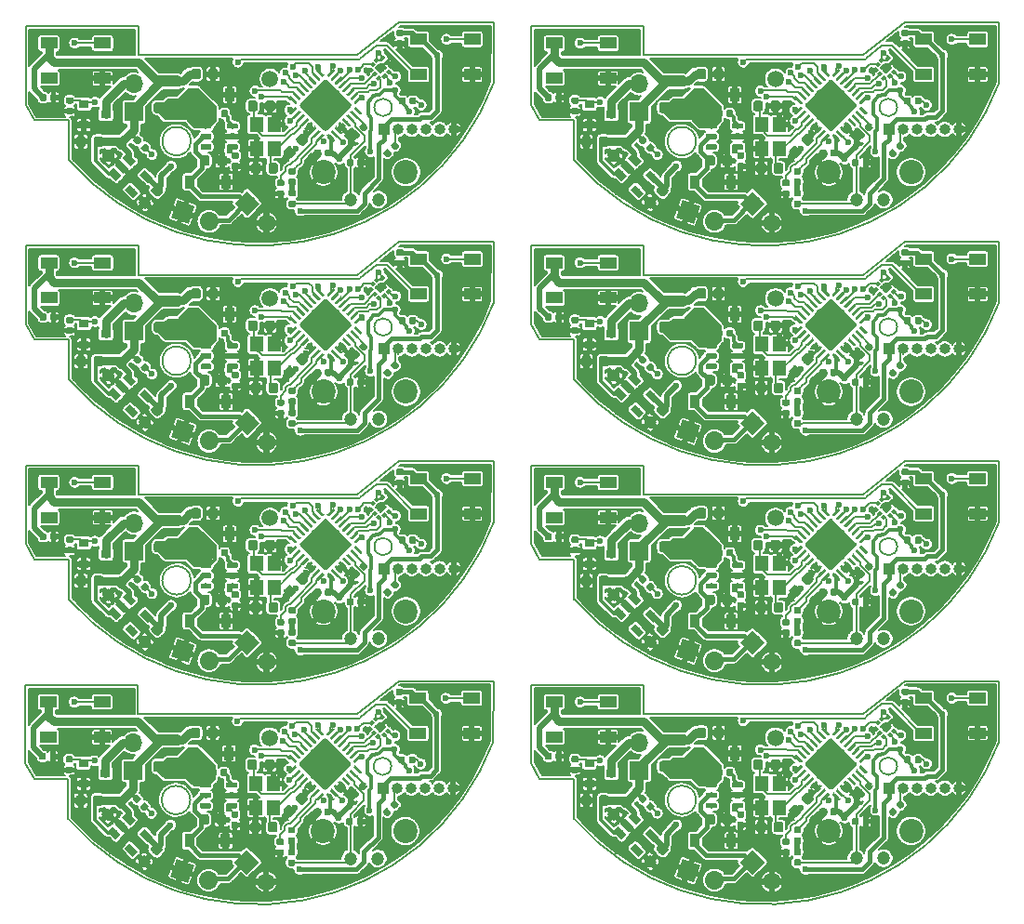
<source format=gtl>
%MOIN*%
%OFA0B0*%
%FSLAX46Y46*%
%IPPOS*%
%LPD*%
%ADD10C,0.005905511811023622*%
%ADD11C,0.0039370078740157488*%
%ADD12C,0.034448818897637797*%
%ADD13R,0.047244094488188976X0.055118110236220472*%
%ADD14C,0.023228346456692913*%
%ADD15C,0.062992125984251982*%
%ADD16C,0.059055118110236227*%
%ADD17C,0.086614173228346469*%
%ADD18C,0.047244094488188976*%
%ADD19O,0.066929133858267723X0.066929133858267723*%
%ADD20R,0.066929133858267723X0.066929133858267723*%
%ADD21C,0.066929133858267723*%
%ADD22C,0.066929133858267723*%
%ADD23R,0.035433070866141732X0.047244094488188976*%
%ADD24C,0.013779527559055118*%
%ADD25R,0.03937007874015748X0.03937007874015748*%
%ADD26O,0.03937007874015748X0.03937007874015748*%
%ADD27R,0.059055118110236227X0.03937007874015748*%
%ADD28C,0.13582677165354332*%
%ADD29C,0.00984251968503937*%
%ADD30R,0.035433070866141732X0.031496062992125991*%
%ADD31C,0.025590551181102365*%
%ADD32C,0.03937007874015748*%
%ADD33C,0.018700787401574805*%
%ADD34C,0.023622047244094488*%
%ADD35C,0.031496062992125991*%
%ADD36C,0.011811023622047244*%
%ADD37C,0.0078740157480314977*%
%ADD38C,0.0060629921259842522*%
%ADD39C,0.01968503937007874*%
%ADD40C,0.015748031496062995*%
%ADD41C,0.01*%
%ADD52C,0.005905511811023622*%
%ADD53C,0.0039370078740157488*%
%ADD54C,0.034448818897637797*%
%ADD55R,0.047244094488188976X0.055118110236220472*%
%ADD56C,0.023228346456692913*%
%ADD57C,0.062992125984251982*%
%ADD58C,0.059055118110236227*%
%ADD59C,0.086614173228346469*%
%ADD60C,0.047244094488188976*%
%ADD61O,0.066929133858267723X0.066929133858267723*%
%ADD62R,0.066929133858267723X0.066929133858267723*%
%ADD63C,0.066929133858267723*%
%ADD64C,0.066929133858267723*%
%ADD65R,0.035433070866141732X0.047244094488188976*%
%ADD66C,0.013779527559055118*%
%ADD67R,0.03937007874015748X0.03937007874015748*%
%ADD68O,0.03937007874015748X0.03937007874015748*%
%ADD69R,0.059055118110236227X0.03937007874015748*%
%ADD70C,0.13582677165354332*%
%ADD71C,0.00984251968503937*%
%ADD72R,0.035433070866141732X0.031496062992125991*%
%ADD73C,0.025590551181102365*%
%ADD74C,0.03937007874015748*%
%ADD75C,0.018700787401574805*%
%ADD76C,0.023622047244094488*%
%ADD77C,0.031496062992125991*%
%ADD78C,0.011811023622047244*%
%ADD79C,0.0078740157480314977*%
%ADD80C,0.0060629921259842522*%
%ADD81C,0.01968503937007874*%
%ADD82C,0.015748031496062995*%
%ADD83C,0.01*%
%ADD84C,0.005905511811023622*%
%ADD85C,0.0039370078740157488*%
%ADD86C,0.034448818897637797*%
%ADD87R,0.047244094488188976X0.055118110236220472*%
%ADD88C,0.023228346456692913*%
%ADD89C,0.062992125984251982*%
%ADD90C,0.059055118110236227*%
%ADD91C,0.086614173228346469*%
%ADD92C,0.047244094488188976*%
%ADD93O,0.066929133858267723X0.066929133858267723*%
%ADD94R,0.066929133858267723X0.066929133858267723*%
%ADD95C,0.066929133858267723*%
%ADD96C,0.066929133858267723*%
%ADD97R,0.035433070866141732X0.047244094488188976*%
%ADD98C,0.013779527559055118*%
%ADD99R,0.03937007874015748X0.03937007874015748*%
%ADD100O,0.03937007874015748X0.03937007874015748*%
%ADD101R,0.059055118110236227X0.03937007874015748*%
%ADD102C,0.13582677165354332*%
%ADD103C,0.00984251968503937*%
%ADD104R,0.035433070866141732X0.031496062992125991*%
%ADD105C,0.025590551181102365*%
%ADD106C,0.03937007874015748*%
%ADD107C,0.018700787401574805*%
%ADD108C,0.023622047244094488*%
%ADD109C,0.031496062992125991*%
%ADD110C,0.011811023622047244*%
%ADD111C,0.0078740157480314977*%
%ADD112C,0.0060629921259842522*%
%ADD113C,0.01968503937007874*%
%ADD114C,0.015748031496062995*%
%ADD115C,0.01*%
%ADD116C,0.005905511811023622*%
%ADD117C,0.0039370078740157488*%
%ADD118C,0.034448818897637797*%
%ADD119R,0.047244094488188976X0.055118110236220472*%
%ADD120C,0.023228346456692913*%
%ADD121C,0.062992125984251982*%
%ADD122C,0.059055118110236227*%
%ADD123C,0.086614173228346469*%
%ADD124C,0.047244094488188976*%
%ADD125O,0.066929133858267723X0.066929133858267723*%
%ADD126R,0.066929133858267723X0.066929133858267723*%
%ADD127C,0.066929133858267723*%
%ADD128C,0.066929133858267723*%
%ADD129R,0.035433070866141732X0.047244094488188976*%
%ADD130C,0.013779527559055118*%
%ADD131R,0.03937007874015748X0.03937007874015748*%
%ADD132O,0.03937007874015748X0.03937007874015748*%
%ADD133R,0.059055118110236227X0.03937007874015748*%
%ADD134C,0.13582677165354332*%
%ADD135C,0.00984251968503937*%
%ADD136R,0.035433070866141732X0.031496062992125991*%
%ADD137C,0.025590551181102365*%
%ADD138C,0.03937007874015748*%
%ADD139C,0.018700787401574805*%
%ADD140C,0.023622047244094488*%
%ADD141C,0.031496062992125991*%
%ADD142C,0.011811023622047244*%
%ADD143C,0.0078740157480314977*%
%ADD144C,0.0060629921259842522*%
%ADD145C,0.01968503937007874*%
%ADD146C,0.015748031496062995*%
%ADD147C,0.01*%
%ADD148C,0.005905511811023622*%
%ADD149C,0.0039370078740157488*%
%ADD150C,0.034448818897637797*%
%ADD151R,0.047244094488188976X0.055118110236220472*%
%ADD152C,0.023228346456692913*%
%ADD153C,0.062992125984251982*%
%ADD154C,0.059055118110236227*%
%ADD155C,0.086614173228346469*%
%ADD156C,0.047244094488188976*%
%ADD157O,0.066929133858267723X0.066929133858267723*%
%ADD158R,0.066929133858267723X0.066929133858267723*%
%ADD159C,0.066929133858267723*%
%ADD160C,0.066929133858267723*%
%ADD161R,0.035433070866141732X0.047244094488188976*%
%ADD162C,0.013779527559055118*%
%ADD163R,0.03937007874015748X0.03937007874015748*%
%ADD164O,0.03937007874015748X0.03937007874015748*%
%ADD165R,0.059055118110236227X0.03937007874015748*%
%ADD166C,0.13582677165354332*%
%ADD167C,0.00984251968503937*%
%ADD168R,0.035433070866141732X0.031496062992125991*%
%ADD169C,0.025590551181102365*%
%ADD170C,0.03937007874015748*%
%ADD171C,0.018700787401574805*%
%ADD172C,0.023622047244094488*%
%ADD173C,0.031496062992125991*%
%ADD174C,0.011811023622047244*%
%ADD175C,0.0078740157480314977*%
%ADD176C,0.0060629921259842522*%
%ADD177C,0.01968503937007874*%
%ADD178C,0.015748031496062995*%
%ADD179C,0.01*%
%ADD180C,0.005905511811023622*%
%ADD181C,0.0039370078740157488*%
%ADD182C,0.034448818897637797*%
%ADD183R,0.047244094488188976X0.055118110236220472*%
%ADD184C,0.023228346456692913*%
%ADD185C,0.062992125984251982*%
%ADD186C,0.059055118110236227*%
%ADD187C,0.086614173228346469*%
%ADD188C,0.047244094488188976*%
%ADD189O,0.066929133858267723X0.066929133858267723*%
%ADD190R,0.066929133858267723X0.066929133858267723*%
%ADD191C,0.066929133858267723*%
%ADD192C,0.066929133858267723*%
%ADD193R,0.035433070866141732X0.047244094488188976*%
%ADD194C,0.013779527559055118*%
%ADD195R,0.03937007874015748X0.03937007874015748*%
%ADD196O,0.03937007874015748X0.03937007874015748*%
%ADD197R,0.059055118110236227X0.03937007874015748*%
%ADD198C,0.13582677165354332*%
%ADD199C,0.00984251968503937*%
%ADD200R,0.035433070866141732X0.031496062992125991*%
%ADD201C,0.025590551181102365*%
%ADD202C,0.03937007874015748*%
%ADD203C,0.018700787401574805*%
%ADD204C,0.023622047244094488*%
%ADD205C,0.031496062992125991*%
%ADD206C,0.011811023622047244*%
%ADD207C,0.0078740157480314977*%
%ADD208C,0.0060629921259842522*%
%ADD209C,0.01968503937007874*%
%ADD210C,0.015748031496062995*%
%ADD211C,0.01*%
%ADD212C,0.005905511811023622*%
%ADD213C,0.0039370078740157488*%
%ADD214C,0.034448818897637797*%
%ADD215R,0.047244094488188976X0.055118110236220472*%
%ADD216C,0.023228346456692913*%
%ADD217C,0.062992125984251982*%
%ADD218C,0.059055118110236227*%
%ADD219C,0.086614173228346469*%
%ADD220C,0.047244094488188976*%
%ADD221O,0.066929133858267723X0.066929133858267723*%
%ADD222R,0.066929133858267723X0.066929133858267723*%
%ADD223C,0.066929133858267723*%
%ADD224C,0.066929133858267723*%
%ADD225R,0.035433070866141732X0.047244094488188976*%
%ADD226C,0.013779527559055118*%
%ADD227R,0.03937007874015748X0.03937007874015748*%
%ADD228O,0.03937007874015748X0.03937007874015748*%
%ADD229R,0.059055118110236227X0.03937007874015748*%
%ADD230C,0.13582677165354332*%
%ADD231C,0.00984251968503937*%
%ADD232R,0.035433070866141732X0.031496062992125991*%
%ADD233C,0.025590551181102365*%
%ADD234C,0.03937007874015748*%
%ADD235C,0.018700787401574805*%
%ADD236C,0.023622047244094488*%
%ADD237C,0.031496062992125991*%
%ADD238C,0.011811023622047244*%
%ADD239C,0.0078740157480314977*%
%ADD240C,0.0060629921259842522*%
%ADD241C,0.01968503937007874*%
%ADD242C,0.015748031496062995*%
%ADD243C,0.01*%
%ADD244C,0.005905511811023622*%
%ADD245C,0.0039370078740157488*%
%ADD246C,0.034448818897637797*%
%ADD247R,0.047244094488188976X0.055118110236220472*%
%ADD248C,0.023228346456692913*%
%ADD249C,0.062992125984251982*%
%ADD250C,0.059055118110236227*%
%ADD251C,0.086614173228346469*%
%ADD252C,0.047244094488188976*%
%ADD253O,0.066929133858267723X0.066929133858267723*%
%ADD254R,0.066929133858267723X0.066929133858267723*%
%ADD255C,0.066929133858267723*%
%ADD256C,0.066929133858267723*%
%ADD257R,0.035433070866141732X0.047244094488188976*%
%ADD258C,0.013779527559055118*%
%ADD259R,0.03937007874015748X0.03937007874015748*%
%ADD260O,0.03937007874015748X0.03937007874015748*%
%ADD261R,0.059055118110236227X0.03937007874015748*%
%ADD262C,0.13582677165354332*%
%ADD263C,0.00984251968503937*%
%ADD264R,0.035433070866141732X0.031496062992125991*%
%ADD265C,0.025590551181102365*%
%ADD266C,0.03937007874015748*%
%ADD267C,0.018700787401574805*%
%ADD268C,0.023622047244094488*%
%ADD269C,0.031496062992125991*%
%ADD270C,0.011811023622047244*%
%ADD271C,0.0078740157480314977*%
%ADD272C,0.0060629921259842522*%
%ADD273C,0.01968503937007874*%
%ADD274C,0.015748031496062995*%
%ADD275C,0.01*%
G01*
D10*
X0000154527Y0000450369D02*
X0000099409Y0000450369D01*
X0000154527Y0000306669D02*
X0000154527Y0000450369D01*
X0001677575Y0000584073D02*
G75*
G02X0000154527Y0000306669I-0000844898J0000319052D01*
G01*
X0001678149Y0000800763D02*
X0001677677Y0000584034D01*
X0001338582Y0000800763D02*
X0001678149Y0000800763D01*
X0001188976Y0000682653D02*
X0001338582Y0000800763D01*
X0000403543Y0000682653D02*
X0001188976Y0000682653D01*
X0000403543Y0000786984D02*
X0000403543Y0000682653D01*
X0000000000Y0000786984D02*
X0000403543Y0000786984D01*
X0000000000Y0000505487D02*
X0000000000Y0000786984D01*
X0000031495Y0000450369D02*
X0000000000Y0000505487D01*
X0000099409Y0000450369D02*
X0000031495Y0000450369D01*
X0001312007Y0000495645D02*
G75*
G03X0001312007Y0000495645I-0000031496D01*
G01*
X0000591535Y0000374582D02*
G75*
G03X0000591535Y0000374582I-0000051181D01*
G01*
D11*
G36*
X0000295802Y0000344113D02*
X0000296638Y0000343989D01*
X0000297458Y0000343784D01*
X0000298254Y0000343499D01*
X0000299018Y0000343137D01*
X0000299743Y0000342703D01*
X0000300422Y0000342200D01*
X0000301048Y0000341632D01*
X0000315315Y0000327365D01*
X0000315883Y0000326738D01*
X0000316386Y0000326059D01*
X0000316821Y0000325335D01*
X0000317182Y0000324570D01*
X0000317467Y0000323775D01*
X0000317672Y0000322955D01*
X0000317796Y0000322119D01*
X0000317838Y0000321275D01*
X0000317796Y0000320431D01*
X0000317672Y0000319595D01*
X0000317467Y0000318775D01*
X0000317182Y0000317979D01*
X0000316821Y0000317215D01*
X0000316386Y0000316490D01*
X0000315883Y0000315811D01*
X0000315315Y0000315185D01*
X0000303136Y0000303005D01*
X0000302510Y0000302438D01*
X0000301831Y0000301934D01*
X0000301106Y0000301500D01*
X0000300342Y0000301139D01*
X0000299546Y0000300854D01*
X0000298726Y0000300649D01*
X0000297890Y0000300525D01*
X0000297046Y0000300483D01*
X0000296202Y0000300525D01*
X0000295366Y0000300649D01*
X0000294546Y0000300854D01*
X0000293750Y0000301139D01*
X0000292986Y0000301500D01*
X0000292262Y0000301934D01*
X0000291583Y0000302438D01*
X0000290956Y0000303005D01*
X0000276689Y0000317273D01*
X0000276121Y0000317899D01*
X0000275618Y0000318578D01*
X0000275183Y0000319303D01*
X0000274822Y0000320067D01*
X0000274537Y0000320863D01*
X0000274332Y0000321683D01*
X0000274208Y0000322519D01*
X0000274167Y0000323363D01*
X0000274208Y0000324207D01*
X0000274332Y0000325043D01*
X0000274537Y0000325863D01*
X0000274822Y0000326658D01*
X0000275183Y0000327422D01*
X0000275618Y0000328147D01*
X0000276121Y0000328826D01*
X0000276689Y0000329452D01*
X0000288868Y0000341632D01*
X0000289495Y0000342200D01*
X0000290174Y0000342703D01*
X0000290898Y0000343137D01*
X0000291662Y0000343499D01*
X0000292458Y0000343784D01*
X0000293278Y0000343989D01*
X0000294114Y0000344113D01*
X0000294958Y0000344154D01*
X0000295802Y0000344113D01*
X0000295802Y0000344113D01*
G37*
D12*
X0000296002Y0000322319D03*
D11*
G36*
X0000339649Y0000387959D02*
X0000340485Y0000387835D01*
X0000341304Y0000387630D01*
X0000342100Y0000387345D01*
X0000342864Y0000386984D01*
X0000343589Y0000386549D01*
X0000344268Y0000386046D01*
X0000344894Y0000385478D01*
X0000359162Y0000371211D01*
X0000359729Y0000370585D01*
X0000360233Y0000369906D01*
X0000360667Y0000369181D01*
X0000361029Y0000368417D01*
X0000361313Y0000367621D01*
X0000361519Y0000366801D01*
X0000361643Y0000365965D01*
X0000361684Y0000365121D01*
X0000361643Y0000364277D01*
X0000361519Y0000363441D01*
X0000361313Y0000362621D01*
X0000361029Y0000361825D01*
X0000360667Y0000361061D01*
X0000360233Y0000360336D01*
X0000359729Y0000359657D01*
X0000359162Y0000359031D01*
X0000346982Y0000346852D01*
X0000346356Y0000346284D01*
X0000345677Y0000345781D01*
X0000344952Y0000345346D01*
X0000344188Y0000344985D01*
X0000343392Y0000344700D01*
X0000342573Y0000344495D01*
X0000341737Y0000344371D01*
X0000340892Y0000344329D01*
X0000340048Y0000344371D01*
X0000339212Y0000344495D01*
X0000338392Y0000344700D01*
X0000337597Y0000344985D01*
X0000336833Y0000345346D01*
X0000336108Y0000345781D01*
X0000335429Y0000346284D01*
X0000334803Y0000346852D01*
X0000320535Y0000361119D01*
X0000319968Y0000361745D01*
X0000319464Y0000362424D01*
X0000319030Y0000363149D01*
X0000318668Y0000363913D01*
X0000318384Y0000364709D01*
X0000318178Y0000365529D01*
X0000318054Y0000366365D01*
X0000318013Y0000367209D01*
X0000318054Y0000368053D01*
X0000318178Y0000368889D01*
X0000318384Y0000369709D01*
X0000318668Y0000370505D01*
X0000319030Y0000371269D01*
X0000319464Y0000371994D01*
X0000319968Y0000372672D01*
X0000320535Y0000373299D01*
X0000332715Y0000385478D01*
X0000333341Y0000386046D01*
X0000334020Y0000386549D01*
X0000334745Y0000386984D01*
X0000335509Y0000387345D01*
X0000336304Y0000387630D01*
X0000337124Y0000387835D01*
X0000337960Y0000387959D01*
X0000338804Y0000388001D01*
X0000339649Y0000387959D01*
X0000339649Y0000387959D01*
G37*
D12*
X0000339848Y0000366165D03*
D11*
G36*
X0000269786Y0000391501D02*
X0000270622Y0000391377D01*
X0000271441Y0000391172D01*
X0000272237Y0000390887D01*
X0000273001Y0000390526D01*
X0000273726Y0000390091D01*
X0000274405Y0000389588D01*
X0000275031Y0000389020D01*
X0000275599Y0000388394D01*
X0000276102Y0000387715D01*
X0000276537Y0000386990D01*
X0000276898Y0000386226D01*
X0000277183Y0000385430D01*
X0000277388Y0000384611D01*
X0000277512Y0000383775D01*
X0000277554Y0000382930D01*
X0000277554Y0000362753D01*
X0000277512Y0000361909D01*
X0000277388Y0000361073D01*
X0000277183Y0000360253D01*
X0000276898Y0000359457D01*
X0000276537Y0000358693D01*
X0000276102Y0000357969D01*
X0000275599Y0000357290D01*
X0000275031Y0000356663D01*
X0000274405Y0000356096D01*
X0000273726Y0000355592D01*
X0000273001Y0000355158D01*
X0000272237Y0000354797D01*
X0000271441Y0000354512D01*
X0000270622Y0000354307D01*
X0000269786Y0000354182D01*
X0000268941Y0000354141D01*
X0000251717Y0000354141D01*
X0000250873Y0000354182D01*
X0000250037Y0000354307D01*
X0000249217Y0000354512D01*
X0000248421Y0000354797D01*
X0000247657Y0000355158D01*
X0000246932Y0000355592D01*
X0000246254Y0000356096D01*
X0000245627Y0000356663D01*
X0000245060Y0000357290D01*
X0000244556Y0000357969D01*
X0000244122Y0000358693D01*
X0000243760Y0000359457D01*
X0000243476Y0000360253D01*
X0000243270Y0000361073D01*
X0000243146Y0000361909D01*
X0000243105Y0000362753D01*
X0000243105Y0000382930D01*
X0000243146Y0000383775D01*
X0000243270Y0000384611D01*
X0000243476Y0000385430D01*
X0000243760Y0000386226D01*
X0000244122Y0000386990D01*
X0000244556Y0000387715D01*
X0000245060Y0000388394D01*
X0000245627Y0000389020D01*
X0000246254Y0000389588D01*
X0000246932Y0000390091D01*
X0000247657Y0000390526D01*
X0000248421Y0000390887D01*
X0000249217Y0000391172D01*
X0000250037Y0000391377D01*
X0000250873Y0000391501D01*
X0000251717Y0000391543D01*
X0000268941Y0000391543D01*
X0000269786Y0000391501D01*
X0000269786Y0000391501D01*
G37*
D12*
X0000260329Y0000372842D03*
D11*
G36*
X0000207778Y0000391501D02*
X0000208614Y0000391377D01*
X0000209434Y0000391172D01*
X0000210229Y0000390887D01*
X0000210993Y0000390526D01*
X0000211718Y0000390091D01*
X0000212397Y0000389588D01*
X0000213023Y0000389020D01*
X0000213591Y0000388394D01*
X0000214094Y0000387715D01*
X0000214529Y0000386990D01*
X0000214890Y0000386226D01*
X0000215175Y0000385430D01*
X0000215380Y0000384611D01*
X0000215504Y0000383775D01*
X0000215546Y0000382930D01*
X0000215546Y0000362753D01*
X0000215504Y0000361909D01*
X0000215380Y0000361073D01*
X0000215175Y0000360253D01*
X0000214890Y0000359457D01*
X0000214529Y0000358693D01*
X0000214094Y0000357969D01*
X0000213591Y0000357290D01*
X0000213023Y0000356663D01*
X0000212397Y0000356096D01*
X0000211718Y0000355592D01*
X0000210993Y0000355158D01*
X0000210229Y0000354797D01*
X0000209434Y0000354512D01*
X0000208614Y0000354307D01*
X0000207778Y0000354182D01*
X0000206934Y0000354141D01*
X0000189709Y0000354141D01*
X0000188865Y0000354182D01*
X0000188029Y0000354307D01*
X0000187209Y0000354512D01*
X0000186413Y0000354797D01*
X0000185649Y0000355158D01*
X0000184925Y0000355592D01*
X0000184246Y0000356096D01*
X0000183619Y0000356663D01*
X0000183052Y0000357290D01*
X0000182548Y0000357969D01*
X0000182114Y0000358693D01*
X0000181753Y0000359457D01*
X0000181468Y0000360253D01*
X0000181262Y0000361073D01*
X0000181138Y0000361909D01*
X0000181097Y0000362753D01*
X0000181097Y0000382930D01*
X0000181138Y0000383775D01*
X0000181262Y0000384611D01*
X0000181468Y0000385430D01*
X0000181753Y0000386226D01*
X0000182114Y0000386990D01*
X0000182548Y0000387715D01*
X0000183052Y0000388394D01*
X0000183619Y0000389020D01*
X0000184246Y0000389588D01*
X0000184925Y0000390091D01*
X0000185649Y0000390526D01*
X0000186413Y0000390887D01*
X0000187209Y0000391172D01*
X0000188029Y0000391377D01*
X0000188865Y0000391501D01*
X0000189709Y0000391543D01*
X0000206934Y0000391543D01*
X0000207778Y0000391501D01*
X0000207778Y0000391501D01*
G37*
D12*
X0000198321Y0000372842D03*
D13*
X0000826829Y0000434349D03*
X0000826829Y0000347735D03*
X0000889821Y0000347735D03*
X0000889821Y0000434349D03*
D11*
G36*
X0000712986Y0000323301D02*
X0000713822Y0000323177D01*
X0000714641Y0000322972D01*
X0000715437Y0000322687D01*
X0000716201Y0000322326D01*
X0000716926Y0000321891D01*
X0000717605Y0000321388D01*
X0000718231Y0000320820D01*
X0000718799Y0000320194D01*
X0000719302Y0000319515D01*
X0000719737Y0000318790D01*
X0000720098Y0000318026D01*
X0000720383Y0000317230D01*
X0000720588Y0000316411D01*
X0000720712Y0000315575D01*
X0000720754Y0000314730D01*
X0000720754Y0000294553D01*
X0000720712Y0000293709D01*
X0000720588Y0000292873D01*
X0000720383Y0000292053D01*
X0000720098Y0000291257D01*
X0000719737Y0000290493D01*
X0000719302Y0000289769D01*
X0000718799Y0000289090D01*
X0000718231Y0000288463D01*
X0000717605Y0000287896D01*
X0000716926Y0000287392D01*
X0000716201Y0000286958D01*
X0000715437Y0000286597D01*
X0000714641Y0000286312D01*
X0000713822Y0000286107D01*
X0000712986Y0000285982D01*
X0000712141Y0000285941D01*
X0000694917Y0000285941D01*
X0000694073Y0000285982D01*
X0000693237Y0000286107D01*
X0000692417Y0000286312D01*
X0000691621Y0000286597D01*
X0000690857Y0000286958D01*
X0000690132Y0000287392D01*
X0000689454Y0000287896D01*
X0000688827Y0000288463D01*
X0000688260Y0000289090D01*
X0000687756Y0000289769D01*
X0000687322Y0000290493D01*
X0000686960Y0000291257D01*
X0000686676Y0000292053D01*
X0000686470Y0000292873D01*
X0000686346Y0000293709D01*
X0000686305Y0000294553D01*
X0000686305Y0000314730D01*
X0000686346Y0000315575D01*
X0000686470Y0000316411D01*
X0000686676Y0000317230D01*
X0000686960Y0000318026D01*
X0000687322Y0000318790D01*
X0000687756Y0000319515D01*
X0000688260Y0000320194D01*
X0000688827Y0000320820D01*
X0000689454Y0000321388D01*
X0000690132Y0000321891D01*
X0000690857Y0000322326D01*
X0000691621Y0000322687D01*
X0000692417Y0000322972D01*
X0000693237Y0000323177D01*
X0000694073Y0000323301D01*
X0000694917Y0000323343D01*
X0000712141Y0000323343D01*
X0000712986Y0000323301D01*
X0000712986Y0000323301D01*
G37*
D12*
X0000703529Y0000304642D03*
D11*
G36*
X0000650978Y0000323301D02*
X0000651814Y0000323177D01*
X0000652634Y0000322972D01*
X0000653429Y0000322687D01*
X0000654193Y0000322326D01*
X0000654918Y0000321891D01*
X0000655597Y0000321388D01*
X0000656223Y0000320820D01*
X0000656791Y0000320194D01*
X0000657294Y0000319515D01*
X0000657729Y0000318790D01*
X0000658090Y0000318026D01*
X0000658375Y0000317230D01*
X0000658580Y0000316411D01*
X0000658704Y0000315575D01*
X0000658746Y0000314730D01*
X0000658746Y0000294553D01*
X0000658704Y0000293709D01*
X0000658580Y0000292873D01*
X0000658375Y0000292053D01*
X0000658090Y0000291257D01*
X0000657729Y0000290493D01*
X0000657294Y0000289769D01*
X0000656791Y0000289090D01*
X0000656223Y0000288463D01*
X0000655597Y0000287896D01*
X0000654918Y0000287392D01*
X0000654193Y0000286958D01*
X0000653429Y0000286597D01*
X0000652634Y0000286312D01*
X0000651814Y0000286107D01*
X0000650978Y0000285982D01*
X0000650134Y0000285941D01*
X0000632909Y0000285941D01*
X0000632065Y0000285982D01*
X0000631229Y0000286107D01*
X0000630409Y0000286312D01*
X0000629613Y0000286597D01*
X0000628849Y0000286958D01*
X0000628125Y0000287392D01*
X0000627446Y0000287896D01*
X0000626819Y0000288463D01*
X0000626252Y0000289090D01*
X0000625748Y0000289769D01*
X0000625314Y0000290493D01*
X0000624953Y0000291257D01*
X0000624668Y0000292053D01*
X0000624462Y0000292873D01*
X0000624338Y0000293709D01*
X0000624297Y0000294553D01*
X0000624297Y0000314730D01*
X0000624338Y0000315575D01*
X0000624462Y0000316411D01*
X0000624668Y0000317230D01*
X0000624953Y0000318026D01*
X0000625314Y0000318790D01*
X0000625748Y0000319515D01*
X0000626252Y0000320194D01*
X0000626819Y0000320820D01*
X0000627446Y0000321388D01*
X0000628125Y0000321891D01*
X0000628849Y0000322326D01*
X0000629613Y0000322687D01*
X0000630409Y0000322972D01*
X0000631229Y0000323177D01*
X0000632065Y0000323301D01*
X0000632909Y0000323343D01*
X0000650134Y0000323343D01*
X0000650978Y0000323301D01*
X0000650978Y0000323301D01*
G37*
D12*
X0000641521Y0000304642D03*
D11*
G36*
X0000885086Y0000519501D02*
X0000885922Y0000519377D01*
X0000886741Y0000519172D01*
X0000887537Y0000518887D01*
X0000888301Y0000518526D01*
X0000889026Y0000518091D01*
X0000889705Y0000517588D01*
X0000890331Y0000517020D01*
X0000890899Y0000516394D01*
X0000891402Y0000515715D01*
X0000891837Y0000514990D01*
X0000892198Y0000514226D01*
X0000892483Y0000513430D01*
X0000892688Y0000512611D01*
X0000892812Y0000511775D01*
X0000892854Y0000510930D01*
X0000892854Y0000490753D01*
X0000892812Y0000489909D01*
X0000892688Y0000489073D01*
X0000892483Y0000488253D01*
X0000892198Y0000487457D01*
X0000891837Y0000486693D01*
X0000891402Y0000485969D01*
X0000890899Y0000485290D01*
X0000890331Y0000484663D01*
X0000889705Y0000484096D01*
X0000889026Y0000483592D01*
X0000888301Y0000483158D01*
X0000887537Y0000482797D01*
X0000886741Y0000482512D01*
X0000885922Y0000482307D01*
X0000885086Y0000482182D01*
X0000884241Y0000482141D01*
X0000867017Y0000482141D01*
X0000866173Y0000482182D01*
X0000865337Y0000482307D01*
X0000864517Y0000482512D01*
X0000863721Y0000482797D01*
X0000862957Y0000483158D01*
X0000862232Y0000483592D01*
X0000861554Y0000484096D01*
X0000860927Y0000484663D01*
X0000860360Y0000485290D01*
X0000859856Y0000485969D01*
X0000859422Y0000486693D01*
X0000859060Y0000487457D01*
X0000858776Y0000488253D01*
X0000858570Y0000489073D01*
X0000858446Y0000489909D01*
X0000858405Y0000490753D01*
X0000858405Y0000510930D01*
X0000858446Y0000511775D01*
X0000858570Y0000512611D01*
X0000858776Y0000513430D01*
X0000859060Y0000514226D01*
X0000859422Y0000514990D01*
X0000859856Y0000515715D01*
X0000860360Y0000516394D01*
X0000860927Y0000517020D01*
X0000861554Y0000517588D01*
X0000862232Y0000518091D01*
X0000862957Y0000518526D01*
X0000863721Y0000518887D01*
X0000864517Y0000519172D01*
X0000865337Y0000519377D01*
X0000866173Y0000519501D01*
X0000867017Y0000519543D01*
X0000884241Y0000519543D01*
X0000885086Y0000519501D01*
X0000885086Y0000519501D01*
G37*
D12*
X0000875629Y0000500842D03*
D11*
G36*
X0000823078Y0000519501D02*
X0000823914Y0000519377D01*
X0000824734Y0000519172D01*
X0000825529Y0000518887D01*
X0000826293Y0000518526D01*
X0000827018Y0000518091D01*
X0000827697Y0000517588D01*
X0000828323Y0000517020D01*
X0000828891Y0000516394D01*
X0000829394Y0000515715D01*
X0000829829Y0000514990D01*
X0000830190Y0000514226D01*
X0000830475Y0000513430D01*
X0000830680Y0000512611D01*
X0000830804Y0000511775D01*
X0000830846Y0000510930D01*
X0000830846Y0000490753D01*
X0000830804Y0000489909D01*
X0000830680Y0000489073D01*
X0000830475Y0000488253D01*
X0000830190Y0000487457D01*
X0000829829Y0000486693D01*
X0000829394Y0000485969D01*
X0000828891Y0000485290D01*
X0000828323Y0000484663D01*
X0000827697Y0000484096D01*
X0000827018Y0000483592D01*
X0000826293Y0000483158D01*
X0000825529Y0000482797D01*
X0000824734Y0000482512D01*
X0000823914Y0000482307D01*
X0000823078Y0000482182D01*
X0000822234Y0000482141D01*
X0000805009Y0000482141D01*
X0000804165Y0000482182D01*
X0000803329Y0000482307D01*
X0000802509Y0000482512D01*
X0000801713Y0000482797D01*
X0000800949Y0000483158D01*
X0000800225Y0000483592D01*
X0000799546Y0000484096D01*
X0000798919Y0000484663D01*
X0000798352Y0000485290D01*
X0000797848Y0000485969D01*
X0000797414Y0000486693D01*
X0000797053Y0000487457D01*
X0000796768Y0000488253D01*
X0000796562Y0000489073D01*
X0000796438Y0000489909D01*
X0000796397Y0000490753D01*
X0000796397Y0000510930D01*
X0000796438Y0000511775D01*
X0000796562Y0000512611D01*
X0000796768Y0000513430D01*
X0000797053Y0000514226D01*
X0000797414Y0000514990D01*
X0000797848Y0000515715D01*
X0000798352Y0000516394D01*
X0000798919Y0000517020D01*
X0000799546Y0000517588D01*
X0000800225Y0000518091D01*
X0000800949Y0000518526D01*
X0000801713Y0000518887D01*
X0000802509Y0000519172D01*
X0000803329Y0000519377D01*
X0000804165Y0000519501D01*
X0000805009Y0000519543D01*
X0000822234Y0000519543D01*
X0000823078Y0000519501D01*
X0000823078Y0000519501D01*
G37*
D12*
X0000813621Y0000500842D03*
D11*
G36*
X0000896186Y0000296101D02*
X0000897022Y0000295977D01*
X0000897841Y0000295772D01*
X0000898637Y0000295487D01*
X0000899401Y0000295126D01*
X0000900126Y0000294691D01*
X0000900805Y0000294188D01*
X0000901431Y0000293620D01*
X0000901999Y0000292994D01*
X0000902502Y0000292315D01*
X0000902937Y0000291590D01*
X0000903298Y0000290826D01*
X0000903583Y0000290030D01*
X0000903788Y0000289211D01*
X0000903912Y0000288375D01*
X0000903954Y0000287530D01*
X0000903954Y0000267353D01*
X0000903912Y0000266509D01*
X0000903788Y0000265673D01*
X0000903583Y0000264853D01*
X0000903298Y0000264057D01*
X0000902937Y0000263293D01*
X0000902502Y0000262569D01*
X0000901999Y0000261890D01*
X0000901431Y0000261263D01*
X0000900805Y0000260696D01*
X0000900126Y0000260192D01*
X0000899401Y0000259758D01*
X0000898637Y0000259397D01*
X0000897841Y0000259112D01*
X0000897022Y0000258907D01*
X0000896186Y0000258782D01*
X0000895341Y0000258741D01*
X0000878117Y0000258741D01*
X0000877273Y0000258782D01*
X0000876437Y0000258907D01*
X0000875617Y0000259112D01*
X0000874821Y0000259397D01*
X0000874057Y0000259758D01*
X0000873332Y0000260192D01*
X0000872654Y0000260696D01*
X0000872027Y0000261263D01*
X0000871460Y0000261890D01*
X0000870956Y0000262569D01*
X0000870522Y0000263293D01*
X0000870160Y0000264057D01*
X0000869876Y0000264853D01*
X0000869670Y0000265673D01*
X0000869546Y0000266509D01*
X0000869505Y0000267353D01*
X0000869505Y0000287530D01*
X0000869546Y0000288375D01*
X0000869670Y0000289211D01*
X0000869876Y0000290030D01*
X0000870160Y0000290826D01*
X0000870522Y0000291590D01*
X0000870956Y0000292315D01*
X0000871460Y0000292994D01*
X0000872027Y0000293620D01*
X0000872654Y0000294188D01*
X0000873332Y0000294691D01*
X0000874057Y0000295126D01*
X0000874821Y0000295487D01*
X0000875617Y0000295772D01*
X0000876437Y0000295977D01*
X0000877273Y0000296101D01*
X0000878117Y0000296143D01*
X0000895341Y0000296143D01*
X0000896186Y0000296101D01*
X0000896186Y0000296101D01*
G37*
D12*
X0000886729Y0000277442D03*
D11*
G36*
X0000834178Y0000296101D02*
X0000835014Y0000295977D01*
X0000835834Y0000295772D01*
X0000836629Y0000295487D01*
X0000837393Y0000295126D01*
X0000838118Y0000294691D01*
X0000838797Y0000294188D01*
X0000839423Y0000293620D01*
X0000839991Y0000292994D01*
X0000840494Y0000292315D01*
X0000840929Y0000291590D01*
X0000841290Y0000290826D01*
X0000841575Y0000290030D01*
X0000841780Y0000289211D01*
X0000841904Y0000288375D01*
X0000841946Y0000287530D01*
X0000841946Y0000267353D01*
X0000841904Y0000266509D01*
X0000841780Y0000265673D01*
X0000841575Y0000264853D01*
X0000841290Y0000264057D01*
X0000840929Y0000263293D01*
X0000840494Y0000262569D01*
X0000839991Y0000261890D01*
X0000839423Y0000261263D01*
X0000838797Y0000260696D01*
X0000838118Y0000260192D01*
X0000837393Y0000259758D01*
X0000836629Y0000259397D01*
X0000835834Y0000259112D01*
X0000835014Y0000258907D01*
X0000834178Y0000258782D01*
X0000833334Y0000258741D01*
X0000816109Y0000258741D01*
X0000815265Y0000258782D01*
X0000814429Y0000258907D01*
X0000813609Y0000259112D01*
X0000812813Y0000259397D01*
X0000812049Y0000259758D01*
X0000811325Y0000260192D01*
X0000810646Y0000260696D01*
X0000810019Y0000261263D01*
X0000809452Y0000261890D01*
X0000808948Y0000262569D01*
X0000808514Y0000263293D01*
X0000808153Y0000264057D01*
X0000807868Y0000264853D01*
X0000807662Y0000265673D01*
X0000807538Y0000266509D01*
X0000807497Y0000267353D01*
X0000807497Y0000287530D01*
X0000807538Y0000288375D01*
X0000807662Y0000289211D01*
X0000807868Y0000290030D01*
X0000808153Y0000290826D01*
X0000808514Y0000291590D01*
X0000808948Y0000292315D01*
X0000809452Y0000292994D01*
X0000810019Y0000293620D01*
X0000810646Y0000294188D01*
X0000811325Y0000294691D01*
X0000812049Y0000295126D01*
X0000812813Y0000295487D01*
X0000813609Y0000295772D01*
X0000814429Y0000295977D01*
X0000815265Y0000296101D01*
X0000816109Y0000296143D01*
X0000833334Y0000296143D01*
X0000834178Y0000296101D01*
X0000834178Y0000296101D01*
G37*
D12*
X0000824721Y0000277442D03*
D11*
G36*
X0000946402Y0000357513D02*
X0000947238Y0000357389D01*
X0000948058Y0000357184D01*
X0000948854Y0000356899D01*
X0000949618Y0000356537D01*
X0000950343Y0000356103D01*
X0000951022Y0000355600D01*
X0000951648Y0000355032D01*
X0000965915Y0000340765D01*
X0000966483Y0000340138D01*
X0000966986Y0000339459D01*
X0000967421Y0000338735D01*
X0000967782Y0000337970D01*
X0000968067Y0000337175D01*
X0000968272Y0000336355D01*
X0000968396Y0000335519D01*
X0000968438Y0000334675D01*
X0000968396Y0000333831D01*
X0000968272Y0000332995D01*
X0000968067Y0000332175D01*
X0000967782Y0000331379D01*
X0000967421Y0000330615D01*
X0000966986Y0000329890D01*
X0000966483Y0000329211D01*
X0000965915Y0000328585D01*
X0000953736Y0000316405D01*
X0000953110Y0000315838D01*
X0000952431Y0000315334D01*
X0000951706Y0000314900D01*
X0000950942Y0000314539D01*
X0000950146Y0000314254D01*
X0000949326Y0000314049D01*
X0000948490Y0000313925D01*
X0000947646Y0000313883D01*
X0000946802Y0000313925D01*
X0000945966Y0000314049D01*
X0000945146Y0000314254D01*
X0000944350Y0000314539D01*
X0000943586Y0000314900D01*
X0000942862Y0000315334D01*
X0000942183Y0000315838D01*
X0000941556Y0000316405D01*
X0000927289Y0000330673D01*
X0000926721Y0000331299D01*
X0000926218Y0000331978D01*
X0000925783Y0000332703D01*
X0000925422Y0000333467D01*
X0000925137Y0000334263D01*
X0000924932Y0000335083D01*
X0000924808Y0000335919D01*
X0000924767Y0000336763D01*
X0000924808Y0000337607D01*
X0000924932Y0000338443D01*
X0000925137Y0000339263D01*
X0000925422Y0000340058D01*
X0000925783Y0000340822D01*
X0000926218Y0000341547D01*
X0000926721Y0000342226D01*
X0000927289Y0000342852D01*
X0000939468Y0000355032D01*
X0000940095Y0000355600D01*
X0000940774Y0000356103D01*
X0000941498Y0000356537D01*
X0000942262Y0000356899D01*
X0000943058Y0000357184D01*
X0000943878Y0000357389D01*
X0000944714Y0000357513D01*
X0000945558Y0000357554D01*
X0000946402Y0000357513D01*
X0000946402Y0000357513D01*
G37*
D12*
X0000946602Y0000335719D03*
D11*
G36*
X0000990249Y0000401359D02*
X0000991085Y0000401235D01*
X0000991904Y0000401030D01*
X0000992700Y0000400745D01*
X0000993464Y0000400384D01*
X0000994189Y0000399949D01*
X0000994868Y0000399446D01*
X0000995494Y0000398878D01*
X0001009762Y0000384611D01*
X0001010329Y0000383985D01*
X0001010833Y0000383306D01*
X0001011267Y0000382581D01*
X0001011629Y0000381817D01*
X0001011913Y0000381021D01*
X0001012119Y0000380201D01*
X0001012243Y0000379365D01*
X0001012284Y0000378521D01*
X0001012243Y0000377677D01*
X0001012119Y0000376841D01*
X0001011913Y0000376021D01*
X0001011629Y0000375225D01*
X0001011267Y0000374461D01*
X0001010833Y0000373736D01*
X0001010329Y0000373057D01*
X0001009762Y0000372431D01*
X0000997582Y0000360252D01*
X0000996956Y0000359684D01*
X0000996277Y0000359181D01*
X0000995552Y0000358746D01*
X0000994788Y0000358385D01*
X0000993992Y0000358100D01*
X0000993173Y0000357895D01*
X0000992337Y0000357771D01*
X0000991492Y0000357729D01*
X0000990648Y0000357771D01*
X0000989812Y0000357895D01*
X0000988992Y0000358100D01*
X0000988197Y0000358385D01*
X0000987433Y0000358746D01*
X0000986708Y0000359181D01*
X0000986029Y0000359684D01*
X0000985403Y0000360252D01*
X0000971135Y0000374519D01*
X0000970568Y0000375145D01*
X0000970064Y0000375824D01*
X0000969630Y0000376549D01*
X0000969268Y0000377313D01*
X0000968984Y0000378109D01*
X0000968778Y0000378929D01*
X0000968654Y0000379765D01*
X0000968613Y0000380609D01*
X0000968654Y0000381453D01*
X0000968778Y0000382289D01*
X0000968984Y0000383109D01*
X0000969268Y0000383905D01*
X0000969630Y0000384669D01*
X0000970064Y0000385394D01*
X0000970568Y0000386072D01*
X0000971135Y0000386699D01*
X0000983315Y0000398878D01*
X0000983941Y0000399446D01*
X0000984620Y0000399949D01*
X0000985345Y0000400384D01*
X0000986109Y0000400745D01*
X0000986904Y0000401030D01*
X0000987724Y0000401235D01*
X0000988560Y0000401359D01*
X0000989404Y0000401401D01*
X0000990249Y0000401359D01*
X0000990249Y0000401359D01*
G37*
D12*
X0000990448Y0000379565D03*
D11*
G36*
X0000619378Y0000633901D02*
X0000620214Y0000633777D01*
X0000621034Y0000633572D01*
X0000621829Y0000633287D01*
X0000622593Y0000632926D01*
X0000623318Y0000632491D01*
X0000623997Y0000631988D01*
X0000624623Y0000631420D01*
X0000625191Y0000630794D01*
X0000625694Y0000630115D01*
X0000626129Y0000629390D01*
X0000626490Y0000628626D01*
X0000626775Y0000627830D01*
X0000626980Y0000627011D01*
X0000627104Y0000626175D01*
X0000627146Y0000625330D01*
X0000627146Y0000605153D01*
X0000627104Y0000604309D01*
X0000626980Y0000603473D01*
X0000626775Y0000602653D01*
X0000626490Y0000601857D01*
X0000626129Y0000601093D01*
X0000625694Y0000600369D01*
X0000625191Y0000599690D01*
X0000624623Y0000599063D01*
X0000623997Y0000598496D01*
X0000623318Y0000597992D01*
X0000622593Y0000597558D01*
X0000621829Y0000597197D01*
X0000621034Y0000596912D01*
X0000620214Y0000596707D01*
X0000619378Y0000596582D01*
X0000618534Y0000596541D01*
X0000601309Y0000596541D01*
X0000600465Y0000596582D01*
X0000599629Y0000596707D01*
X0000598809Y0000596912D01*
X0000598013Y0000597197D01*
X0000597249Y0000597558D01*
X0000596525Y0000597992D01*
X0000595846Y0000598496D01*
X0000595219Y0000599063D01*
X0000594652Y0000599690D01*
X0000594148Y0000600369D01*
X0000593714Y0000601093D01*
X0000593353Y0000601857D01*
X0000593068Y0000602653D01*
X0000592862Y0000603473D01*
X0000592738Y0000604309D01*
X0000592697Y0000605153D01*
X0000592697Y0000625330D01*
X0000592738Y0000626175D01*
X0000592862Y0000627011D01*
X0000593068Y0000627830D01*
X0000593353Y0000628626D01*
X0000593714Y0000629390D01*
X0000594148Y0000630115D01*
X0000594652Y0000630794D01*
X0000595219Y0000631420D01*
X0000595846Y0000631988D01*
X0000596525Y0000632491D01*
X0000597249Y0000632926D01*
X0000598013Y0000633287D01*
X0000598809Y0000633572D01*
X0000599629Y0000633777D01*
X0000600465Y0000633901D01*
X0000601309Y0000633943D01*
X0000618534Y0000633943D01*
X0000619378Y0000633901D01*
X0000619378Y0000633901D01*
G37*
D12*
X0000609921Y0000615242D03*
D11*
G36*
X0000681386Y0000633901D02*
X0000682222Y0000633777D01*
X0000683041Y0000633572D01*
X0000683837Y0000633287D01*
X0000684601Y0000632926D01*
X0000685326Y0000632491D01*
X0000686005Y0000631988D01*
X0000686631Y0000631420D01*
X0000687199Y0000630794D01*
X0000687702Y0000630115D01*
X0000688137Y0000629390D01*
X0000688498Y0000628626D01*
X0000688783Y0000627830D01*
X0000688988Y0000627011D01*
X0000689112Y0000626175D01*
X0000689154Y0000625330D01*
X0000689154Y0000605153D01*
X0000689112Y0000604309D01*
X0000688988Y0000603473D01*
X0000688783Y0000602653D01*
X0000688498Y0000601857D01*
X0000688137Y0000601093D01*
X0000687702Y0000600369D01*
X0000687199Y0000599690D01*
X0000686631Y0000599063D01*
X0000686005Y0000598496D01*
X0000685326Y0000597992D01*
X0000684601Y0000597558D01*
X0000683837Y0000597197D01*
X0000683041Y0000596912D01*
X0000682222Y0000596707D01*
X0000681386Y0000596582D01*
X0000680541Y0000596541D01*
X0000663317Y0000596541D01*
X0000662473Y0000596582D01*
X0000661637Y0000596707D01*
X0000660817Y0000596912D01*
X0000660021Y0000597197D01*
X0000659257Y0000597558D01*
X0000658532Y0000597992D01*
X0000657854Y0000598496D01*
X0000657227Y0000599063D01*
X0000656660Y0000599690D01*
X0000656156Y0000600369D01*
X0000655722Y0000601093D01*
X0000655360Y0000601857D01*
X0000655076Y0000602653D01*
X0000654870Y0000603473D01*
X0000654746Y0000604309D01*
X0000654705Y0000605153D01*
X0000654705Y0000625330D01*
X0000654746Y0000626175D01*
X0000654870Y0000627011D01*
X0000655076Y0000627830D01*
X0000655360Y0000628626D01*
X0000655722Y0000629390D01*
X0000656156Y0000630115D01*
X0000656660Y0000630794D01*
X0000657227Y0000631420D01*
X0000657854Y0000631988D01*
X0000658532Y0000632491D01*
X0000659257Y0000632926D01*
X0000660021Y0000633287D01*
X0000660817Y0000633572D01*
X0000661637Y0000633777D01*
X0000662473Y0000633901D01*
X0000663317Y0000633943D01*
X0000680541Y0000633943D01*
X0000681386Y0000633901D01*
X0000681386Y0000633901D01*
G37*
D12*
X0000671929Y0000615242D03*
D11*
G36*
X0001183221Y0000412185D02*
X0001183785Y0000412101D01*
X0001184338Y0000411963D01*
X0001184874Y0000411771D01*
X0001185389Y0000411527D01*
X0001185878Y0000411234D01*
X0001186336Y0000410895D01*
X0001186758Y0000410512D01*
X0001196363Y0000400908D01*
X0001196745Y0000400485D01*
X0001197085Y0000400028D01*
X0001197378Y0000399539D01*
X0001197621Y0000399024D01*
X0001197813Y0000398487D01*
X0001197952Y0000397934D01*
X0001198035Y0000397371D01*
X0001198063Y0000396801D01*
X0001198035Y0000396232D01*
X0001197952Y0000395669D01*
X0001197813Y0000395116D01*
X0001197621Y0000394579D01*
X0001197378Y0000394064D01*
X0001197085Y0000393575D01*
X0001196745Y0000393117D01*
X0001196363Y0000392695D01*
X0001188150Y0000384483D01*
X0001187728Y0000384100D01*
X0001187270Y0000383761D01*
X0001186781Y0000383468D01*
X0001186266Y0000383224D01*
X0001185730Y0000383032D01*
X0001185177Y0000382894D01*
X0001184613Y0000382810D01*
X0001184044Y0000382782D01*
X0001183475Y0000382810D01*
X0001182911Y0000382894D01*
X0001182358Y0000383032D01*
X0001181822Y0000383224D01*
X0001181306Y0000383468D01*
X0001180818Y0000383761D01*
X0001180360Y0000384100D01*
X0001179938Y0000384483D01*
X0001170333Y0000394087D01*
X0001169951Y0000394509D01*
X0001169611Y0000394967D01*
X0001169318Y0000395456D01*
X0001169074Y0000395971D01*
X0001168882Y0000396508D01*
X0001168744Y0000397061D01*
X0001168660Y0000397624D01*
X0001168632Y0000398193D01*
X0001168660Y0000398763D01*
X0001168744Y0000399326D01*
X0001168882Y0000399879D01*
X0001169074Y0000400416D01*
X0001169318Y0000400931D01*
X0001169611Y0000401420D01*
X0001169951Y0000401877D01*
X0001170333Y0000402300D01*
X0001178546Y0000410512D01*
X0001178968Y0000410895D01*
X0001179426Y0000411234D01*
X0001179914Y0000411527D01*
X0001180430Y0000411771D01*
X0001180966Y0000411963D01*
X0001181519Y0000412101D01*
X0001182083Y0000412185D01*
X0001182652Y0000412213D01*
X0001183221Y0000412185D01*
X0001183221Y0000412185D01*
G37*
D14*
X0001183348Y0000397497D03*
D11*
G36*
X0001210225Y0000439189D02*
X0001210789Y0000439105D01*
X0001211341Y0000438967D01*
X0001211878Y0000438775D01*
X0001212393Y0000438531D01*
X0001212882Y0000438238D01*
X0001213340Y0000437899D01*
X0001213762Y0000437516D01*
X0001223366Y0000427911D01*
X0001223749Y0000427489D01*
X0001224088Y0000427031D01*
X0001224381Y0000426543D01*
X0001224625Y0000426027D01*
X0001224817Y0000425491D01*
X0001224956Y0000424938D01*
X0001225039Y0000424374D01*
X0001225067Y0000423805D01*
X0001225039Y0000423236D01*
X0001224956Y0000422672D01*
X0001224817Y0000422119D01*
X0001224625Y0000421583D01*
X0001224381Y0000421068D01*
X0001224088Y0000420579D01*
X0001223749Y0000420121D01*
X0001223366Y0000419699D01*
X0001215154Y0000411487D01*
X0001214732Y0000411104D01*
X0001214274Y0000410764D01*
X0001213785Y0000410471D01*
X0001213270Y0000410228D01*
X0001212733Y0000410036D01*
X0001212180Y0000409897D01*
X0001211617Y0000409814D01*
X0001211048Y0000409786D01*
X0001210478Y0000409814D01*
X0001209915Y0000409897D01*
X0001209362Y0000410036D01*
X0001208825Y0000410228D01*
X0001208310Y0000410471D01*
X0001207821Y0000410764D01*
X0001207364Y0000411104D01*
X0001206941Y0000411487D01*
X0001197337Y0000421091D01*
X0001196954Y0000421513D01*
X0001196615Y0000421971D01*
X0001196322Y0000422460D01*
X0001196078Y0000422975D01*
X0001195886Y0000423511D01*
X0001195748Y0000424064D01*
X0001195664Y0000424628D01*
X0001195636Y0000425197D01*
X0001195664Y0000425766D01*
X0001195748Y0000426330D01*
X0001195886Y0000426883D01*
X0001196078Y0000427419D01*
X0001196322Y0000427935D01*
X0001196615Y0000428423D01*
X0001196954Y0000428881D01*
X0001197337Y0000429303D01*
X0001205549Y0000437516D01*
X0001205972Y0000437899D01*
X0001206429Y0000438238D01*
X0001206918Y0000438531D01*
X0001207433Y0000438775D01*
X0001207970Y0000438967D01*
X0001208523Y0000439105D01*
X0001209086Y0000439189D01*
X0001209656Y0000439217D01*
X0001210225Y0000439189D01*
X0001210225Y0000439189D01*
G37*
D14*
X0001210352Y0000424501D03*
D11*
G36*
X0001206996Y0000310212D02*
X0001207560Y0000310129D01*
X0001208113Y0000309990D01*
X0001208649Y0000309798D01*
X0001209164Y0000309555D01*
X0001209653Y0000309262D01*
X0001210111Y0000308922D01*
X0001210533Y0000308539D01*
X0001210916Y0000308117D01*
X0001211255Y0000307659D01*
X0001211548Y0000307171D01*
X0001211792Y0000306655D01*
X0001211984Y0000306119D01*
X0001212122Y0000305566D01*
X0001212206Y0000305002D01*
X0001212234Y0000304433D01*
X0001212234Y0000290850D01*
X0001212206Y0000290281D01*
X0001212122Y0000289718D01*
X0001211984Y0000289165D01*
X0001211792Y0000288628D01*
X0001211548Y0000288113D01*
X0001211255Y0000287624D01*
X0001210916Y0000287167D01*
X0001210533Y0000286744D01*
X0001210111Y0000286362D01*
X0001209653Y0000286022D01*
X0001209164Y0000285729D01*
X0001208649Y0000285485D01*
X0001208113Y0000285293D01*
X0001207560Y0000285155D01*
X0001206996Y0000285071D01*
X0001206427Y0000285043D01*
X0001194813Y0000285043D01*
X0001194244Y0000285071D01*
X0001193680Y0000285155D01*
X0001193127Y0000285293D01*
X0001192590Y0000285485D01*
X0001192075Y0000285729D01*
X0001191586Y0000286022D01*
X0001191129Y0000286362D01*
X0001190707Y0000286744D01*
X0001190324Y0000287167D01*
X0001189984Y0000287624D01*
X0001189691Y0000288113D01*
X0001189448Y0000288628D01*
X0001189256Y0000289165D01*
X0001189117Y0000289718D01*
X0001189034Y0000290281D01*
X0001189006Y0000290850D01*
X0001189006Y0000304433D01*
X0001189034Y0000305002D01*
X0001189117Y0000305566D01*
X0001189256Y0000306119D01*
X0001189448Y0000306655D01*
X0001189691Y0000307171D01*
X0001189984Y0000307659D01*
X0001190324Y0000308117D01*
X0001190707Y0000308539D01*
X0001191129Y0000308922D01*
X0001191586Y0000309262D01*
X0001192075Y0000309555D01*
X0001192590Y0000309798D01*
X0001193127Y0000309990D01*
X0001193680Y0000310129D01*
X0001194244Y0000310212D01*
X0001194813Y0000310240D01*
X0001206427Y0000310240D01*
X0001206996Y0000310212D01*
X0001206996Y0000310212D01*
G37*
D14*
X0001200620Y0000297642D03*
D11*
G36*
X0001168807Y0000310212D02*
X0001169371Y0000310129D01*
X0001169924Y0000309990D01*
X0001170460Y0000309798D01*
X0001170975Y0000309555D01*
X0001171464Y0000309262D01*
X0001171922Y0000308922D01*
X0001172344Y0000308539D01*
X0001172727Y0000308117D01*
X0001173066Y0000307659D01*
X0001173359Y0000307171D01*
X0001173603Y0000306655D01*
X0001173795Y0000306119D01*
X0001173933Y0000305566D01*
X0001174017Y0000305002D01*
X0001174045Y0000304433D01*
X0001174045Y0000290850D01*
X0001174017Y0000290281D01*
X0001173933Y0000289718D01*
X0001173795Y0000289165D01*
X0001173603Y0000288628D01*
X0001173359Y0000288113D01*
X0001173066Y0000287624D01*
X0001172727Y0000287167D01*
X0001172344Y0000286744D01*
X0001171922Y0000286362D01*
X0001171464Y0000286022D01*
X0001170975Y0000285729D01*
X0001170460Y0000285485D01*
X0001169924Y0000285293D01*
X0001169371Y0000285155D01*
X0001168807Y0000285071D01*
X0001168238Y0000285043D01*
X0001156624Y0000285043D01*
X0001156055Y0000285071D01*
X0001155491Y0000285155D01*
X0001154938Y0000285293D01*
X0001154401Y0000285485D01*
X0001153886Y0000285729D01*
X0001153397Y0000286022D01*
X0001152940Y0000286362D01*
X0001152518Y0000286744D01*
X0001152135Y0000287167D01*
X0001151795Y0000287624D01*
X0001151502Y0000288113D01*
X0001151259Y0000288628D01*
X0001151067Y0000289165D01*
X0001150928Y0000289718D01*
X0001150845Y0000290281D01*
X0001150817Y0000290850D01*
X0001150817Y0000304433D01*
X0001150845Y0000305002D01*
X0001150928Y0000305566D01*
X0001151067Y0000306119D01*
X0001151259Y0000306655D01*
X0001151502Y0000307171D01*
X0001151795Y0000307659D01*
X0001152135Y0000308117D01*
X0001152518Y0000308539D01*
X0001152940Y0000308922D01*
X0001153397Y0000309262D01*
X0001153886Y0000309555D01*
X0001154401Y0000309798D01*
X0001154938Y0000309990D01*
X0001155491Y0000310129D01*
X0001156055Y0000310212D01*
X0001156624Y0000310240D01*
X0001168238Y0000310240D01*
X0001168807Y0000310212D01*
X0001168807Y0000310212D01*
G37*
D14*
X0001162431Y0000297642D03*
D15*
X0000793306Y0000151157D03*
D11*
G36*
X0000748764Y0000151157D02*
X0000793306Y0000195699D01*
X0000837849Y0000151157D01*
X0000793306Y0000106615D01*
X0000748764Y0000151157D01*
X0000748764Y0000151157D01*
G37*
D15*
X0000862904Y0000081560D03*
D16*
X0000875925Y0000597442D03*
D17*
X0001066928Y0000263362D03*
D18*
X0001165354Y0000164936D03*
X0001263779Y0000164936D03*
D17*
X0001362204Y0000263362D03*
D19*
X0000387795Y0000579897D03*
D20*
X0000387795Y0000479897D03*
D21*
X0000562956Y0000121044D03*
D11*
G36*
X0000582957Y0000078152D02*
X0000520064Y0000101043D01*
X0000542955Y0000163936D01*
X0000605848Y0000141045D01*
X0000582957Y0000078152D01*
X0000582957Y0000078152D01*
G37*
D21*
X0000656925Y0000086842D03*
D22*
X0000656925Y0000086842D02*
X0000656925Y0000086842D01*
D23*
X0000587965Y0000228642D03*
X0000717886Y0000228642D03*
X0000730286Y0000541242D03*
X0000600365Y0000541242D03*
D24*
X0001257316Y0000665634D03*
D11*
G36*
X0001256898Y0000655472D02*
X0001247155Y0000665216D01*
X0001257733Y0000675795D01*
X0001267477Y0000666051D01*
X0001256898Y0000655472D01*
X0001256898Y0000655472D01*
G37*
D24*
X0001243396Y0000651714D03*
D11*
G36*
X0001242979Y0000641553D02*
X0001233235Y0000651297D01*
X0001243814Y0000661875D01*
X0001253558Y0000652132D01*
X0001242979Y0000641553D01*
X0001242979Y0000641553D01*
G37*
D24*
X0001236437Y0000630000D03*
D11*
G36*
X0001236019Y0000619839D02*
X0001226276Y0000629582D01*
X0001236854Y0000640161D01*
X0001246598Y0000630418D01*
X0001236019Y0000619839D01*
X0001236019Y0000619839D01*
G37*
D24*
X0001250356Y0000616081D03*
D11*
G36*
X0001249939Y0000605919D02*
X0001240195Y0000615663D01*
X0001250774Y0000626242D01*
X0001260517Y0000616498D01*
X0001249939Y0000605919D01*
X0001249939Y0000605919D01*
G37*
D24*
X0001264276Y0000602161D03*
D11*
G36*
X0001263858Y0000592000D02*
X0001254114Y0000601744D01*
X0001264693Y0000612322D01*
X0001274437Y0000602579D01*
X0001263858Y0000592000D01*
X0001263858Y0000592000D01*
G37*
D24*
X0001285990Y0000609121D03*
D11*
G36*
X0001285572Y0000598960D02*
X0001275829Y0000608703D01*
X0001286407Y0000619282D01*
X0001296151Y0000609538D01*
X0001285572Y0000598960D01*
X0001285572Y0000598960D01*
G37*
D24*
X0001299909Y0000623040D03*
D11*
G36*
X0001299492Y0000612879D02*
X0001289748Y0000622623D01*
X0001300327Y0000633201D01*
X0001310070Y0000623458D01*
X0001299492Y0000612879D01*
X0001299492Y0000612879D01*
G37*
D24*
X0001306869Y0000644755D03*
D11*
G36*
X0001306451Y0000634593D02*
X0001296708Y0000644337D01*
X0001307287Y0000654916D01*
X0001317030Y0000645172D01*
X0001306451Y0000634593D01*
X0001306451Y0000634593D01*
G37*
D24*
X0001292950Y0000658674D03*
D11*
G36*
X0001292532Y0000648513D02*
X0001282788Y0000658256D01*
X0001293367Y0000668835D01*
X0001303111Y0000659092D01*
X0001292532Y0000648513D01*
X0001292532Y0000648513D01*
G37*
D24*
X0001279030Y0000672593D03*
D11*
G36*
X0001278613Y0000662432D02*
X0001268869Y0000672176D01*
X0001279448Y0000682755D01*
X0001289191Y0000673011D01*
X0001278613Y0000662432D01*
X0001278613Y0000662432D01*
G37*
G36*
X0000067990Y0000543649D02*
X0000068554Y0000543565D01*
X0000069106Y0000543426D01*
X0000069643Y0000543234D01*
X0000070158Y0000542991D01*
X0000070647Y0000542698D01*
X0000071105Y0000542358D01*
X0000071527Y0000541976D01*
X0000071910Y0000541553D01*
X0000072249Y0000541096D01*
X0000072542Y0000540607D01*
X0000072786Y0000540092D01*
X0000072978Y0000539555D01*
X0000073116Y0000539002D01*
X0000073200Y0000538439D01*
X0000073228Y0000537869D01*
X0000073228Y0000524287D01*
X0000073200Y0000523717D01*
X0000073116Y0000523154D01*
X0000072978Y0000522601D01*
X0000072786Y0000522064D01*
X0000072542Y0000521549D01*
X0000072249Y0000521060D01*
X0000071910Y0000520603D01*
X0000071527Y0000520180D01*
X0000071105Y0000519798D01*
X0000070647Y0000519458D01*
X0000070158Y0000519165D01*
X0000069643Y0000518922D01*
X0000069106Y0000518730D01*
X0000068554Y0000518591D01*
X0000067990Y0000518508D01*
X0000067421Y0000518480D01*
X0000055806Y0000518480D01*
X0000055237Y0000518508D01*
X0000054674Y0000518591D01*
X0000054121Y0000518730D01*
X0000053584Y0000518922D01*
X0000053069Y0000519165D01*
X0000052580Y0000519458D01*
X0000052122Y0000519798D01*
X0000051700Y0000520180D01*
X0000051317Y0000520603D01*
X0000050978Y0000521060D01*
X0000050685Y0000521549D01*
X0000050441Y0000522064D01*
X0000050249Y0000522601D01*
X0000050111Y0000523154D01*
X0000050027Y0000523717D01*
X0000049999Y0000524287D01*
X0000049999Y0000537869D01*
X0000050027Y0000538439D01*
X0000050111Y0000539002D01*
X0000050249Y0000539555D01*
X0000050441Y0000540092D01*
X0000050685Y0000540607D01*
X0000050978Y0000541096D01*
X0000051317Y0000541553D01*
X0000051700Y0000541976D01*
X0000052122Y0000542358D01*
X0000052580Y0000542698D01*
X0000053069Y0000542991D01*
X0000053584Y0000543234D01*
X0000054121Y0000543426D01*
X0000054674Y0000543565D01*
X0000055237Y0000543649D01*
X0000055806Y0000543676D01*
X0000067421Y0000543676D01*
X0000067990Y0000543649D01*
X0000067990Y0000543649D01*
G37*
D14*
X0000061614Y0000531078D03*
D11*
G36*
X0000106179Y0000543649D02*
X0000106742Y0000543565D01*
X0000107295Y0000543426D01*
X0000107832Y0000543234D01*
X0000108347Y0000542991D01*
X0000108836Y0000542698D01*
X0000109294Y0000542358D01*
X0000109716Y0000541976D01*
X0000110099Y0000541553D01*
X0000110438Y0000541096D01*
X0000110731Y0000540607D01*
X0000110975Y0000540092D01*
X0000111167Y0000539555D01*
X0000111305Y0000539002D01*
X0000111389Y0000538439D01*
X0000111417Y0000537869D01*
X0000111417Y0000524287D01*
X0000111389Y0000523717D01*
X0000111305Y0000523154D01*
X0000111167Y0000522601D01*
X0000110975Y0000522064D01*
X0000110731Y0000521549D01*
X0000110438Y0000521060D01*
X0000110099Y0000520603D01*
X0000109716Y0000520180D01*
X0000109294Y0000519798D01*
X0000108836Y0000519458D01*
X0000108347Y0000519165D01*
X0000107832Y0000518922D01*
X0000107295Y0000518730D01*
X0000106742Y0000518591D01*
X0000106179Y0000518508D01*
X0000105610Y0000518480D01*
X0000093995Y0000518480D01*
X0000093426Y0000518508D01*
X0000092862Y0000518591D01*
X0000092310Y0000518730D01*
X0000091773Y0000518922D01*
X0000091258Y0000519165D01*
X0000090769Y0000519458D01*
X0000090311Y0000519798D01*
X0000089889Y0000520180D01*
X0000089506Y0000520603D01*
X0000089167Y0000521060D01*
X0000088874Y0000521549D01*
X0000088630Y0000522064D01*
X0000088438Y0000522601D01*
X0000088300Y0000523154D01*
X0000088216Y0000523717D01*
X0000088188Y0000524287D01*
X0000088188Y0000537869D01*
X0000088216Y0000538439D01*
X0000088300Y0000539002D01*
X0000088438Y0000539555D01*
X0000088630Y0000540092D01*
X0000088874Y0000540607D01*
X0000089167Y0000541096D01*
X0000089506Y0000541553D01*
X0000089889Y0000541976D01*
X0000090311Y0000542358D01*
X0000090769Y0000542698D01*
X0000091258Y0000542991D01*
X0000091773Y0000543234D01*
X0000092310Y0000543426D01*
X0000092862Y0000543565D01*
X0000093426Y0000543649D01*
X0000093995Y0000543676D01*
X0000105610Y0000543676D01*
X0000106179Y0000543649D01*
X0000106179Y0000543649D01*
G37*
D14*
X0000099802Y0000531078D03*
D11*
G36*
X0000718796Y0000486212D02*
X0000719360Y0000486129D01*
X0000719913Y0000485990D01*
X0000720449Y0000485798D01*
X0000720964Y0000485555D01*
X0000721453Y0000485262D01*
X0000721911Y0000484922D01*
X0000722333Y0000484539D01*
X0000722716Y0000484117D01*
X0000723055Y0000483659D01*
X0000723348Y0000483171D01*
X0000723592Y0000482655D01*
X0000723784Y0000482119D01*
X0000723922Y0000481566D01*
X0000724006Y0000481002D01*
X0000724034Y0000480433D01*
X0000724034Y0000466850D01*
X0000724006Y0000466281D01*
X0000723922Y0000465718D01*
X0000723784Y0000465165D01*
X0000723592Y0000464628D01*
X0000723348Y0000464113D01*
X0000723055Y0000463624D01*
X0000722716Y0000463167D01*
X0000722333Y0000462744D01*
X0000721911Y0000462362D01*
X0000721453Y0000462022D01*
X0000720964Y0000461729D01*
X0000720449Y0000461485D01*
X0000719913Y0000461293D01*
X0000719360Y0000461155D01*
X0000718796Y0000461071D01*
X0000718227Y0000461043D01*
X0000706613Y0000461043D01*
X0000706044Y0000461071D01*
X0000705480Y0000461155D01*
X0000704927Y0000461293D01*
X0000704390Y0000461485D01*
X0000703875Y0000461729D01*
X0000703386Y0000462022D01*
X0000702929Y0000462362D01*
X0000702507Y0000462744D01*
X0000702124Y0000463167D01*
X0000701784Y0000463624D01*
X0000701491Y0000464113D01*
X0000701248Y0000464628D01*
X0000701056Y0000465165D01*
X0000700917Y0000465718D01*
X0000700834Y0000466281D01*
X0000700806Y0000466850D01*
X0000700806Y0000480433D01*
X0000700834Y0000481002D01*
X0000700917Y0000481566D01*
X0000701056Y0000482119D01*
X0000701248Y0000482655D01*
X0000701491Y0000483171D01*
X0000701784Y0000483659D01*
X0000702124Y0000484117D01*
X0000702507Y0000484539D01*
X0000702929Y0000484922D01*
X0000703386Y0000485262D01*
X0000703875Y0000485555D01*
X0000704390Y0000485798D01*
X0000704927Y0000485990D01*
X0000705480Y0000486129D01*
X0000706044Y0000486212D01*
X0000706613Y0000486240D01*
X0000718227Y0000486240D01*
X0000718796Y0000486212D01*
X0000718796Y0000486212D01*
G37*
D14*
X0000712420Y0000473642D03*
D11*
G36*
X0000680607Y0000486212D02*
X0000681171Y0000486129D01*
X0000681724Y0000485990D01*
X0000682260Y0000485798D01*
X0000682775Y0000485555D01*
X0000683264Y0000485262D01*
X0000683722Y0000484922D01*
X0000684144Y0000484539D01*
X0000684527Y0000484117D01*
X0000684866Y0000483659D01*
X0000685159Y0000483171D01*
X0000685403Y0000482655D01*
X0000685595Y0000482119D01*
X0000685733Y0000481566D01*
X0000685817Y0000481002D01*
X0000685845Y0000480433D01*
X0000685845Y0000466850D01*
X0000685817Y0000466281D01*
X0000685733Y0000465718D01*
X0000685595Y0000465165D01*
X0000685403Y0000464628D01*
X0000685159Y0000464113D01*
X0000684866Y0000463624D01*
X0000684527Y0000463167D01*
X0000684144Y0000462744D01*
X0000683722Y0000462362D01*
X0000683264Y0000462022D01*
X0000682775Y0000461729D01*
X0000682260Y0000461485D01*
X0000681724Y0000461293D01*
X0000681171Y0000461155D01*
X0000680607Y0000461071D01*
X0000680038Y0000461043D01*
X0000668424Y0000461043D01*
X0000667855Y0000461071D01*
X0000667291Y0000461155D01*
X0000666738Y0000461293D01*
X0000666201Y0000461485D01*
X0000665686Y0000461729D01*
X0000665197Y0000462022D01*
X0000664740Y0000462362D01*
X0000664318Y0000462744D01*
X0000663935Y0000463167D01*
X0000663595Y0000463624D01*
X0000663302Y0000464113D01*
X0000663059Y0000464628D01*
X0000662867Y0000465165D01*
X0000662728Y0000465718D01*
X0000662645Y0000466281D01*
X0000662617Y0000466850D01*
X0000662617Y0000480433D01*
X0000662645Y0000481002D01*
X0000662728Y0000481566D01*
X0000662867Y0000482119D01*
X0000663059Y0000482655D01*
X0000663302Y0000483171D01*
X0000663595Y0000483659D01*
X0000663935Y0000484117D01*
X0000664318Y0000484539D01*
X0000664740Y0000484922D01*
X0000665197Y0000485262D01*
X0000665686Y0000485555D01*
X0000666201Y0000485798D01*
X0000666738Y0000485990D01*
X0000667291Y0000486129D01*
X0000667855Y0000486212D01*
X0000668424Y0000486240D01*
X0000680038Y0000486240D01*
X0000680607Y0000486212D01*
X0000680607Y0000486212D01*
G37*
D14*
X0000674231Y0000473642D03*
D11*
G36*
X0001052242Y0000344830D02*
X0001052805Y0000344746D01*
X0001053358Y0000344608D01*
X0001053895Y0000344416D01*
X0001054410Y0000344172D01*
X0001054899Y0000343879D01*
X0001055357Y0000343539D01*
X0001055779Y0000343157D01*
X0001056162Y0000342734D01*
X0001056501Y0000342277D01*
X0001056794Y0000341788D01*
X0001057038Y0000341273D01*
X0001057230Y0000340736D01*
X0001057368Y0000340183D01*
X0001057452Y0000339620D01*
X0001057480Y0000339050D01*
X0001057480Y0000325468D01*
X0001057452Y0000324899D01*
X0001057368Y0000324335D01*
X0001057230Y0000323782D01*
X0001057038Y0000323246D01*
X0001056794Y0000322730D01*
X0001056501Y0000322242D01*
X0001056162Y0000321784D01*
X0001055779Y0000321362D01*
X0001055357Y0000320979D01*
X0001054899Y0000320639D01*
X0001054410Y0000320346D01*
X0001053895Y0000320103D01*
X0001053358Y0000319911D01*
X0001052805Y0000319772D01*
X0001052242Y0000319689D01*
X0001051673Y0000319661D01*
X0001040058Y0000319661D01*
X0001039489Y0000319689D01*
X0001038925Y0000319772D01*
X0001038373Y0000319911D01*
X0001037836Y0000320103D01*
X0001037321Y0000320346D01*
X0001036832Y0000320639D01*
X0001036374Y0000320979D01*
X0001035952Y0000321362D01*
X0001035569Y0000321784D01*
X0001035230Y0000322242D01*
X0001034937Y0000322730D01*
X0001034693Y0000323246D01*
X0001034501Y0000323782D01*
X0001034363Y0000324335D01*
X0001034279Y0000324899D01*
X0001034251Y0000325468D01*
X0001034251Y0000339050D01*
X0001034279Y0000339620D01*
X0001034363Y0000340183D01*
X0001034501Y0000340736D01*
X0001034693Y0000341273D01*
X0001034937Y0000341788D01*
X0001035230Y0000342277D01*
X0001035569Y0000342734D01*
X0001035952Y0000343157D01*
X0001036374Y0000343539D01*
X0001036832Y0000343879D01*
X0001037321Y0000344172D01*
X0001037836Y0000344416D01*
X0001038373Y0000344608D01*
X0001038925Y0000344746D01*
X0001039489Y0000344830D01*
X0001040058Y0000344858D01*
X0001051673Y0000344858D01*
X0001052242Y0000344830D01*
X0001052242Y0000344830D01*
G37*
D14*
X0001045865Y0000332259D03*
D11*
G36*
X0001090431Y0000344830D02*
X0001090994Y0000344746D01*
X0001091547Y0000344608D01*
X0001092084Y0000344416D01*
X0001092599Y0000344172D01*
X0001093088Y0000343879D01*
X0001093546Y0000343539D01*
X0001093968Y0000343157D01*
X0001094350Y0000342734D01*
X0001094690Y0000342277D01*
X0001094983Y0000341788D01*
X0001095227Y0000341273D01*
X0001095419Y0000340736D01*
X0001095557Y0000340183D01*
X0001095641Y0000339620D01*
X0001095669Y0000339050D01*
X0001095669Y0000325468D01*
X0001095641Y0000324899D01*
X0001095557Y0000324335D01*
X0001095419Y0000323782D01*
X0001095227Y0000323246D01*
X0001094983Y0000322730D01*
X0001094690Y0000322242D01*
X0001094350Y0000321784D01*
X0001093968Y0000321362D01*
X0001093546Y0000320979D01*
X0001093088Y0000320639D01*
X0001092599Y0000320346D01*
X0001092084Y0000320103D01*
X0001091547Y0000319911D01*
X0001090994Y0000319772D01*
X0001090431Y0000319689D01*
X0001089862Y0000319661D01*
X0001078247Y0000319661D01*
X0001077678Y0000319689D01*
X0001077114Y0000319772D01*
X0001076562Y0000319911D01*
X0001076025Y0000320103D01*
X0001075510Y0000320346D01*
X0001075021Y0000320639D01*
X0001074563Y0000320979D01*
X0001074141Y0000321362D01*
X0001073758Y0000321784D01*
X0001073419Y0000322242D01*
X0001073126Y0000322730D01*
X0001072882Y0000323246D01*
X0001072690Y0000323782D01*
X0001072552Y0000324335D01*
X0001072468Y0000324899D01*
X0001072440Y0000325468D01*
X0001072440Y0000339050D01*
X0001072468Y0000339620D01*
X0001072552Y0000340183D01*
X0001072690Y0000340736D01*
X0001072882Y0000341273D01*
X0001073126Y0000341788D01*
X0001073419Y0000342277D01*
X0001073758Y0000342734D01*
X0001074141Y0000343157D01*
X0001074563Y0000343539D01*
X0001075021Y0000343879D01*
X0001075510Y0000344172D01*
X0001076025Y0000344416D01*
X0001076562Y0000344608D01*
X0001077114Y0000344746D01*
X0001077678Y0000344830D01*
X0001078247Y0000344858D01*
X0001089862Y0000344858D01*
X0001090431Y0000344830D01*
X0001090431Y0000344830D01*
G37*
D14*
X0001084054Y0000332259D03*
D11*
G36*
X0001347911Y0000774357D02*
X0001348475Y0000774274D01*
X0001349028Y0000774135D01*
X0001349564Y0000773943D01*
X0001350079Y0000773699D01*
X0001350568Y0000773406D01*
X0001351026Y0000773067D01*
X0001351448Y0000772684D01*
X0001351831Y0000772262D01*
X0001352170Y0000771804D01*
X0001352463Y0000771315D01*
X0001352707Y0000770800D01*
X0001352899Y0000770264D01*
X0001353037Y0000769711D01*
X0001353121Y0000769147D01*
X0001353149Y0000768578D01*
X0001353149Y0000756964D01*
X0001353121Y0000756395D01*
X0001353037Y0000755831D01*
X0001352899Y0000755278D01*
X0001352707Y0000754742D01*
X0001352463Y0000754226D01*
X0001352170Y0000753738D01*
X0001351831Y0000753280D01*
X0001351448Y0000752858D01*
X0001351026Y0000752475D01*
X0001350568Y0000752135D01*
X0001350079Y0000751842D01*
X0001349564Y0000751599D01*
X0001349028Y0000751407D01*
X0001348475Y0000751268D01*
X0001347911Y0000751185D01*
X0001347342Y0000751157D01*
X0001333759Y0000751157D01*
X0001333190Y0000751185D01*
X0001332626Y0000751268D01*
X0001332073Y0000751407D01*
X0001331537Y0000751599D01*
X0001331022Y0000751842D01*
X0001330533Y0000752135D01*
X0001330075Y0000752475D01*
X0001329653Y0000752858D01*
X0001329270Y0000753280D01*
X0001328931Y0000753738D01*
X0001328638Y0000754226D01*
X0001328394Y0000754742D01*
X0001328202Y0000755278D01*
X0001328064Y0000755831D01*
X0001327980Y0000756395D01*
X0001327952Y0000756964D01*
X0001327952Y0000768578D01*
X0001327980Y0000769147D01*
X0001328064Y0000769711D01*
X0001328202Y0000770264D01*
X0001328394Y0000770800D01*
X0001328638Y0000771315D01*
X0001328931Y0000771804D01*
X0001329270Y0000772262D01*
X0001329653Y0000772684D01*
X0001330075Y0000773067D01*
X0001330533Y0000773406D01*
X0001331022Y0000773699D01*
X0001331537Y0000773943D01*
X0001332073Y0000774135D01*
X0001332626Y0000774274D01*
X0001333190Y0000774357D01*
X0001333759Y0000774385D01*
X0001347342Y0000774385D01*
X0001347911Y0000774357D01*
X0001347911Y0000774357D01*
G37*
D14*
X0001340551Y0000762771D03*
D11*
G36*
X0001347911Y0000736168D02*
X0001348475Y0000736085D01*
X0001349028Y0000735946D01*
X0001349564Y0000735754D01*
X0001350079Y0000735510D01*
X0001350568Y0000735217D01*
X0001351026Y0000734878D01*
X0001351448Y0000734495D01*
X0001351831Y0000734073D01*
X0001352170Y0000733615D01*
X0001352463Y0000733127D01*
X0001352707Y0000732611D01*
X0001352899Y0000732075D01*
X0001353037Y0000731522D01*
X0001353121Y0000730958D01*
X0001353149Y0000730389D01*
X0001353149Y0000718775D01*
X0001353121Y0000718206D01*
X0001353037Y0000717642D01*
X0001352899Y0000717089D01*
X0001352707Y0000716553D01*
X0001352463Y0000716037D01*
X0001352170Y0000715549D01*
X0001351831Y0000715091D01*
X0001351448Y0000714669D01*
X0001351026Y0000714286D01*
X0001350568Y0000713946D01*
X0001350079Y0000713654D01*
X0001349564Y0000713410D01*
X0001349028Y0000713218D01*
X0001348475Y0000713079D01*
X0001347911Y0000712996D01*
X0001347342Y0000712968D01*
X0001333759Y0000712968D01*
X0001333190Y0000712996D01*
X0001332626Y0000713079D01*
X0001332073Y0000713218D01*
X0001331537Y0000713410D01*
X0001331022Y0000713654D01*
X0001330533Y0000713946D01*
X0001330075Y0000714286D01*
X0001329653Y0000714669D01*
X0001329270Y0000715091D01*
X0001328931Y0000715549D01*
X0001328638Y0000716037D01*
X0001328394Y0000716553D01*
X0001328202Y0000717089D01*
X0001328064Y0000717642D01*
X0001327980Y0000718206D01*
X0001327952Y0000718775D01*
X0001327952Y0000730389D01*
X0001327980Y0000730958D01*
X0001328064Y0000731522D01*
X0001328202Y0000732075D01*
X0001328394Y0000732611D01*
X0001328638Y0000733127D01*
X0001328931Y0000733615D01*
X0001329270Y0000734073D01*
X0001329653Y0000734495D01*
X0001330075Y0000734878D01*
X0001330533Y0000735217D01*
X0001331022Y0000735510D01*
X0001331537Y0000735754D01*
X0001332073Y0000735946D01*
X0001332626Y0000736085D01*
X0001333190Y0000736168D01*
X0001333759Y0000736196D01*
X0001347342Y0000736196D01*
X0001347911Y0000736168D01*
X0001347911Y0000736168D01*
G37*
D14*
X0001340551Y0000724582D03*
D11*
G36*
X0000470449Y0000219559D02*
X0000471285Y0000219435D01*
X0000472104Y0000219230D01*
X0000472900Y0000218945D01*
X0000473664Y0000218584D01*
X0000474389Y0000218149D01*
X0000475068Y0000217646D01*
X0000475694Y0000217078D01*
X0000489962Y0000202811D01*
X0000490529Y0000202185D01*
X0000491033Y0000201506D01*
X0000491467Y0000200781D01*
X0000491829Y0000200017D01*
X0000492113Y0000199221D01*
X0000492319Y0000198401D01*
X0000492443Y0000197565D01*
X0000492484Y0000196721D01*
X0000492443Y0000195877D01*
X0000492319Y0000195041D01*
X0000492113Y0000194221D01*
X0000491829Y0000193425D01*
X0000491467Y0000192661D01*
X0000491033Y0000191936D01*
X0000490529Y0000191257D01*
X0000489962Y0000190631D01*
X0000477782Y0000178452D01*
X0000477156Y0000177884D01*
X0000476477Y0000177381D01*
X0000475752Y0000176946D01*
X0000474988Y0000176585D01*
X0000474192Y0000176300D01*
X0000473373Y0000176095D01*
X0000472537Y0000175971D01*
X0000471692Y0000175929D01*
X0000470848Y0000175971D01*
X0000470012Y0000176095D01*
X0000469192Y0000176300D01*
X0000468397Y0000176585D01*
X0000467633Y0000176946D01*
X0000466908Y0000177381D01*
X0000466229Y0000177884D01*
X0000465603Y0000178452D01*
X0000451335Y0000192719D01*
X0000450768Y0000193345D01*
X0000450264Y0000194024D01*
X0000449830Y0000194749D01*
X0000449468Y0000195513D01*
X0000449184Y0000196309D01*
X0000448978Y0000197129D01*
X0000448854Y0000197965D01*
X0000448813Y0000198809D01*
X0000448854Y0000199653D01*
X0000448978Y0000200489D01*
X0000449184Y0000201309D01*
X0000449468Y0000202105D01*
X0000449830Y0000202869D01*
X0000450264Y0000203594D01*
X0000450768Y0000204272D01*
X0000451335Y0000204899D01*
X0000463515Y0000217078D01*
X0000464141Y0000217646D01*
X0000464820Y0000218149D01*
X0000465545Y0000218584D01*
X0000466309Y0000218945D01*
X0000467104Y0000219230D01*
X0000467924Y0000219435D01*
X0000468760Y0000219559D01*
X0000469604Y0000219601D01*
X0000470449Y0000219559D01*
X0000470449Y0000219559D01*
G37*
D12*
X0000470648Y0000197765D03*
D11*
G36*
X0000426602Y0000175713D02*
X0000427438Y0000175589D01*
X0000428258Y0000175384D01*
X0000429054Y0000175099D01*
X0000429818Y0000174737D01*
X0000430543Y0000174303D01*
X0000431222Y0000173800D01*
X0000431848Y0000173232D01*
X0000446115Y0000158965D01*
X0000446683Y0000158338D01*
X0000447186Y0000157659D01*
X0000447621Y0000156935D01*
X0000447982Y0000156171D01*
X0000448267Y0000155375D01*
X0000448472Y0000154555D01*
X0000448596Y0000153719D01*
X0000448638Y0000152875D01*
X0000448596Y0000152031D01*
X0000448472Y0000151195D01*
X0000448267Y0000150375D01*
X0000447982Y0000149579D01*
X0000447621Y0000148815D01*
X0000447186Y0000148090D01*
X0000446683Y0000147411D01*
X0000446115Y0000146785D01*
X0000433936Y0000134606D01*
X0000433310Y0000134038D01*
X0000432631Y0000133535D01*
X0000431906Y0000133100D01*
X0000431142Y0000132739D01*
X0000430346Y0000132454D01*
X0000429526Y0000132249D01*
X0000428690Y0000132125D01*
X0000427846Y0000132083D01*
X0000427002Y0000132125D01*
X0000426166Y0000132249D01*
X0000425346Y0000132454D01*
X0000424550Y0000132739D01*
X0000423786Y0000133100D01*
X0000423062Y0000133535D01*
X0000422383Y0000134038D01*
X0000421756Y0000134606D01*
X0000407489Y0000148873D01*
X0000406921Y0000149499D01*
X0000406418Y0000150178D01*
X0000405983Y0000150903D01*
X0000405622Y0000151667D01*
X0000405337Y0000152463D01*
X0000405132Y0000153283D01*
X0000405008Y0000154119D01*
X0000404967Y0000154963D01*
X0000405008Y0000155807D01*
X0000405132Y0000156643D01*
X0000405337Y0000157463D01*
X0000405622Y0000158258D01*
X0000405983Y0000159022D01*
X0000406418Y0000159747D01*
X0000406921Y0000160426D01*
X0000407489Y0000161052D01*
X0000419668Y0000173232D01*
X0000420295Y0000173800D01*
X0000420974Y0000174303D01*
X0000421698Y0000174737D01*
X0000422462Y0000175099D01*
X0000423258Y0000175384D01*
X0000424078Y0000175589D01*
X0000424914Y0000175713D01*
X0000425758Y0000175754D01*
X0000426602Y0000175713D01*
X0000426602Y0000175713D01*
G37*
D12*
X0000426802Y0000153919D03*
D25*
X0001283070Y0000416905D03*
D26*
X0001333070Y0000416905D03*
X0001383070Y0000416905D03*
X0001433070Y0000416905D03*
X0001483070Y0000416905D03*
X0001533070Y0000416905D03*
D27*
X0000275590Y0000599978D03*
X0000275590Y0000725963D03*
X0000082677Y0000599978D03*
X0000082677Y0000725963D03*
X0001600393Y0000613755D03*
X0001600393Y0000739739D03*
X0001407480Y0000613755D03*
X0001407480Y0000739739D03*
D11*
G36*
X0001075470Y0000595282D02*
X0001076426Y0000595140D01*
X0001077363Y0000594905D01*
X0001078272Y0000594580D01*
X0001079145Y0000594167D01*
X0001079974Y0000593670D01*
X0001080750Y0000593095D01*
X0001081465Y0000592446D01*
X0001163590Y0000510322D01*
X0001164239Y0000509606D01*
X0001164814Y0000508830D01*
X0001165311Y0000508002D01*
X0001165724Y0000507129D01*
X0001166049Y0000506219D01*
X0001166284Y0000505282D01*
X0001166425Y0000504327D01*
X0001166473Y0000503362D01*
X0001166425Y0000502397D01*
X0001166284Y0000501442D01*
X0001166049Y0000500505D01*
X0001165724Y0000499596D01*
X0001165311Y0000498722D01*
X0001164814Y0000497894D01*
X0001164239Y0000497118D01*
X0001163590Y0000496402D01*
X0001081465Y0000414278D01*
X0001080750Y0000413629D01*
X0001079974Y0000413054D01*
X0001079145Y0000412557D01*
X0001078272Y0000412144D01*
X0001077363Y0000411819D01*
X0001076426Y0000411584D01*
X0001075470Y0000411442D01*
X0001074506Y0000411395D01*
X0001073541Y0000411442D01*
X0001072586Y0000411584D01*
X0001071649Y0000411819D01*
X0001070739Y0000412144D01*
X0001069866Y0000412557D01*
X0001069037Y0000413054D01*
X0001068262Y0000413629D01*
X0001067546Y0000414278D01*
X0000985421Y0000496402D01*
X0000984773Y0000497118D01*
X0000984197Y0000497894D01*
X0000983701Y0000498722D01*
X0000983288Y0000499596D01*
X0000982962Y0000500505D01*
X0000982728Y0000501442D01*
X0000982586Y0000502397D01*
X0000982539Y0000503362D01*
X0000982586Y0000504327D01*
X0000982728Y0000505282D01*
X0000982962Y0000506219D01*
X0000983288Y0000507129D01*
X0000983701Y0000508002D01*
X0000984197Y0000508830D01*
X0000984773Y0000509606D01*
X0000985421Y0000510322D01*
X0001067546Y0000592446D01*
X0001068262Y0000593095D01*
X0001069037Y0000593670D01*
X0001069866Y0000594167D01*
X0001070739Y0000594580D01*
X0001071649Y0000594905D01*
X0001072586Y0000595140D01*
X0001073541Y0000595282D01*
X0001074506Y0000595329D01*
X0001075470Y0000595282D01*
X0001075470Y0000595282D01*
G37*
D28*
X0001074506Y0000503362D03*
D11*
G36*
X0001085186Y0000401415D02*
X0001085425Y0000401380D01*
X0001085660Y0000401321D01*
X0001085887Y0000401240D01*
X0001086105Y0000401137D01*
X0001086312Y0000401012D01*
X0001086506Y0000400869D01*
X0001086685Y0000400706D01*
X0001107564Y0000379827D01*
X0001107727Y0000379648D01*
X0001107870Y0000379454D01*
X0001107995Y0000379247D01*
X0001108098Y0000379029D01*
X0001108179Y0000378802D01*
X0001108238Y0000378567D01*
X0001108273Y0000378328D01*
X0001108285Y0000378087D01*
X0001108273Y0000377846D01*
X0001108238Y0000377607D01*
X0001108179Y0000377373D01*
X0001108098Y0000377146D01*
X0001107995Y0000376927D01*
X0001107870Y0000376720D01*
X0001107727Y0000376526D01*
X0001107564Y0000376347D01*
X0001104085Y0000372868D01*
X0001103906Y0000372705D01*
X0001103712Y0000372562D01*
X0001103505Y0000372437D01*
X0001103286Y0000372334D01*
X0001103059Y0000372253D01*
X0001102825Y0000372194D01*
X0001102586Y0000372159D01*
X0001102345Y0000372147D01*
X0001102103Y0000372159D01*
X0001101865Y0000372194D01*
X0001101630Y0000372253D01*
X0001101403Y0000372334D01*
X0001101185Y0000372437D01*
X0001100978Y0000372562D01*
X0001100784Y0000372705D01*
X0001100605Y0000372868D01*
X0001079726Y0000393747D01*
X0001079563Y0000393926D01*
X0001079420Y0000394120D01*
X0001079295Y0000394327D01*
X0001079192Y0000394545D01*
X0001079111Y0000394772D01*
X0001079052Y0000395007D01*
X0001079017Y0000395245D01*
X0001079005Y0000395487D01*
X0001079017Y0000395728D01*
X0001079052Y0000395967D01*
X0001079111Y0000396201D01*
X0001079192Y0000396428D01*
X0001079295Y0000396647D01*
X0001079420Y0000396854D01*
X0001079563Y0000397048D01*
X0001079726Y0000397227D01*
X0001083205Y0000400706D01*
X0001083384Y0000400869D01*
X0001083578Y0000401012D01*
X0001083785Y0000401137D01*
X0001084004Y0000401240D01*
X0001084231Y0000401321D01*
X0001084465Y0000401380D01*
X0001084704Y0000401415D01*
X0001084945Y0000401427D01*
X0001085186Y0000401415D01*
X0001085186Y0000401415D01*
G37*
D29*
X0001093645Y0000386787D03*
D11*
G36*
X0001099106Y0000415335D02*
X0001099345Y0000415299D01*
X0001099579Y0000415241D01*
X0001099806Y0000415159D01*
X0001100025Y0000415056D01*
X0001100232Y0000414932D01*
X0001100426Y0000414788D01*
X0001100605Y0000414626D01*
X0001121484Y0000393747D01*
X0001121646Y0000393568D01*
X0001121790Y0000393374D01*
X0001121914Y0000393167D01*
X0001122017Y0000392948D01*
X0001122099Y0000392721D01*
X0001122157Y0000392487D01*
X0001122193Y0000392248D01*
X0001122204Y0000392007D01*
X0001122193Y0000391766D01*
X0001122157Y0000391527D01*
X0001122099Y0000391292D01*
X0001122017Y0000391065D01*
X0001121914Y0000390847D01*
X0001121790Y0000390640D01*
X0001121646Y0000390446D01*
X0001121484Y0000390267D01*
X0001118004Y0000386787D01*
X0001117825Y0000386625D01*
X0001117631Y0000386481D01*
X0001117424Y0000386357D01*
X0001117206Y0000386254D01*
X0001116978Y0000386172D01*
X0001116744Y0000386114D01*
X0001116505Y0000386078D01*
X0001116264Y0000386066D01*
X0001116023Y0000386078D01*
X0001115784Y0000386114D01*
X0001115550Y0000386172D01*
X0001115322Y0000386254D01*
X0001115104Y0000386357D01*
X0001114897Y0000386481D01*
X0001114703Y0000386625D01*
X0001114524Y0000386787D01*
X0001093645Y0000407666D01*
X0001093483Y0000407845D01*
X0001093339Y0000408039D01*
X0001093215Y0000408246D01*
X0001093112Y0000408464D01*
X0001093030Y0000408692D01*
X0001092972Y0000408926D01*
X0001092936Y0000409165D01*
X0001092924Y0000409406D01*
X0001092936Y0000409647D01*
X0001092972Y0000409886D01*
X0001093030Y0000410120D01*
X0001093112Y0000410348D01*
X0001093215Y0000410566D01*
X0001093339Y0000410773D01*
X0001093483Y0000410967D01*
X0001093645Y0000411146D01*
X0001097125Y0000414626D01*
X0001097304Y0000414788D01*
X0001097498Y0000414932D01*
X0001097705Y0000415056D01*
X0001097923Y0000415159D01*
X0001098150Y0000415241D01*
X0001098385Y0000415299D01*
X0001098624Y0000415335D01*
X0001098865Y0000415347D01*
X0001099106Y0000415335D01*
X0001099106Y0000415335D01*
G37*
D29*
X0001107564Y0000400706D03*
D11*
G36*
X0001113025Y0000429254D02*
X0001113264Y0000429219D01*
X0001113498Y0000429160D01*
X0001113726Y0000429079D01*
X0001113944Y0000428975D01*
X0001114151Y0000428851D01*
X0001114345Y0000428707D01*
X0001114524Y0000428545D01*
X0001135403Y0000407666D01*
X0001135565Y0000407487D01*
X0001135709Y0000407293D01*
X0001135833Y0000407086D01*
X0001135937Y0000406868D01*
X0001136018Y0000406640D01*
X0001136077Y0000406406D01*
X0001136112Y0000406167D01*
X0001136124Y0000405926D01*
X0001136112Y0000405685D01*
X0001136077Y0000405446D01*
X0001136018Y0000405212D01*
X0001135937Y0000404985D01*
X0001135833Y0000404766D01*
X0001135709Y0000404559D01*
X0001135565Y0000404365D01*
X0001135403Y0000404186D01*
X0001131923Y0000400706D01*
X0001131744Y0000400544D01*
X0001131550Y0000400400D01*
X0001131343Y0000400276D01*
X0001131125Y0000400173D01*
X0001130898Y0000400092D01*
X0001130663Y0000400033D01*
X0001130425Y0000399998D01*
X0001130183Y0000399986D01*
X0001129942Y0000399998D01*
X0001129703Y0000400033D01*
X0001129469Y0000400092D01*
X0001129242Y0000400173D01*
X0001129024Y0000400276D01*
X0001128816Y0000400400D01*
X0001128622Y0000400544D01*
X0001128444Y0000400706D01*
X0001107564Y0000421586D01*
X0001107402Y0000421764D01*
X0001107258Y0000421958D01*
X0001107134Y0000422166D01*
X0001107031Y0000422384D01*
X0001106950Y0000422611D01*
X0001106891Y0000422845D01*
X0001106856Y0000423084D01*
X0001106844Y0000423325D01*
X0001106856Y0000423567D01*
X0001106891Y0000423805D01*
X0001106950Y0000424040D01*
X0001107031Y0000424267D01*
X0001107134Y0000424485D01*
X0001107258Y0000424692D01*
X0001107402Y0000424886D01*
X0001107564Y0000425065D01*
X0001111044Y0000428545D01*
X0001111223Y0000428707D01*
X0001111417Y0000428851D01*
X0001111624Y0000428975D01*
X0001111842Y0000429079D01*
X0001112070Y0000429160D01*
X0001112304Y0000429219D01*
X0001112543Y0000429254D01*
X0001112784Y0000429266D01*
X0001113025Y0000429254D01*
X0001113025Y0000429254D01*
G37*
D29*
X0001121484Y0000414626D03*
D11*
G36*
X0001126945Y0000443174D02*
X0001127184Y0000443138D01*
X0001127418Y0000443079D01*
X0001127645Y0000442998D01*
X0001127863Y0000442895D01*
X0001128071Y0000442771D01*
X0001128265Y0000442627D01*
X0001128443Y0000442465D01*
X0001149323Y0000421586D01*
X0001149485Y0000421407D01*
X0001149629Y0000421213D01*
X0001149753Y0000421006D01*
X0001149856Y0000420787D01*
X0001149937Y0000420560D01*
X0001149996Y0000420326D01*
X0001150031Y0000420087D01*
X0001150043Y0000419846D01*
X0001150031Y0000419604D01*
X0001149996Y0000419366D01*
X0001149937Y0000419131D01*
X0001149856Y0000418904D01*
X0001149753Y0000418686D01*
X0001149629Y0000418479D01*
X0001149485Y0000418285D01*
X0001149323Y0000418106D01*
X0001145843Y0000414626D01*
X0001145664Y0000414464D01*
X0001145470Y0000414320D01*
X0001145263Y0000414196D01*
X0001145045Y0000414092D01*
X0001144817Y0000414011D01*
X0001144583Y0000413952D01*
X0001144344Y0000413917D01*
X0001144103Y0000413905D01*
X0001143862Y0000413917D01*
X0001143623Y0000413952D01*
X0001143389Y0000414011D01*
X0001143161Y0000414092D01*
X0001142943Y0000414196D01*
X0001142736Y0000414320D01*
X0001142542Y0000414464D01*
X0001142363Y0000414626D01*
X0001121484Y0000435505D01*
X0001121322Y0000435684D01*
X0001121178Y0000435878D01*
X0001121054Y0000436085D01*
X0001120950Y0000436303D01*
X0001120869Y0000436531D01*
X0001120810Y0000436765D01*
X0001120775Y0000437004D01*
X0001120763Y0000437245D01*
X0001120775Y0000437486D01*
X0001120810Y0000437725D01*
X0001120869Y0000437959D01*
X0001120950Y0000438187D01*
X0001121054Y0000438405D01*
X0001121178Y0000438612D01*
X0001121322Y0000438806D01*
X0001121484Y0000438985D01*
X0001124964Y0000442465D01*
X0001125143Y0000442627D01*
X0001125337Y0000442771D01*
X0001125544Y0000442895D01*
X0001125762Y0000442998D01*
X0001125989Y0000443079D01*
X0001126224Y0000443138D01*
X0001126462Y0000443174D01*
X0001126704Y0000443185D01*
X0001126945Y0000443174D01*
X0001126945Y0000443174D01*
G37*
D29*
X0001135403Y0000428545D03*
D11*
G36*
X0001140864Y0000457093D02*
X0001141103Y0000457057D01*
X0001141337Y0000456999D01*
X0001141565Y0000456917D01*
X0001141783Y0000456814D01*
X0001141990Y0000456690D01*
X0001142184Y0000456546D01*
X0001142363Y0000456384D01*
X0001163242Y0000435505D01*
X0001163404Y0000435326D01*
X0001163548Y0000435132D01*
X0001163672Y0000434925D01*
X0001163775Y0000434707D01*
X0001163857Y0000434479D01*
X0001163915Y0000434245D01*
X0001163951Y0000434006D01*
X0001163963Y0000433765D01*
X0001163951Y0000433524D01*
X0001163915Y0000433285D01*
X0001163857Y0000433051D01*
X0001163775Y0000432823D01*
X0001163672Y0000432605D01*
X0001163548Y0000432398D01*
X0001163404Y0000432204D01*
X0001163242Y0000432025D01*
X0001159762Y0000428545D01*
X0001159583Y0000428383D01*
X0001159389Y0000428239D01*
X0001159182Y0000428115D01*
X0001158964Y0000428012D01*
X0001158737Y0000427930D01*
X0001158502Y0000427872D01*
X0001158263Y0000427836D01*
X0001158022Y0000427825D01*
X0001157781Y0000427836D01*
X0001157542Y0000427872D01*
X0001157308Y0000427930D01*
X0001157081Y0000428012D01*
X0001156862Y0000428115D01*
X0001156655Y0000428239D01*
X0001156461Y0000428383D01*
X0001156282Y0000428545D01*
X0001135403Y0000449424D01*
X0001135241Y0000449603D01*
X0001135097Y0000449797D01*
X0001134973Y0000450004D01*
X0001134870Y0000450223D01*
X0001134788Y0000450450D01*
X0001134730Y0000450684D01*
X0001134694Y0000450923D01*
X0001134682Y0000451164D01*
X0001134694Y0000451405D01*
X0001134730Y0000451644D01*
X0001134788Y0000451879D01*
X0001134870Y0000452106D01*
X0001134973Y0000452324D01*
X0001135097Y0000452531D01*
X0001135241Y0000452725D01*
X0001135403Y0000452904D01*
X0001138883Y0000456384D01*
X0001139062Y0000456546D01*
X0001139256Y0000456690D01*
X0001139463Y0000456814D01*
X0001139681Y0000456917D01*
X0001139909Y0000456999D01*
X0001140143Y0000457057D01*
X0001140382Y0000457093D01*
X0001140623Y0000457105D01*
X0001140864Y0000457093D01*
X0001140864Y0000457093D01*
G37*
D29*
X0001149323Y0000442465D03*
D11*
G36*
X0001154784Y0000471012D02*
X0001155022Y0000470977D01*
X0001155257Y0000470918D01*
X0001155484Y0000470837D01*
X0001155702Y0000470734D01*
X0001155909Y0000470610D01*
X0001156103Y0000470466D01*
X0001156282Y0000470303D01*
X0001177161Y0000449424D01*
X0001177324Y0000449245D01*
X0001177467Y0000449051D01*
X0001177592Y0000448844D01*
X0001177695Y0000448626D01*
X0001177776Y0000448399D01*
X0001177835Y0000448164D01*
X0001177870Y0000447926D01*
X0001177882Y0000447684D01*
X0001177870Y0000447443D01*
X0001177835Y0000447204D01*
X0001177776Y0000446970D01*
X0001177695Y0000446743D01*
X0001177592Y0000446525D01*
X0001177467Y0000446317D01*
X0001177324Y0000446123D01*
X0001177161Y0000445945D01*
X0001173682Y0000442465D01*
X0001173503Y0000442302D01*
X0001173309Y0000442159D01*
X0001173102Y0000442035D01*
X0001172883Y0000441931D01*
X0001172656Y0000441850D01*
X0001172422Y0000441791D01*
X0001172183Y0000441756D01*
X0001171942Y0000441744D01*
X0001171701Y0000441756D01*
X0001171462Y0000441791D01*
X0001171227Y0000441850D01*
X0001171000Y0000441931D01*
X0001170782Y0000442035D01*
X0001170575Y0000442159D01*
X0001170381Y0000442302D01*
X0001170202Y0000442465D01*
X0001149323Y0000463344D01*
X0001149160Y0000463523D01*
X0001149017Y0000463717D01*
X0001148892Y0000463924D01*
X0001148789Y0000464142D01*
X0001148708Y0000464369D01*
X0001148649Y0000464604D01*
X0001148614Y0000464843D01*
X0001148602Y0000465084D01*
X0001148614Y0000465325D01*
X0001148649Y0000465564D01*
X0001148708Y0000465798D01*
X0001148789Y0000466025D01*
X0001148892Y0000466244D01*
X0001149017Y0000466451D01*
X0001149160Y0000466645D01*
X0001149323Y0000466824D01*
X0001152802Y0000470303D01*
X0001152981Y0000470466D01*
X0001153175Y0000470610D01*
X0001153382Y0000470734D01*
X0001153601Y0000470837D01*
X0001153828Y0000470918D01*
X0001154062Y0000470977D01*
X0001154301Y0000471012D01*
X0001154542Y0000471024D01*
X0001154784Y0000471012D01*
X0001154784Y0000471012D01*
G37*
D29*
X0001163242Y0000456384D03*
D11*
G36*
X0001168703Y0000484932D02*
X0001168942Y0000484896D01*
X0001169176Y0000484838D01*
X0001169403Y0000484756D01*
X0001169622Y0000484653D01*
X0001169829Y0000484529D01*
X0001170023Y0000484385D01*
X0001170202Y0000484223D01*
X0001191081Y0000463344D01*
X0001191243Y0000463165D01*
X0001191387Y0000462971D01*
X0001191511Y0000462764D01*
X0001191614Y0000462546D01*
X0001191696Y0000462318D01*
X0001191754Y0000462084D01*
X0001191790Y0000461845D01*
X0001191802Y0000461604D01*
X0001191790Y0000461363D01*
X0001191754Y0000461124D01*
X0001191696Y0000460890D01*
X0001191614Y0000460662D01*
X0001191511Y0000460444D01*
X0001191387Y0000460237D01*
X0001191243Y0000460043D01*
X0001191081Y0000459864D01*
X0001187601Y0000456384D01*
X0001187422Y0000456222D01*
X0001187228Y0000456078D01*
X0001187021Y0000455954D01*
X0001186803Y0000455851D01*
X0001186575Y0000455769D01*
X0001186341Y0000455711D01*
X0001186102Y0000455675D01*
X0001185861Y0000455663D01*
X0001185620Y0000455675D01*
X0001185381Y0000455711D01*
X0001185147Y0000455769D01*
X0001184919Y0000455851D01*
X0001184701Y0000455954D01*
X0001184494Y0000456078D01*
X0001184300Y0000456222D01*
X0001184121Y0000456384D01*
X0001163242Y0000477263D01*
X0001163080Y0000477442D01*
X0001162936Y0000477636D01*
X0001162812Y0000477843D01*
X0001162709Y0000478062D01*
X0001162627Y0000478289D01*
X0001162569Y0000478523D01*
X0001162533Y0000478762D01*
X0001162521Y0000479003D01*
X0001162533Y0000479244D01*
X0001162569Y0000479483D01*
X0001162627Y0000479717D01*
X0001162709Y0000479945D01*
X0001162812Y0000480163D01*
X0001162936Y0000480370D01*
X0001163080Y0000480564D01*
X0001163242Y0000480743D01*
X0001166722Y0000484223D01*
X0001166901Y0000484385D01*
X0001167095Y0000484529D01*
X0001167302Y0000484653D01*
X0001167520Y0000484756D01*
X0001167748Y0000484838D01*
X0001167982Y0000484896D01*
X0001168221Y0000484932D01*
X0001168462Y0000484944D01*
X0001168703Y0000484932D01*
X0001168703Y0000484932D01*
G37*
D29*
X0001177161Y0000470304D03*
D11*
G36*
X0001182622Y0000498851D02*
X0001182861Y0000498816D01*
X0001183096Y0000498757D01*
X0001183323Y0000498676D01*
X0001183541Y0000498572D01*
X0001183748Y0000498448D01*
X0001183942Y0000498305D01*
X0001184121Y0000498142D01*
X0001205000Y0000477263D01*
X0001205162Y0000477084D01*
X0001205306Y0000476890D01*
X0001205430Y0000476683D01*
X0001205534Y0000476465D01*
X0001205615Y0000476238D01*
X0001205674Y0000476003D01*
X0001205709Y0000475764D01*
X0001205721Y0000475523D01*
X0001205709Y0000475282D01*
X0001205674Y0000475043D01*
X0001205615Y0000474809D01*
X0001205534Y0000474582D01*
X0001205430Y0000474363D01*
X0001205306Y0000474156D01*
X0001205162Y0000473962D01*
X0001205000Y0000473783D01*
X0001201520Y0000470304D01*
X0001201342Y0000470141D01*
X0001201148Y0000469997D01*
X0001200940Y0000469873D01*
X0001200722Y0000469770D01*
X0001200495Y0000469689D01*
X0001200261Y0000469630D01*
X0001200022Y0000469595D01*
X0001199781Y0000469583D01*
X0001199539Y0000469595D01*
X0001199301Y0000469630D01*
X0001199066Y0000469689D01*
X0001198839Y0000469770D01*
X0001198621Y0000469873D01*
X0001198414Y0000469997D01*
X0001198220Y0000470141D01*
X0001198041Y0000470304D01*
X0001177162Y0000491183D01*
X0001176999Y0000491362D01*
X0001176855Y0000491556D01*
X0001176731Y0000491763D01*
X0001176628Y0000491981D01*
X0001176547Y0000492208D01*
X0001176488Y0000492443D01*
X0001176453Y0000492681D01*
X0001176441Y0000492923D01*
X0001176453Y0000493164D01*
X0001176488Y0000493403D01*
X0001176547Y0000493637D01*
X0001176628Y0000493864D01*
X0001176731Y0000494082D01*
X0001176855Y0000494290D01*
X0001176999Y0000494484D01*
X0001177162Y0000494662D01*
X0001180641Y0000498142D01*
X0001180820Y0000498305D01*
X0001181014Y0000498448D01*
X0001181221Y0000498572D01*
X0001181440Y0000498676D01*
X0001181667Y0000498757D01*
X0001181901Y0000498816D01*
X0001182140Y0000498851D01*
X0001182381Y0000498863D01*
X0001182622Y0000498851D01*
X0001182622Y0000498851D01*
G37*
D29*
X0001191081Y0000484223D03*
D11*
G36*
X0001200022Y0000537130D02*
X0001200261Y0000537094D01*
X0001200495Y0000537036D01*
X0001200722Y0000536954D01*
X0001200940Y0000536851D01*
X0001201148Y0000536727D01*
X0001201342Y0000536583D01*
X0001201520Y0000536421D01*
X0001205000Y0000532941D01*
X0001205162Y0000532762D01*
X0001205306Y0000532568D01*
X0001205430Y0000532361D01*
X0001205534Y0000532143D01*
X0001205615Y0000531915D01*
X0001205674Y0000531681D01*
X0001205709Y0000531442D01*
X0001205721Y0000531201D01*
X0001205709Y0000530960D01*
X0001205674Y0000530721D01*
X0001205615Y0000530487D01*
X0001205534Y0000530259D01*
X0001205430Y0000530041D01*
X0001205306Y0000529834D01*
X0001205162Y0000529640D01*
X0001205000Y0000529461D01*
X0001184121Y0000508582D01*
X0001183942Y0000508420D01*
X0001183748Y0000508276D01*
X0001183541Y0000508152D01*
X0001183323Y0000508049D01*
X0001183096Y0000507967D01*
X0001182861Y0000507909D01*
X0001182622Y0000507873D01*
X0001182381Y0000507861D01*
X0001182140Y0000507873D01*
X0001181901Y0000507909D01*
X0001181667Y0000507967D01*
X0001181440Y0000508049D01*
X0001181221Y0000508152D01*
X0001181014Y0000508276D01*
X0001180820Y0000508420D01*
X0001180641Y0000508582D01*
X0001177162Y0000512062D01*
X0001176999Y0000512241D01*
X0001176855Y0000512435D01*
X0001176731Y0000512642D01*
X0001176628Y0000512860D01*
X0001176547Y0000513087D01*
X0001176488Y0000513322D01*
X0001176453Y0000513561D01*
X0001176441Y0000513802D01*
X0001176453Y0000514043D01*
X0001176488Y0000514282D01*
X0001176547Y0000514516D01*
X0001176628Y0000514743D01*
X0001176731Y0000514962D01*
X0001176855Y0000515169D01*
X0001176999Y0000515363D01*
X0001177162Y0000515542D01*
X0001198041Y0000536421D01*
X0001198220Y0000536583D01*
X0001198414Y0000536727D01*
X0001198621Y0000536851D01*
X0001198839Y0000536954D01*
X0001199066Y0000537036D01*
X0001199301Y0000537094D01*
X0001199539Y0000537130D01*
X0001199781Y0000537141D01*
X0001200022Y0000537130D01*
X0001200022Y0000537130D01*
G37*
D29*
X0001191081Y0000522501D03*
D11*
G36*
X0001186102Y0000551049D02*
X0001186341Y0000551014D01*
X0001186575Y0000550955D01*
X0001186803Y0000550874D01*
X0001187021Y0000550770D01*
X0001187228Y0000550646D01*
X0001187422Y0000550502D01*
X0001187601Y0000550340D01*
X0001191081Y0000546860D01*
X0001191243Y0000546681D01*
X0001191387Y0000546487D01*
X0001191511Y0000546280D01*
X0001191614Y0000546062D01*
X0001191696Y0000545835D01*
X0001191754Y0000545600D01*
X0001191790Y0000545362D01*
X0001191802Y0000545120D01*
X0001191790Y0000544879D01*
X0001191754Y0000544640D01*
X0001191696Y0000544406D01*
X0001191614Y0000544179D01*
X0001191511Y0000543960D01*
X0001191387Y0000543753D01*
X0001191243Y0000543559D01*
X0001191081Y0000543380D01*
X0001170202Y0000522501D01*
X0001170023Y0000522339D01*
X0001169829Y0000522195D01*
X0001169622Y0000522071D01*
X0001169403Y0000521968D01*
X0001169176Y0000521887D01*
X0001168942Y0000521828D01*
X0001168703Y0000521792D01*
X0001168462Y0000521781D01*
X0001168221Y0000521792D01*
X0001167982Y0000521828D01*
X0001167748Y0000521887D01*
X0001167520Y0000521968D01*
X0001167302Y0000522071D01*
X0001167095Y0000522195D01*
X0001166901Y0000522339D01*
X0001166722Y0000522501D01*
X0001163242Y0000525981D01*
X0001163080Y0000526160D01*
X0001162936Y0000526354D01*
X0001162812Y0000526561D01*
X0001162709Y0000526779D01*
X0001162627Y0000527007D01*
X0001162569Y0000527241D01*
X0001162533Y0000527480D01*
X0001162521Y0000527721D01*
X0001162533Y0000527962D01*
X0001162569Y0000528201D01*
X0001162627Y0000528435D01*
X0001162709Y0000528663D01*
X0001162812Y0000528881D01*
X0001162936Y0000529088D01*
X0001163080Y0000529282D01*
X0001163242Y0000529461D01*
X0001184121Y0000550340D01*
X0001184300Y0000550502D01*
X0001184494Y0000550646D01*
X0001184701Y0000550770D01*
X0001184919Y0000550874D01*
X0001185147Y0000550955D01*
X0001185381Y0000551014D01*
X0001185620Y0000551049D01*
X0001185861Y0000551061D01*
X0001186102Y0000551049D01*
X0001186102Y0000551049D01*
G37*
D29*
X0001177161Y0000536421D03*
D11*
G36*
X0001172183Y0000564968D02*
X0001172422Y0000564933D01*
X0001172656Y0000564874D01*
X0001172883Y0000564793D01*
X0001173102Y0000564690D01*
X0001173309Y0000564566D01*
X0001173503Y0000564422D01*
X0001173682Y0000564260D01*
X0001177161Y0000560780D01*
X0001177324Y0000560601D01*
X0001177467Y0000560407D01*
X0001177592Y0000560200D01*
X0001177695Y0000559982D01*
X0001177776Y0000559754D01*
X0001177835Y0000559520D01*
X0001177870Y0000559281D01*
X0001177882Y0000559040D01*
X0001177870Y0000558799D01*
X0001177835Y0000558560D01*
X0001177776Y0000558326D01*
X0001177695Y0000558098D01*
X0001177592Y0000557880D01*
X0001177467Y0000557673D01*
X0001177324Y0000557479D01*
X0001177161Y0000557300D01*
X0001156282Y0000536421D01*
X0001156103Y0000536259D01*
X0001155909Y0000536115D01*
X0001155702Y0000535991D01*
X0001155484Y0000535887D01*
X0001155257Y0000535806D01*
X0001155022Y0000535747D01*
X0001154784Y0000535712D01*
X0001154542Y0000535700D01*
X0001154301Y0000535712D01*
X0001154062Y0000535747D01*
X0001153828Y0000535806D01*
X0001153601Y0000535887D01*
X0001153382Y0000535991D01*
X0001153175Y0000536115D01*
X0001152981Y0000536259D01*
X0001152802Y0000536421D01*
X0001149323Y0000539901D01*
X0001149160Y0000540080D01*
X0001149017Y0000540274D01*
X0001148892Y0000540481D01*
X0001148789Y0000540699D01*
X0001148708Y0000540926D01*
X0001148649Y0000541161D01*
X0001148614Y0000541399D01*
X0001148602Y0000541641D01*
X0001148614Y0000541882D01*
X0001148649Y0000542121D01*
X0001148708Y0000542355D01*
X0001148789Y0000542582D01*
X0001148892Y0000542800D01*
X0001149017Y0000543008D01*
X0001149160Y0000543202D01*
X0001149323Y0000543380D01*
X0001170202Y0000564260D01*
X0001170381Y0000564422D01*
X0001170575Y0000564566D01*
X0001170782Y0000564690D01*
X0001171000Y0000564793D01*
X0001171227Y0000564874D01*
X0001171462Y0000564933D01*
X0001171701Y0000564968D01*
X0001171942Y0000564980D01*
X0001172183Y0000564968D01*
X0001172183Y0000564968D01*
G37*
D29*
X0001163242Y0000550340D03*
D11*
G36*
X0001158263Y0000578888D02*
X0001158502Y0000578852D01*
X0001158737Y0000578794D01*
X0001158964Y0000578712D01*
X0001159182Y0000578609D01*
X0001159389Y0000578485D01*
X0001159583Y0000578341D01*
X0001159762Y0000578179D01*
X0001163242Y0000574699D01*
X0001163404Y0000574520D01*
X0001163548Y0000574326D01*
X0001163672Y0000574119D01*
X0001163775Y0000573901D01*
X0001163857Y0000573674D01*
X0001163915Y0000573439D01*
X0001163951Y0000573200D01*
X0001163963Y0000572959D01*
X0001163951Y0000572718D01*
X0001163915Y0000572479D01*
X0001163857Y0000572245D01*
X0001163775Y0000572018D01*
X0001163672Y0000571799D01*
X0001163548Y0000571592D01*
X0001163404Y0000571398D01*
X0001163242Y0000571219D01*
X0001142363Y0000550340D01*
X0001142184Y0000550178D01*
X0001141990Y0000550034D01*
X0001141783Y0000549910D01*
X0001141565Y0000549807D01*
X0001141337Y0000549725D01*
X0001141103Y0000549667D01*
X0001140864Y0000549631D01*
X0001140623Y0000549620D01*
X0001140382Y0000549631D01*
X0001140143Y0000549667D01*
X0001139909Y0000549725D01*
X0001139681Y0000549807D01*
X0001139463Y0000549910D01*
X0001139256Y0000550034D01*
X0001139062Y0000550178D01*
X0001138883Y0000550340D01*
X0001135403Y0000553820D01*
X0001135241Y0000553999D01*
X0001135097Y0000554193D01*
X0001134973Y0000554400D01*
X0001134870Y0000554618D01*
X0001134788Y0000554846D01*
X0001134730Y0000555080D01*
X0001134694Y0000555319D01*
X0001134682Y0000555560D01*
X0001134694Y0000555801D01*
X0001134730Y0000556040D01*
X0001134788Y0000556274D01*
X0001134870Y0000556502D01*
X0001134973Y0000556720D01*
X0001135097Y0000556927D01*
X0001135241Y0000557121D01*
X0001135403Y0000557300D01*
X0001156282Y0000578179D01*
X0001156461Y0000578341D01*
X0001156655Y0000578485D01*
X0001156862Y0000578609D01*
X0001157081Y0000578712D01*
X0001157308Y0000578794D01*
X0001157542Y0000578852D01*
X0001157781Y0000578888D01*
X0001158022Y0000578900D01*
X0001158263Y0000578888D01*
X0001158263Y0000578888D01*
G37*
D29*
X0001149323Y0000564260D03*
D11*
G36*
X0001144344Y0000592807D02*
X0001144583Y0000592772D01*
X0001144817Y0000592713D01*
X0001145045Y0000592632D01*
X0001145263Y0000592529D01*
X0001145470Y0000592404D01*
X0001145664Y0000592261D01*
X0001145843Y0000592098D01*
X0001149323Y0000588619D01*
X0001149485Y0000588440D01*
X0001149629Y0000588246D01*
X0001149753Y0000588039D01*
X0001149856Y0000587820D01*
X0001149937Y0000587593D01*
X0001149996Y0000587359D01*
X0001150031Y0000587120D01*
X0001150043Y0000586879D01*
X0001150031Y0000586637D01*
X0001149996Y0000586399D01*
X0001149937Y0000586164D01*
X0001149856Y0000585937D01*
X0001149753Y0000585719D01*
X0001149629Y0000585512D01*
X0001149485Y0000585318D01*
X0001149323Y0000585139D01*
X0001128443Y0000564260D01*
X0001128265Y0000564097D01*
X0001128071Y0000563954D01*
X0001127863Y0000563829D01*
X0001127645Y0000563726D01*
X0001127418Y0000563645D01*
X0001127184Y0000563586D01*
X0001126945Y0000563551D01*
X0001126704Y0000563539D01*
X0001126462Y0000563551D01*
X0001126224Y0000563586D01*
X0001125989Y0000563645D01*
X0001125762Y0000563726D01*
X0001125544Y0000563829D01*
X0001125337Y0000563954D01*
X0001125143Y0000564097D01*
X0001124964Y0000564260D01*
X0001121484Y0000567739D01*
X0001121322Y0000567918D01*
X0001121178Y0000568112D01*
X0001121054Y0000568319D01*
X0001120950Y0000568538D01*
X0001120869Y0000568765D01*
X0001120810Y0000568999D01*
X0001120775Y0000569238D01*
X0001120763Y0000569479D01*
X0001120775Y0000569721D01*
X0001120810Y0000569959D01*
X0001120869Y0000570194D01*
X0001120950Y0000570421D01*
X0001121054Y0000570639D01*
X0001121178Y0000570846D01*
X0001121322Y0000571040D01*
X0001121484Y0000571219D01*
X0001142363Y0000592098D01*
X0001142542Y0000592261D01*
X0001142736Y0000592404D01*
X0001142943Y0000592529D01*
X0001143161Y0000592632D01*
X0001143389Y0000592713D01*
X0001143623Y0000592772D01*
X0001143862Y0000592807D01*
X0001144103Y0000592819D01*
X0001144344Y0000592807D01*
X0001144344Y0000592807D01*
G37*
D29*
X0001135403Y0000578179D03*
D11*
G36*
X0001130425Y0000606727D02*
X0001130663Y0000606691D01*
X0001130898Y0000606633D01*
X0001131125Y0000606551D01*
X0001131343Y0000606448D01*
X0001131550Y0000606324D01*
X0001131744Y0000606180D01*
X0001131923Y0000606018D01*
X0001135403Y0000602538D01*
X0001135565Y0000602359D01*
X0001135709Y0000602165D01*
X0001135833Y0000601958D01*
X0001135937Y0000601740D01*
X0001136018Y0000601512D01*
X0001136077Y0000601278D01*
X0001136112Y0000601039D01*
X0001136124Y0000600798D01*
X0001136112Y0000600557D01*
X0001136077Y0000600318D01*
X0001136018Y0000600084D01*
X0001135937Y0000599856D01*
X0001135833Y0000599638D01*
X0001135709Y0000599431D01*
X0001135565Y0000599237D01*
X0001135403Y0000599058D01*
X0001114524Y0000578179D01*
X0001114345Y0000578017D01*
X0001114151Y0000577873D01*
X0001113944Y0000577749D01*
X0001113726Y0000577646D01*
X0001113498Y0000577564D01*
X0001113264Y0000577506D01*
X0001113025Y0000577470D01*
X0001112784Y0000577458D01*
X0001112543Y0000577470D01*
X0001112304Y0000577506D01*
X0001112070Y0000577564D01*
X0001111842Y0000577646D01*
X0001111624Y0000577749D01*
X0001111417Y0000577873D01*
X0001111223Y0000578017D01*
X0001111044Y0000578179D01*
X0001107564Y0000581659D01*
X0001107402Y0000581838D01*
X0001107258Y0000582032D01*
X0001107134Y0000582239D01*
X0001107031Y0000582457D01*
X0001106950Y0000582685D01*
X0001106891Y0000582919D01*
X0001106856Y0000583158D01*
X0001106844Y0000583399D01*
X0001106856Y0000583640D01*
X0001106891Y0000583879D01*
X0001106950Y0000584113D01*
X0001107031Y0000584340D01*
X0001107134Y0000584559D01*
X0001107258Y0000584766D01*
X0001107402Y0000584960D01*
X0001107564Y0000585139D01*
X0001128444Y0000606018D01*
X0001128622Y0000606180D01*
X0001128816Y0000606324D01*
X0001129024Y0000606448D01*
X0001129242Y0000606551D01*
X0001129469Y0000606633D01*
X0001129703Y0000606691D01*
X0001129942Y0000606727D01*
X0001130183Y0000606739D01*
X0001130425Y0000606727D01*
X0001130425Y0000606727D01*
G37*
D29*
X0001121484Y0000592098D03*
D11*
G36*
X0001116505Y0000620646D02*
X0001116744Y0000620611D01*
X0001116978Y0000620552D01*
X0001117206Y0000620471D01*
X0001117424Y0000620367D01*
X0001117631Y0000620243D01*
X0001117825Y0000620099D01*
X0001118004Y0000619937D01*
X0001121484Y0000616457D01*
X0001121646Y0000616279D01*
X0001121790Y0000616085D01*
X0001121914Y0000615877D01*
X0001122017Y0000615659D01*
X0001122099Y0000615432D01*
X0001122157Y0000615198D01*
X0001122193Y0000614959D01*
X0001122204Y0000614718D01*
X0001122193Y0000614476D01*
X0001122157Y0000614237D01*
X0001122099Y0000614003D01*
X0001122017Y0000613776D01*
X0001121914Y0000613558D01*
X0001121790Y0000613350D01*
X0001121646Y0000613157D01*
X0001121484Y0000612978D01*
X0001100605Y0000592098D01*
X0001100426Y0000591936D01*
X0001100232Y0000591792D01*
X0001100025Y0000591668D01*
X0001099806Y0000591565D01*
X0001099579Y0000591484D01*
X0001099345Y0000591425D01*
X0001099106Y0000591390D01*
X0001098865Y0000591378D01*
X0001098624Y0000591390D01*
X0001098385Y0000591425D01*
X0001098150Y0000591484D01*
X0001097923Y0000591565D01*
X0001097705Y0000591668D01*
X0001097498Y0000591792D01*
X0001097304Y0000591936D01*
X0001097125Y0000592098D01*
X0001093645Y0000595578D01*
X0001093483Y0000595757D01*
X0001093339Y0000595951D01*
X0001093215Y0000596158D01*
X0001093112Y0000596377D01*
X0001093030Y0000596604D01*
X0001092972Y0000596838D01*
X0001092936Y0000597077D01*
X0001092924Y0000597318D01*
X0001092936Y0000597559D01*
X0001092972Y0000597798D01*
X0001093030Y0000598033D01*
X0001093112Y0000598260D01*
X0001093215Y0000598478D01*
X0001093339Y0000598685D01*
X0001093483Y0000598879D01*
X0001093645Y0000599058D01*
X0001114524Y0000619937D01*
X0001114703Y0000620099D01*
X0001114897Y0000620243D01*
X0001115104Y0000620367D01*
X0001115322Y0000620471D01*
X0001115550Y0000620552D01*
X0001115784Y0000620611D01*
X0001116023Y0000620646D01*
X0001116264Y0000620658D01*
X0001116505Y0000620646D01*
X0001116505Y0000620646D01*
G37*
D29*
X0001107564Y0000606018D03*
D11*
G36*
X0001102586Y0000634566D02*
X0001102825Y0000634530D01*
X0001103059Y0000634472D01*
X0001103286Y0000634390D01*
X0001103505Y0000634287D01*
X0001103712Y0000634163D01*
X0001103906Y0000634019D01*
X0001104085Y0000633857D01*
X0001107564Y0000630377D01*
X0001107727Y0000630198D01*
X0001107870Y0000630004D01*
X0001107995Y0000629797D01*
X0001108098Y0000629579D01*
X0001108179Y0000629351D01*
X0001108238Y0000629117D01*
X0001108273Y0000628878D01*
X0001108285Y0000628637D01*
X0001108273Y0000628396D01*
X0001108238Y0000628157D01*
X0001108179Y0000627923D01*
X0001108098Y0000627695D01*
X0001107995Y0000627477D01*
X0001107870Y0000627270D01*
X0001107727Y0000627076D01*
X0001107564Y0000626897D01*
X0001086685Y0000606018D01*
X0001086506Y0000605856D01*
X0001086312Y0000605712D01*
X0001086105Y0000605588D01*
X0001085887Y0000605485D01*
X0001085660Y0000605403D01*
X0001085425Y0000605345D01*
X0001085186Y0000605309D01*
X0001084945Y0000605297D01*
X0001084704Y0000605309D01*
X0001084465Y0000605345D01*
X0001084231Y0000605403D01*
X0001084004Y0000605485D01*
X0001083785Y0000605588D01*
X0001083578Y0000605712D01*
X0001083384Y0000605856D01*
X0001083205Y0000606018D01*
X0001079726Y0000609498D01*
X0001079563Y0000609677D01*
X0001079420Y0000609871D01*
X0001079295Y0000610078D01*
X0001079192Y0000610296D01*
X0001079111Y0000610523D01*
X0001079052Y0000610758D01*
X0001079017Y0000610997D01*
X0001079005Y0000611238D01*
X0001079017Y0000611479D01*
X0001079052Y0000611718D01*
X0001079111Y0000611952D01*
X0001079192Y0000612179D01*
X0001079295Y0000612398D01*
X0001079420Y0000612605D01*
X0001079563Y0000612799D01*
X0001079726Y0000612978D01*
X0001100605Y0000633857D01*
X0001100784Y0000634019D01*
X0001100978Y0000634163D01*
X0001101185Y0000634287D01*
X0001101403Y0000634390D01*
X0001101630Y0000634472D01*
X0001101865Y0000634530D01*
X0001102103Y0000634566D01*
X0001102345Y0000634577D01*
X0001102586Y0000634566D01*
X0001102586Y0000634566D01*
G37*
D29*
X0001093645Y0000619937D03*
D11*
G36*
X0001046908Y0000634566D02*
X0001047147Y0000634530D01*
X0001047381Y0000634472D01*
X0001047609Y0000634390D01*
X0001047827Y0000634287D01*
X0001048034Y0000634163D01*
X0001048228Y0000634019D01*
X0001048407Y0000633857D01*
X0001069286Y0000612978D01*
X0001069448Y0000612799D01*
X0001069592Y0000612605D01*
X0001069716Y0000612398D01*
X0001069819Y0000612179D01*
X0001069901Y0000611952D01*
X0001069959Y0000611718D01*
X0001069995Y0000611479D01*
X0001070007Y0000611238D01*
X0001069995Y0000610997D01*
X0001069959Y0000610758D01*
X0001069901Y0000610523D01*
X0001069819Y0000610296D01*
X0001069716Y0000610078D01*
X0001069592Y0000609871D01*
X0001069448Y0000609677D01*
X0001069286Y0000609498D01*
X0001065806Y0000606018D01*
X0001065627Y0000605856D01*
X0001065433Y0000605712D01*
X0001065226Y0000605588D01*
X0001065008Y0000605485D01*
X0001064780Y0000605403D01*
X0001064546Y0000605345D01*
X0001064307Y0000605309D01*
X0001064066Y0000605297D01*
X0001063825Y0000605309D01*
X0001063586Y0000605345D01*
X0001063352Y0000605403D01*
X0001063125Y0000605485D01*
X0001062906Y0000605588D01*
X0001062699Y0000605712D01*
X0001062505Y0000605856D01*
X0001062326Y0000606018D01*
X0001041447Y0000626897D01*
X0001041285Y0000627076D01*
X0001041141Y0000627270D01*
X0001041017Y0000627477D01*
X0001040914Y0000627695D01*
X0001040832Y0000627923D01*
X0001040774Y0000628157D01*
X0001040738Y0000628396D01*
X0001040726Y0000628637D01*
X0001040738Y0000628878D01*
X0001040774Y0000629117D01*
X0001040832Y0000629351D01*
X0001040914Y0000629579D01*
X0001041017Y0000629797D01*
X0001041141Y0000630004D01*
X0001041285Y0000630198D01*
X0001041447Y0000630377D01*
X0001044927Y0000633857D01*
X0001045106Y0000634019D01*
X0001045300Y0000634163D01*
X0001045507Y0000634287D01*
X0001045725Y0000634390D01*
X0001045953Y0000634472D01*
X0001046187Y0000634530D01*
X0001046426Y0000634566D01*
X0001046667Y0000634577D01*
X0001046908Y0000634566D01*
X0001046908Y0000634566D01*
G37*
D29*
X0001055367Y0000619937D03*
D11*
G36*
X0001032989Y0000620646D02*
X0001033227Y0000620611D01*
X0001033462Y0000620552D01*
X0001033689Y0000620471D01*
X0001033907Y0000620367D01*
X0001034115Y0000620243D01*
X0001034308Y0000620099D01*
X0001034487Y0000619937D01*
X0001055367Y0000599058D01*
X0001055529Y0000598879D01*
X0001055673Y0000598685D01*
X0001055797Y0000598478D01*
X0001055900Y0000598260D01*
X0001055981Y0000598033D01*
X0001056040Y0000597798D01*
X0001056075Y0000597559D01*
X0001056087Y0000597318D01*
X0001056075Y0000597077D01*
X0001056040Y0000596838D01*
X0001055981Y0000596604D01*
X0001055900Y0000596377D01*
X0001055797Y0000596158D01*
X0001055673Y0000595951D01*
X0001055529Y0000595757D01*
X0001055367Y0000595578D01*
X0001051887Y0000592098D01*
X0001051708Y0000591936D01*
X0001051514Y0000591792D01*
X0001051307Y0000591668D01*
X0001051088Y0000591565D01*
X0001050861Y0000591484D01*
X0001050627Y0000591425D01*
X0001050388Y0000591390D01*
X0001050147Y0000591378D01*
X0001049906Y0000591390D01*
X0001049667Y0000591425D01*
X0001049432Y0000591484D01*
X0001049205Y0000591565D01*
X0001048987Y0000591668D01*
X0001048780Y0000591792D01*
X0001048586Y0000591936D01*
X0001048407Y0000592098D01*
X0001027528Y0000612978D01*
X0001027366Y0000613157D01*
X0001027222Y0000613350D01*
X0001027098Y0000613558D01*
X0001026994Y0000613776D01*
X0001026913Y0000614003D01*
X0001026854Y0000614237D01*
X0001026819Y0000614476D01*
X0001026807Y0000614718D01*
X0001026819Y0000614959D01*
X0001026854Y0000615198D01*
X0001026913Y0000615432D01*
X0001026994Y0000615659D01*
X0001027098Y0000615877D01*
X0001027222Y0000616085D01*
X0001027366Y0000616279D01*
X0001027528Y0000616457D01*
X0001031008Y0000619937D01*
X0001031186Y0000620099D01*
X0001031380Y0000620243D01*
X0001031588Y0000620367D01*
X0001031806Y0000620471D01*
X0001032033Y0000620552D01*
X0001032267Y0000620611D01*
X0001032506Y0000620646D01*
X0001032747Y0000620658D01*
X0001032989Y0000620646D01*
X0001032989Y0000620646D01*
G37*
D29*
X0001041447Y0000606018D03*
D11*
G36*
X0001019069Y0000606727D02*
X0001019308Y0000606691D01*
X0001019542Y0000606633D01*
X0001019770Y0000606551D01*
X0001019988Y0000606448D01*
X0001020195Y0000606324D01*
X0001020389Y0000606180D01*
X0001020568Y0000606018D01*
X0001041447Y0000585139D01*
X0001041609Y0000584960D01*
X0001041753Y0000584766D01*
X0001041877Y0000584559D01*
X0001041980Y0000584340D01*
X0001042062Y0000584113D01*
X0001042120Y0000583879D01*
X0001042156Y0000583640D01*
X0001042168Y0000583399D01*
X0001042156Y0000583158D01*
X0001042120Y0000582919D01*
X0001042062Y0000582685D01*
X0001041980Y0000582457D01*
X0001041877Y0000582239D01*
X0001041753Y0000582032D01*
X0001041609Y0000581838D01*
X0001041447Y0000581659D01*
X0001037967Y0000578179D01*
X0001037788Y0000578017D01*
X0001037594Y0000577873D01*
X0001037387Y0000577749D01*
X0001037169Y0000577646D01*
X0001036942Y0000577564D01*
X0001036707Y0000577506D01*
X0001036468Y0000577470D01*
X0001036227Y0000577458D01*
X0001035986Y0000577470D01*
X0001035747Y0000577506D01*
X0001035513Y0000577564D01*
X0001035286Y0000577646D01*
X0001035067Y0000577749D01*
X0001034860Y0000577873D01*
X0001034666Y0000578017D01*
X0001034487Y0000578179D01*
X0001013608Y0000599058D01*
X0001013446Y0000599237D01*
X0001013302Y0000599431D01*
X0001013178Y0000599638D01*
X0001013075Y0000599856D01*
X0001012993Y0000600084D01*
X0001012935Y0000600318D01*
X0001012899Y0000600557D01*
X0001012888Y0000600798D01*
X0001012899Y0000601039D01*
X0001012935Y0000601278D01*
X0001012993Y0000601512D01*
X0001013075Y0000601740D01*
X0001013178Y0000601958D01*
X0001013302Y0000602165D01*
X0001013446Y0000602359D01*
X0001013608Y0000602538D01*
X0001017088Y0000606018D01*
X0001017267Y0000606180D01*
X0001017461Y0000606324D01*
X0001017668Y0000606448D01*
X0001017886Y0000606551D01*
X0001018114Y0000606633D01*
X0001018348Y0000606691D01*
X0001018587Y0000606727D01*
X0001018828Y0000606739D01*
X0001019069Y0000606727D01*
X0001019069Y0000606727D01*
G37*
D29*
X0001027528Y0000592098D03*
D11*
G36*
X0001005150Y0000592807D02*
X0001005389Y0000592772D01*
X0001005623Y0000592713D01*
X0001005850Y0000592632D01*
X0001006069Y0000592529D01*
X0001006276Y0000592404D01*
X0001006470Y0000592261D01*
X0001006649Y0000592098D01*
X0001027528Y0000571219D01*
X0001027690Y0000571040D01*
X0001027834Y0000570846D01*
X0001027958Y0000570639D01*
X0001028061Y0000570421D01*
X0001028142Y0000570194D01*
X0001028201Y0000569959D01*
X0001028237Y0000569721D01*
X0001028248Y0000569479D01*
X0001028237Y0000569238D01*
X0001028201Y0000568999D01*
X0001028142Y0000568765D01*
X0001028061Y0000568538D01*
X0001027958Y0000568319D01*
X0001027834Y0000568112D01*
X0001027690Y0000567918D01*
X0001027528Y0000567739D01*
X0001024048Y0000564260D01*
X0001023869Y0000564097D01*
X0001023675Y0000563954D01*
X0001023468Y0000563829D01*
X0001023250Y0000563726D01*
X0001023022Y0000563645D01*
X0001022788Y0000563586D01*
X0001022549Y0000563551D01*
X0001022308Y0000563539D01*
X0001022067Y0000563551D01*
X0001021828Y0000563586D01*
X0001021594Y0000563645D01*
X0001021366Y0000563726D01*
X0001021148Y0000563829D01*
X0001020941Y0000563954D01*
X0001020747Y0000564097D01*
X0001020568Y0000564260D01*
X0000999689Y0000585139D01*
X0000999527Y0000585318D01*
X0000999383Y0000585512D01*
X0000999259Y0000585719D01*
X0000999155Y0000585937D01*
X0000999074Y0000586164D01*
X0000999015Y0000586399D01*
X0000998980Y0000586637D01*
X0000998968Y0000586879D01*
X0000998980Y0000587120D01*
X0000999015Y0000587359D01*
X0000999074Y0000587593D01*
X0000999155Y0000587820D01*
X0000999259Y0000588039D01*
X0000999383Y0000588246D01*
X0000999527Y0000588440D01*
X0000999689Y0000588619D01*
X0001003169Y0000592098D01*
X0001003348Y0000592261D01*
X0001003542Y0000592404D01*
X0001003749Y0000592529D01*
X0001003967Y0000592632D01*
X0001004194Y0000592713D01*
X0001004429Y0000592772D01*
X0001004667Y0000592807D01*
X0001004909Y0000592819D01*
X0001005150Y0000592807D01*
X0001005150Y0000592807D01*
G37*
D29*
X0001013608Y0000578179D03*
D11*
G36*
X0000991230Y0000578888D02*
X0000991469Y0000578852D01*
X0000991703Y0000578794D01*
X0000991931Y0000578712D01*
X0000992149Y0000578609D01*
X0000992356Y0000578485D01*
X0000992550Y0000578341D01*
X0000992729Y0000578179D01*
X0001013608Y0000557300D01*
X0001013770Y0000557121D01*
X0001013914Y0000556927D01*
X0001014038Y0000556720D01*
X0001014142Y0000556502D01*
X0001014223Y0000556274D01*
X0001014282Y0000556040D01*
X0001014317Y0000555801D01*
X0001014329Y0000555560D01*
X0001014317Y0000555319D01*
X0001014282Y0000555080D01*
X0001014223Y0000554846D01*
X0001014142Y0000554618D01*
X0001014038Y0000554400D01*
X0001013914Y0000554193D01*
X0001013770Y0000553999D01*
X0001013608Y0000553820D01*
X0001010128Y0000550340D01*
X0001009949Y0000550178D01*
X0001009756Y0000550034D01*
X0001009548Y0000549910D01*
X0001009330Y0000549807D01*
X0001009103Y0000549725D01*
X0001008869Y0000549667D01*
X0001008630Y0000549631D01*
X0001008388Y0000549620D01*
X0001008147Y0000549631D01*
X0001007908Y0000549667D01*
X0001007674Y0000549725D01*
X0001007447Y0000549807D01*
X0001007229Y0000549910D01*
X0001007021Y0000550034D01*
X0001006827Y0000550178D01*
X0001006649Y0000550340D01*
X0000985769Y0000571219D01*
X0000985607Y0000571398D01*
X0000985463Y0000571592D01*
X0000985339Y0000571799D01*
X0000985236Y0000572018D01*
X0000985155Y0000572245D01*
X0000985096Y0000572479D01*
X0000985061Y0000572718D01*
X0000985049Y0000572959D01*
X0000985061Y0000573200D01*
X0000985096Y0000573439D01*
X0000985155Y0000573674D01*
X0000985236Y0000573901D01*
X0000985339Y0000574119D01*
X0000985463Y0000574326D01*
X0000985607Y0000574520D01*
X0000985769Y0000574699D01*
X0000989249Y0000578179D01*
X0000989428Y0000578341D01*
X0000989622Y0000578485D01*
X0000989829Y0000578609D01*
X0000990048Y0000578712D01*
X0000990275Y0000578794D01*
X0000990509Y0000578852D01*
X0000990748Y0000578888D01*
X0000990989Y0000578900D01*
X0000991230Y0000578888D01*
X0000991230Y0000578888D01*
G37*
D29*
X0000999689Y0000564260D03*
D11*
G36*
X0000977311Y0000564968D02*
X0000977550Y0000564933D01*
X0000977784Y0000564874D01*
X0000978011Y0000564793D01*
X0000978230Y0000564690D01*
X0000978437Y0000564566D01*
X0000978631Y0000564422D01*
X0000978810Y0000564260D01*
X0000999689Y0000543380D01*
X0000999851Y0000543202D01*
X0000999995Y0000543008D01*
X0001000119Y0000542800D01*
X0001000222Y0000542582D01*
X0001000304Y0000542355D01*
X0001000362Y0000542121D01*
X0001000398Y0000541882D01*
X0001000410Y0000541641D01*
X0001000398Y0000541399D01*
X0001000362Y0000541161D01*
X0001000304Y0000540926D01*
X0001000222Y0000540699D01*
X0001000119Y0000540481D01*
X0000999995Y0000540274D01*
X0000999851Y0000540080D01*
X0000999689Y0000539901D01*
X0000996209Y0000536421D01*
X0000996030Y0000536259D01*
X0000995836Y0000536115D01*
X0000995629Y0000535991D01*
X0000995411Y0000535887D01*
X0000995183Y0000535806D01*
X0000994949Y0000535747D01*
X0000994710Y0000535712D01*
X0000994469Y0000535700D01*
X0000994228Y0000535712D01*
X0000993989Y0000535747D01*
X0000993755Y0000535806D01*
X0000993527Y0000535887D01*
X0000993309Y0000535991D01*
X0000993102Y0000536115D01*
X0000992908Y0000536259D01*
X0000992729Y0000536421D01*
X0000971850Y0000557300D01*
X0000971688Y0000557479D01*
X0000971544Y0000557673D01*
X0000971420Y0000557880D01*
X0000971317Y0000558098D01*
X0000971235Y0000558326D01*
X0000971177Y0000558560D01*
X0000971141Y0000558799D01*
X0000971129Y0000559040D01*
X0000971141Y0000559281D01*
X0000971177Y0000559520D01*
X0000971235Y0000559754D01*
X0000971317Y0000559982D01*
X0000971420Y0000560200D01*
X0000971544Y0000560407D01*
X0000971688Y0000560601D01*
X0000971850Y0000560780D01*
X0000975330Y0000564260D01*
X0000975509Y0000564422D01*
X0000975703Y0000564566D01*
X0000975910Y0000564690D01*
X0000976128Y0000564793D01*
X0000976355Y0000564874D01*
X0000976590Y0000564933D01*
X0000976829Y0000564968D01*
X0000977070Y0000564980D01*
X0000977311Y0000564968D01*
X0000977311Y0000564968D01*
G37*
D29*
X0000985769Y0000550340D03*
D11*
G36*
X0000963392Y0000551049D02*
X0000963630Y0000551014D01*
X0000963865Y0000550955D01*
X0000964092Y0000550874D01*
X0000964310Y0000550770D01*
X0000964517Y0000550646D01*
X0000964711Y0000550502D01*
X0000964890Y0000550340D01*
X0000985769Y0000529461D01*
X0000985932Y0000529282D01*
X0000986075Y0000529088D01*
X0000986200Y0000528881D01*
X0000986303Y0000528663D01*
X0000986384Y0000528435D01*
X0000986443Y0000528201D01*
X0000986478Y0000527962D01*
X0000986490Y0000527721D01*
X0000986478Y0000527480D01*
X0000986443Y0000527241D01*
X0000986384Y0000527007D01*
X0000986303Y0000526779D01*
X0000986200Y0000526561D01*
X0000986075Y0000526354D01*
X0000985932Y0000526160D01*
X0000985769Y0000525981D01*
X0000982290Y0000522501D01*
X0000982111Y0000522339D01*
X0000981917Y0000522195D01*
X0000981710Y0000522071D01*
X0000981491Y0000521968D01*
X0000981264Y0000521887D01*
X0000981030Y0000521828D01*
X0000980791Y0000521792D01*
X0000980550Y0000521781D01*
X0000980308Y0000521792D01*
X0000980070Y0000521828D01*
X0000979835Y0000521887D01*
X0000979608Y0000521968D01*
X0000979390Y0000522071D01*
X0000979183Y0000522195D01*
X0000978989Y0000522339D01*
X0000978810Y0000522501D01*
X0000957931Y0000543380D01*
X0000957768Y0000543559D01*
X0000957625Y0000543753D01*
X0000957500Y0000543960D01*
X0000957397Y0000544179D01*
X0000957316Y0000544406D01*
X0000957257Y0000544640D01*
X0000957222Y0000544879D01*
X0000957210Y0000545120D01*
X0000957222Y0000545362D01*
X0000957257Y0000545600D01*
X0000957316Y0000545835D01*
X0000957397Y0000546062D01*
X0000957500Y0000546280D01*
X0000957625Y0000546487D01*
X0000957768Y0000546681D01*
X0000957931Y0000546860D01*
X0000961410Y0000550340D01*
X0000961589Y0000550502D01*
X0000961783Y0000550646D01*
X0000961990Y0000550770D01*
X0000962209Y0000550874D01*
X0000962436Y0000550955D01*
X0000962670Y0000551014D01*
X0000962909Y0000551049D01*
X0000963150Y0000551061D01*
X0000963392Y0000551049D01*
X0000963392Y0000551049D01*
G37*
D29*
X0000971850Y0000536421D03*
D11*
G36*
X0000949472Y0000537130D02*
X0000949711Y0000537094D01*
X0000949945Y0000537036D01*
X0000950173Y0000536954D01*
X0000950391Y0000536851D01*
X0000950598Y0000536727D01*
X0000950792Y0000536583D01*
X0000950971Y0000536421D01*
X0000971850Y0000515542D01*
X0000972012Y0000515363D01*
X0000972156Y0000515169D01*
X0000972280Y0000514962D01*
X0000972383Y0000514743D01*
X0000972465Y0000514516D01*
X0000972523Y0000514282D01*
X0000972559Y0000514043D01*
X0000972571Y0000513802D01*
X0000972559Y0000513561D01*
X0000972523Y0000513322D01*
X0000972465Y0000513087D01*
X0000972383Y0000512860D01*
X0000972280Y0000512642D01*
X0000972156Y0000512435D01*
X0000972012Y0000512241D01*
X0000971850Y0000512062D01*
X0000968370Y0000508582D01*
X0000968191Y0000508420D01*
X0000967997Y0000508276D01*
X0000967790Y0000508152D01*
X0000967572Y0000508049D01*
X0000967344Y0000507967D01*
X0000967110Y0000507909D01*
X0000966871Y0000507873D01*
X0000966630Y0000507861D01*
X0000966389Y0000507873D01*
X0000966150Y0000507909D01*
X0000965916Y0000507967D01*
X0000965689Y0000508049D01*
X0000965470Y0000508152D01*
X0000965263Y0000508276D01*
X0000965069Y0000508420D01*
X0000964890Y0000508582D01*
X0000944011Y0000529461D01*
X0000943849Y0000529640D01*
X0000943705Y0000529834D01*
X0000943581Y0000530041D01*
X0000943478Y0000530259D01*
X0000943396Y0000530487D01*
X0000943338Y0000530721D01*
X0000943302Y0000530960D01*
X0000943290Y0000531201D01*
X0000943302Y0000531442D01*
X0000943338Y0000531681D01*
X0000943396Y0000531915D01*
X0000943478Y0000532143D01*
X0000943581Y0000532361D01*
X0000943705Y0000532568D01*
X0000943849Y0000532762D01*
X0000944011Y0000532941D01*
X0000947491Y0000536421D01*
X0000947670Y0000536583D01*
X0000947864Y0000536727D01*
X0000948071Y0000536851D01*
X0000948289Y0000536954D01*
X0000948517Y0000537036D01*
X0000948751Y0000537094D01*
X0000948990Y0000537130D01*
X0000949231Y0000537141D01*
X0000949472Y0000537130D01*
X0000949472Y0000537130D01*
G37*
D29*
X0000957931Y0000522501D03*
D11*
G36*
X0000966871Y0000498851D02*
X0000967110Y0000498816D01*
X0000967344Y0000498757D01*
X0000967572Y0000498676D01*
X0000967790Y0000498572D01*
X0000967997Y0000498448D01*
X0000968191Y0000498305D01*
X0000968370Y0000498142D01*
X0000971850Y0000494662D01*
X0000972012Y0000494484D01*
X0000972156Y0000494290D01*
X0000972280Y0000494082D01*
X0000972383Y0000493864D01*
X0000972465Y0000493637D01*
X0000972523Y0000493403D01*
X0000972559Y0000493164D01*
X0000972571Y0000492923D01*
X0000972559Y0000492681D01*
X0000972523Y0000492443D01*
X0000972465Y0000492208D01*
X0000972383Y0000491981D01*
X0000972280Y0000491763D01*
X0000972156Y0000491556D01*
X0000972012Y0000491362D01*
X0000971850Y0000491183D01*
X0000950971Y0000470304D01*
X0000950792Y0000470141D01*
X0000950598Y0000469997D01*
X0000950391Y0000469873D01*
X0000950173Y0000469770D01*
X0000949945Y0000469689D01*
X0000949711Y0000469630D01*
X0000949472Y0000469595D01*
X0000949231Y0000469583D01*
X0000948990Y0000469595D01*
X0000948751Y0000469630D01*
X0000948517Y0000469689D01*
X0000948289Y0000469770D01*
X0000948071Y0000469873D01*
X0000947864Y0000469997D01*
X0000947670Y0000470141D01*
X0000947491Y0000470304D01*
X0000944011Y0000473783D01*
X0000943849Y0000473962D01*
X0000943705Y0000474156D01*
X0000943581Y0000474363D01*
X0000943478Y0000474582D01*
X0000943396Y0000474809D01*
X0000943338Y0000475043D01*
X0000943302Y0000475282D01*
X0000943290Y0000475523D01*
X0000943302Y0000475764D01*
X0000943338Y0000476003D01*
X0000943396Y0000476238D01*
X0000943478Y0000476465D01*
X0000943581Y0000476683D01*
X0000943705Y0000476890D01*
X0000943849Y0000477084D01*
X0000944011Y0000477263D01*
X0000964890Y0000498142D01*
X0000965069Y0000498305D01*
X0000965263Y0000498448D01*
X0000965470Y0000498572D01*
X0000965689Y0000498676D01*
X0000965916Y0000498757D01*
X0000966150Y0000498816D01*
X0000966389Y0000498851D01*
X0000966630Y0000498863D01*
X0000966871Y0000498851D01*
X0000966871Y0000498851D01*
G37*
D29*
X0000957931Y0000484223D03*
D11*
G36*
X0000980791Y0000484932D02*
X0000981030Y0000484896D01*
X0000981264Y0000484838D01*
X0000981491Y0000484756D01*
X0000981710Y0000484653D01*
X0000981917Y0000484529D01*
X0000982111Y0000484385D01*
X0000982290Y0000484223D01*
X0000985769Y0000480743D01*
X0000985932Y0000480564D01*
X0000986075Y0000480370D01*
X0000986200Y0000480163D01*
X0000986303Y0000479945D01*
X0000986384Y0000479717D01*
X0000986443Y0000479483D01*
X0000986478Y0000479244D01*
X0000986490Y0000479003D01*
X0000986478Y0000478762D01*
X0000986443Y0000478523D01*
X0000986384Y0000478289D01*
X0000986303Y0000478062D01*
X0000986200Y0000477843D01*
X0000986075Y0000477636D01*
X0000985932Y0000477442D01*
X0000985769Y0000477263D01*
X0000964890Y0000456384D01*
X0000964711Y0000456222D01*
X0000964517Y0000456078D01*
X0000964310Y0000455954D01*
X0000964092Y0000455851D01*
X0000963865Y0000455769D01*
X0000963630Y0000455711D01*
X0000963392Y0000455675D01*
X0000963150Y0000455663D01*
X0000962909Y0000455675D01*
X0000962670Y0000455711D01*
X0000962436Y0000455769D01*
X0000962209Y0000455851D01*
X0000961990Y0000455954D01*
X0000961783Y0000456078D01*
X0000961589Y0000456222D01*
X0000961410Y0000456384D01*
X0000957931Y0000459864D01*
X0000957768Y0000460043D01*
X0000957625Y0000460237D01*
X0000957500Y0000460444D01*
X0000957397Y0000460662D01*
X0000957316Y0000460890D01*
X0000957257Y0000461124D01*
X0000957222Y0000461363D01*
X0000957210Y0000461604D01*
X0000957222Y0000461845D01*
X0000957257Y0000462084D01*
X0000957316Y0000462318D01*
X0000957397Y0000462546D01*
X0000957500Y0000462764D01*
X0000957625Y0000462971D01*
X0000957768Y0000463165D01*
X0000957931Y0000463344D01*
X0000978810Y0000484223D01*
X0000978989Y0000484385D01*
X0000979183Y0000484529D01*
X0000979390Y0000484653D01*
X0000979608Y0000484756D01*
X0000979835Y0000484838D01*
X0000980070Y0000484896D01*
X0000980308Y0000484932D01*
X0000980550Y0000484944D01*
X0000980791Y0000484932D01*
X0000980791Y0000484932D01*
G37*
D29*
X0000971850Y0000470304D03*
D11*
G36*
X0000994710Y0000471012D02*
X0000994949Y0000470977D01*
X0000995183Y0000470918D01*
X0000995411Y0000470837D01*
X0000995629Y0000470734D01*
X0000995836Y0000470610D01*
X0000996030Y0000470466D01*
X0000996209Y0000470303D01*
X0000999689Y0000466824D01*
X0000999851Y0000466645D01*
X0000999995Y0000466451D01*
X0001000119Y0000466244D01*
X0001000222Y0000466025D01*
X0001000304Y0000465798D01*
X0001000362Y0000465564D01*
X0001000398Y0000465325D01*
X0001000410Y0000465084D01*
X0001000398Y0000464843D01*
X0001000362Y0000464604D01*
X0001000304Y0000464369D01*
X0001000222Y0000464142D01*
X0001000119Y0000463924D01*
X0000999995Y0000463717D01*
X0000999851Y0000463523D01*
X0000999689Y0000463344D01*
X0000978810Y0000442465D01*
X0000978631Y0000442302D01*
X0000978437Y0000442159D01*
X0000978230Y0000442035D01*
X0000978011Y0000441931D01*
X0000977784Y0000441850D01*
X0000977550Y0000441791D01*
X0000977311Y0000441756D01*
X0000977070Y0000441744D01*
X0000976829Y0000441756D01*
X0000976590Y0000441791D01*
X0000976355Y0000441850D01*
X0000976128Y0000441931D01*
X0000975910Y0000442035D01*
X0000975703Y0000442159D01*
X0000975509Y0000442302D01*
X0000975330Y0000442465D01*
X0000971850Y0000445945D01*
X0000971688Y0000446123D01*
X0000971544Y0000446317D01*
X0000971420Y0000446525D01*
X0000971317Y0000446743D01*
X0000971235Y0000446970D01*
X0000971177Y0000447204D01*
X0000971141Y0000447443D01*
X0000971129Y0000447684D01*
X0000971141Y0000447926D01*
X0000971177Y0000448164D01*
X0000971235Y0000448399D01*
X0000971317Y0000448626D01*
X0000971420Y0000448844D01*
X0000971544Y0000449051D01*
X0000971688Y0000449245D01*
X0000971850Y0000449424D01*
X0000992729Y0000470303D01*
X0000992908Y0000470466D01*
X0000993102Y0000470610D01*
X0000993309Y0000470734D01*
X0000993527Y0000470837D01*
X0000993755Y0000470918D01*
X0000993989Y0000470977D01*
X0000994228Y0000471012D01*
X0000994469Y0000471024D01*
X0000994710Y0000471012D01*
X0000994710Y0000471012D01*
G37*
D29*
X0000985769Y0000456384D03*
D11*
G36*
X0001008630Y0000457093D02*
X0001008869Y0000457057D01*
X0001009103Y0000456999D01*
X0001009330Y0000456917D01*
X0001009548Y0000456814D01*
X0001009756Y0000456690D01*
X0001009949Y0000456546D01*
X0001010128Y0000456384D01*
X0001013608Y0000452904D01*
X0001013770Y0000452725D01*
X0001013914Y0000452531D01*
X0001014038Y0000452324D01*
X0001014142Y0000452106D01*
X0001014223Y0000451879D01*
X0001014282Y0000451644D01*
X0001014317Y0000451405D01*
X0001014329Y0000451164D01*
X0001014317Y0000450923D01*
X0001014282Y0000450684D01*
X0001014223Y0000450450D01*
X0001014142Y0000450223D01*
X0001014038Y0000450004D01*
X0001013914Y0000449797D01*
X0001013770Y0000449603D01*
X0001013608Y0000449424D01*
X0000992729Y0000428545D01*
X0000992550Y0000428383D01*
X0000992356Y0000428239D01*
X0000992149Y0000428115D01*
X0000991931Y0000428012D01*
X0000991703Y0000427930D01*
X0000991469Y0000427872D01*
X0000991230Y0000427836D01*
X0000990989Y0000427825D01*
X0000990748Y0000427836D01*
X0000990509Y0000427872D01*
X0000990275Y0000427930D01*
X0000990048Y0000428012D01*
X0000989829Y0000428115D01*
X0000989622Y0000428239D01*
X0000989428Y0000428383D01*
X0000989249Y0000428545D01*
X0000985769Y0000432025D01*
X0000985607Y0000432204D01*
X0000985463Y0000432398D01*
X0000985339Y0000432605D01*
X0000985236Y0000432823D01*
X0000985155Y0000433051D01*
X0000985096Y0000433285D01*
X0000985061Y0000433524D01*
X0000985049Y0000433765D01*
X0000985061Y0000434006D01*
X0000985096Y0000434245D01*
X0000985155Y0000434479D01*
X0000985236Y0000434707D01*
X0000985339Y0000434925D01*
X0000985463Y0000435132D01*
X0000985607Y0000435326D01*
X0000985769Y0000435505D01*
X0001006649Y0000456384D01*
X0001006827Y0000456546D01*
X0001007021Y0000456690D01*
X0001007229Y0000456814D01*
X0001007447Y0000456917D01*
X0001007674Y0000456999D01*
X0001007908Y0000457057D01*
X0001008147Y0000457093D01*
X0001008388Y0000457105D01*
X0001008630Y0000457093D01*
X0001008630Y0000457093D01*
G37*
D29*
X0000999689Y0000442465D03*
D11*
G36*
X0001022549Y0000443174D02*
X0001022788Y0000443138D01*
X0001023022Y0000443079D01*
X0001023250Y0000442998D01*
X0001023468Y0000442895D01*
X0001023675Y0000442771D01*
X0001023869Y0000442627D01*
X0001024048Y0000442465D01*
X0001027528Y0000438985D01*
X0001027690Y0000438806D01*
X0001027834Y0000438612D01*
X0001027958Y0000438405D01*
X0001028061Y0000438187D01*
X0001028142Y0000437959D01*
X0001028201Y0000437725D01*
X0001028237Y0000437486D01*
X0001028248Y0000437245D01*
X0001028237Y0000437004D01*
X0001028201Y0000436765D01*
X0001028142Y0000436531D01*
X0001028061Y0000436303D01*
X0001027958Y0000436085D01*
X0001027834Y0000435878D01*
X0001027690Y0000435684D01*
X0001027528Y0000435505D01*
X0001006649Y0000414626D01*
X0001006470Y0000414464D01*
X0001006276Y0000414320D01*
X0001006069Y0000414196D01*
X0001005850Y0000414092D01*
X0001005623Y0000414011D01*
X0001005389Y0000413952D01*
X0001005150Y0000413917D01*
X0001004909Y0000413905D01*
X0001004667Y0000413917D01*
X0001004429Y0000413952D01*
X0001004194Y0000414011D01*
X0001003967Y0000414092D01*
X0001003749Y0000414196D01*
X0001003542Y0000414320D01*
X0001003348Y0000414464D01*
X0001003169Y0000414626D01*
X0000999689Y0000418106D01*
X0000999527Y0000418285D01*
X0000999383Y0000418479D01*
X0000999259Y0000418686D01*
X0000999155Y0000418904D01*
X0000999074Y0000419131D01*
X0000999015Y0000419366D01*
X0000998980Y0000419604D01*
X0000998968Y0000419846D01*
X0000998980Y0000420087D01*
X0000999015Y0000420326D01*
X0000999074Y0000420560D01*
X0000999155Y0000420787D01*
X0000999259Y0000421006D01*
X0000999383Y0000421213D01*
X0000999527Y0000421407D01*
X0000999689Y0000421586D01*
X0001020568Y0000442465D01*
X0001020747Y0000442627D01*
X0001020941Y0000442771D01*
X0001021148Y0000442895D01*
X0001021366Y0000442998D01*
X0001021594Y0000443079D01*
X0001021828Y0000443138D01*
X0001022067Y0000443174D01*
X0001022308Y0000443185D01*
X0001022549Y0000443174D01*
X0001022549Y0000443174D01*
G37*
D29*
X0001013608Y0000428545D03*
D11*
G36*
X0001036468Y0000429254D02*
X0001036707Y0000429219D01*
X0001036942Y0000429160D01*
X0001037169Y0000429079D01*
X0001037387Y0000428975D01*
X0001037594Y0000428851D01*
X0001037788Y0000428707D01*
X0001037967Y0000428545D01*
X0001041447Y0000425065D01*
X0001041609Y0000424886D01*
X0001041753Y0000424692D01*
X0001041877Y0000424485D01*
X0001041980Y0000424267D01*
X0001042062Y0000424040D01*
X0001042120Y0000423805D01*
X0001042156Y0000423567D01*
X0001042168Y0000423325D01*
X0001042156Y0000423084D01*
X0001042120Y0000422845D01*
X0001042062Y0000422611D01*
X0001041980Y0000422384D01*
X0001041877Y0000422166D01*
X0001041753Y0000421958D01*
X0001041609Y0000421764D01*
X0001041447Y0000421586D01*
X0001020568Y0000400706D01*
X0001020389Y0000400544D01*
X0001020195Y0000400400D01*
X0001019988Y0000400276D01*
X0001019770Y0000400173D01*
X0001019542Y0000400092D01*
X0001019308Y0000400033D01*
X0001019069Y0000399998D01*
X0001018828Y0000399986D01*
X0001018587Y0000399998D01*
X0001018348Y0000400033D01*
X0001018114Y0000400092D01*
X0001017886Y0000400173D01*
X0001017668Y0000400276D01*
X0001017461Y0000400400D01*
X0001017267Y0000400544D01*
X0001017088Y0000400706D01*
X0001013608Y0000404186D01*
X0001013446Y0000404365D01*
X0001013302Y0000404559D01*
X0001013178Y0000404766D01*
X0001013075Y0000404985D01*
X0001012993Y0000405212D01*
X0001012935Y0000405446D01*
X0001012899Y0000405685D01*
X0001012888Y0000405926D01*
X0001012899Y0000406167D01*
X0001012935Y0000406406D01*
X0001012993Y0000406640D01*
X0001013075Y0000406868D01*
X0001013178Y0000407086D01*
X0001013302Y0000407293D01*
X0001013446Y0000407487D01*
X0001013608Y0000407666D01*
X0001034487Y0000428545D01*
X0001034666Y0000428707D01*
X0001034860Y0000428851D01*
X0001035067Y0000428975D01*
X0001035286Y0000429079D01*
X0001035513Y0000429160D01*
X0001035747Y0000429219D01*
X0001035986Y0000429254D01*
X0001036227Y0000429266D01*
X0001036468Y0000429254D01*
X0001036468Y0000429254D01*
G37*
D29*
X0001027528Y0000414626D03*
D11*
G36*
X0001050388Y0000415335D02*
X0001050627Y0000415299D01*
X0001050861Y0000415241D01*
X0001051088Y0000415159D01*
X0001051307Y0000415056D01*
X0001051514Y0000414932D01*
X0001051708Y0000414788D01*
X0001051887Y0000414626D01*
X0001055367Y0000411146D01*
X0001055529Y0000410967D01*
X0001055673Y0000410773D01*
X0001055797Y0000410566D01*
X0001055900Y0000410348D01*
X0001055981Y0000410120D01*
X0001056040Y0000409886D01*
X0001056075Y0000409647D01*
X0001056087Y0000409406D01*
X0001056075Y0000409165D01*
X0001056040Y0000408926D01*
X0001055981Y0000408692D01*
X0001055900Y0000408464D01*
X0001055797Y0000408246D01*
X0001055673Y0000408039D01*
X0001055529Y0000407845D01*
X0001055367Y0000407666D01*
X0001034487Y0000386787D01*
X0001034308Y0000386625D01*
X0001034115Y0000386481D01*
X0001033907Y0000386357D01*
X0001033689Y0000386254D01*
X0001033462Y0000386172D01*
X0001033227Y0000386114D01*
X0001032989Y0000386078D01*
X0001032747Y0000386066D01*
X0001032506Y0000386078D01*
X0001032267Y0000386114D01*
X0001032033Y0000386172D01*
X0001031806Y0000386254D01*
X0001031588Y0000386357D01*
X0001031380Y0000386481D01*
X0001031186Y0000386625D01*
X0001031008Y0000386787D01*
X0001027528Y0000390267D01*
X0001027366Y0000390446D01*
X0001027222Y0000390640D01*
X0001027098Y0000390847D01*
X0001026994Y0000391065D01*
X0001026913Y0000391292D01*
X0001026854Y0000391527D01*
X0001026819Y0000391766D01*
X0001026807Y0000392007D01*
X0001026819Y0000392248D01*
X0001026854Y0000392487D01*
X0001026913Y0000392721D01*
X0001026994Y0000392948D01*
X0001027098Y0000393167D01*
X0001027222Y0000393374D01*
X0001027366Y0000393568D01*
X0001027528Y0000393747D01*
X0001048407Y0000414626D01*
X0001048586Y0000414788D01*
X0001048780Y0000414932D01*
X0001048987Y0000415056D01*
X0001049205Y0000415159D01*
X0001049432Y0000415241D01*
X0001049667Y0000415299D01*
X0001049906Y0000415335D01*
X0001050147Y0000415347D01*
X0001050388Y0000415335D01*
X0001050388Y0000415335D01*
G37*
D29*
X0001041447Y0000400706D03*
D11*
G36*
X0001064307Y0000401415D02*
X0001064546Y0000401380D01*
X0001064780Y0000401321D01*
X0001065008Y0000401240D01*
X0001065226Y0000401137D01*
X0001065433Y0000401012D01*
X0001065627Y0000400869D01*
X0001065806Y0000400706D01*
X0001069286Y0000397227D01*
X0001069448Y0000397048D01*
X0001069592Y0000396854D01*
X0001069716Y0000396647D01*
X0001069819Y0000396428D01*
X0001069901Y0000396201D01*
X0001069959Y0000395967D01*
X0001069995Y0000395728D01*
X0001070007Y0000395487D01*
X0001069995Y0000395245D01*
X0001069959Y0000395007D01*
X0001069901Y0000394772D01*
X0001069819Y0000394545D01*
X0001069716Y0000394327D01*
X0001069592Y0000394120D01*
X0001069448Y0000393926D01*
X0001069286Y0000393747D01*
X0001048407Y0000372868D01*
X0001048228Y0000372705D01*
X0001048034Y0000372562D01*
X0001047827Y0000372437D01*
X0001047609Y0000372334D01*
X0001047381Y0000372253D01*
X0001047147Y0000372194D01*
X0001046908Y0000372159D01*
X0001046667Y0000372147D01*
X0001046426Y0000372159D01*
X0001046187Y0000372194D01*
X0001045953Y0000372253D01*
X0001045725Y0000372334D01*
X0001045507Y0000372437D01*
X0001045300Y0000372562D01*
X0001045106Y0000372705D01*
X0001044927Y0000372868D01*
X0001041447Y0000376347D01*
X0001041285Y0000376526D01*
X0001041141Y0000376720D01*
X0001041017Y0000376927D01*
X0001040914Y0000377146D01*
X0001040832Y0000377373D01*
X0001040774Y0000377607D01*
X0001040738Y0000377846D01*
X0001040726Y0000378087D01*
X0001040738Y0000378328D01*
X0001040774Y0000378567D01*
X0001040832Y0000378802D01*
X0001040914Y0000379029D01*
X0001041017Y0000379247D01*
X0001041141Y0000379454D01*
X0001041285Y0000379648D01*
X0001041447Y0000379827D01*
X0001062326Y0000400706D01*
X0001062505Y0000400869D01*
X0001062699Y0000401012D01*
X0001062906Y0000401137D01*
X0001063125Y0000401240D01*
X0001063352Y0000401321D01*
X0001063586Y0000401380D01*
X0001063825Y0000401415D01*
X0001064066Y0000401427D01*
X0001064307Y0000401415D01*
X0001064307Y0000401415D01*
G37*
D29*
X0001055367Y0000386787D03*
D30*
X0000208661Y0000507456D03*
X0000208661Y0000432653D03*
X0000287401Y0000470054D03*
D31*
X0000371360Y0000308777D03*
D11*
G36*
X0000347558Y0000314484D02*
X0000365653Y0000332579D01*
X0000395162Y0000303070D01*
X0000377067Y0000284975D01*
X0000347558Y0000314484D01*
X0000347558Y0000314484D01*
G37*
D31*
X0000344913Y0000282330D03*
D11*
G36*
X0000321111Y0000288037D02*
X0000339206Y0000306132D01*
X0000368715Y0000276623D01*
X0000350620Y0000258528D01*
X0000321111Y0000288037D01*
X0000321111Y0000288037D01*
G37*
D31*
X0000318466Y0000255883D03*
D11*
G36*
X0000294664Y0000261590D02*
X0000312759Y0000279685D01*
X0000342269Y0000250176D01*
X0000324173Y0000232081D01*
X0000294664Y0000261590D01*
X0000294664Y0000261590D01*
G37*
D31*
X0000379712Y0000194638D03*
D11*
G36*
X0000355910Y0000200345D02*
X0000374005Y0000218440D01*
X0000403514Y0000188931D01*
X0000385419Y0000170836D01*
X0000355910Y0000200345D01*
X0000355910Y0000200345D01*
G37*
D31*
X0000432606Y0000247532D03*
D11*
G36*
X0000408803Y0000253239D02*
X0000426899Y0000271334D01*
X0000456408Y0000241825D01*
X0000438313Y0000223729D01*
X0000408803Y0000253239D01*
X0000408803Y0000253239D01*
G37*
G36*
X0000962084Y0000199554D02*
X0000962648Y0000199470D01*
X0000963201Y0000199332D01*
X0000963737Y0000199140D01*
X0000964253Y0000198896D01*
X0000964741Y0000198603D01*
X0000965199Y0000198264D01*
X0000965621Y0000197881D01*
X0000966004Y0000197459D01*
X0000966344Y0000197001D01*
X0000966636Y0000196512D01*
X0000966880Y0000195997D01*
X0000967072Y0000195461D01*
X0000967211Y0000194908D01*
X0000967294Y0000194344D01*
X0000967322Y0000193775D01*
X0000967322Y0000182161D01*
X0000967294Y0000181592D01*
X0000967211Y0000181028D01*
X0000967072Y0000180475D01*
X0000966880Y0000179938D01*
X0000966636Y0000179423D01*
X0000966344Y0000178934D01*
X0000966004Y0000178477D01*
X0000965621Y0000178055D01*
X0000965199Y0000177672D01*
X0000964741Y0000177332D01*
X0000964253Y0000177039D01*
X0000963737Y0000176796D01*
X0000963201Y0000176604D01*
X0000962648Y0000176465D01*
X0000962084Y0000176382D01*
X0000961515Y0000176354D01*
X0000947932Y0000176354D01*
X0000947363Y0000176382D01*
X0000946800Y0000176465D01*
X0000946247Y0000176604D01*
X0000945710Y0000176796D01*
X0000945195Y0000177039D01*
X0000944706Y0000177332D01*
X0000944248Y0000177672D01*
X0000943826Y0000178055D01*
X0000943443Y0000178477D01*
X0000943104Y0000178934D01*
X0000942811Y0000179423D01*
X0000942567Y0000179938D01*
X0000942375Y0000180475D01*
X0000942237Y0000181028D01*
X0000942153Y0000181592D01*
X0000942125Y0000182161D01*
X0000942125Y0000193775D01*
X0000942153Y0000194344D01*
X0000942237Y0000194908D01*
X0000942375Y0000195461D01*
X0000942567Y0000195997D01*
X0000942811Y0000196512D01*
X0000943104Y0000197001D01*
X0000943443Y0000197459D01*
X0000943826Y0000197881D01*
X0000944248Y0000198264D01*
X0000944706Y0000198603D01*
X0000945195Y0000198896D01*
X0000945710Y0000199140D01*
X0000946247Y0000199332D01*
X0000946800Y0000199470D01*
X0000947363Y0000199554D01*
X0000947932Y0000199582D01*
X0000961515Y0000199582D01*
X0000962084Y0000199554D01*
X0000962084Y0000199554D01*
G37*
D14*
X0000954724Y0000187968D03*
D11*
G36*
X0000962084Y0000161365D02*
X0000962648Y0000161281D01*
X0000963201Y0000161143D01*
X0000963737Y0000160951D01*
X0000964253Y0000160707D01*
X0000964741Y0000160414D01*
X0000965199Y0000160075D01*
X0000965621Y0000159692D01*
X0000966004Y0000159270D01*
X0000966344Y0000158812D01*
X0000966636Y0000158323D01*
X0000966880Y0000157808D01*
X0000967072Y0000157272D01*
X0000967211Y0000156719D01*
X0000967294Y0000156155D01*
X0000967322Y0000155586D01*
X0000967322Y0000143972D01*
X0000967294Y0000143403D01*
X0000967211Y0000142839D01*
X0000967072Y0000142286D01*
X0000966880Y0000141749D01*
X0000966636Y0000141234D01*
X0000966344Y0000140745D01*
X0000966004Y0000140288D01*
X0000965621Y0000139866D01*
X0000965199Y0000139483D01*
X0000964741Y0000139143D01*
X0000964253Y0000138850D01*
X0000963737Y0000138607D01*
X0000963201Y0000138415D01*
X0000962648Y0000138276D01*
X0000962084Y0000138193D01*
X0000961515Y0000138165D01*
X0000947932Y0000138165D01*
X0000947363Y0000138193D01*
X0000946800Y0000138276D01*
X0000946247Y0000138415D01*
X0000945710Y0000138607D01*
X0000945195Y0000138850D01*
X0000944706Y0000139143D01*
X0000944248Y0000139483D01*
X0000943826Y0000139866D01*
X0000943443Y0000140288D01*
X0000943104Y0000140745D01*
X0000942811Y0000141234D01*
X0000942567Y0000141749D01*
X0000942375Y0000142286D01*
X0000942237Y0000142839D01*
X0000942153Y0000143403D01*
X0000942125Y0000143972D01*
X0000942125Y0000155586D01*
X0000942153Y0000156155D01*
X0000942237Y0000156719D01*
X0000942375Y0000157272D01*
X0000942567Y0000157808D01*
X0000942811Y0000158323D01*
X0000943104Y0000158812D01*
X0000943443Y0000159270D01*
X0000943826Y0000159692D01*
X0000944248Y0000160075D01*
X0000944706Y0000160414D01*
X0000945195Y0000160707D01*
X0000945710Y0000160951D01*
X0000946247Y0000161143D01*
X0000946800Y0000161281D01*
X0000947363Y0000161365D01*
X0000947932Y0000161393D01*
X0000961515Y0000161393D01*
X0000962084Y0000161365D01*
X0000962084Y0000161365D01*
G37*
D14*
X0000954724Y0000149779D03*
D11*
G36*
X0000962084Y0000278294D02*
X0000962648Y0000278211D01*
X0000963201Y0000278072D01*
X0000963737Y0000277880D01*
X0000964253Y0000277636D01*
X0000964741Y0000277343D01*
X0000965199Y0000277004D01*
X0000965621Y0000276621D01*
X0000966004Y0000276199D01*
X0000966344Y0000275741D01*
X0000966636Y0000275252D01*
X0000966880Y0000274737D01*
X0000967072Y0000274201D01*
X0000967211Y0000273648D01*
X0000967294Y0000273084D01*
X0000967322Y0000272515D01*
X0000967322Y0000260901D01*
X0000967294Y0000260332D01*
X0000967211Y0000259768D01*
X0000967072Y0000259215D01*
X0000966880Y0000258679D01*
X0000966636Y0000258163D01*
X0000966344Y0000257675D01*
X0000966004Y0000257217D01*
X0000965621Y0000256795D01*
X0000965199Y0000256412D01*
X0000964741Y0000256072D01*
X0000964253Y0000255780D01*
X0000963737Y0000255536D01*
X0000963201Y0000255344D01*
X0000962648Y0000255205D01*
X0000962084Y0000255122D01*
X0000961515Y0000255094D01*
X0000947932Y0000255094D01*
X0000947363Y0000255122D01*
X0000946800Y0000255205D01*
X0000946247Y0000255344D01*
X0000945710Y0000255536D01*
X0000945195Y0000255780D01*
X0000944706Y0000256072D01*
X0000944248Y0000256412D01*
X0000943826Y0000256795D01*
X0000943443Y0000257217D01*
X0000943104Y0000257675D01*
X0000942811Y0000258163D01*
X0000942567Y0000258679D01*
X0000942375Y0000259215D01*
X0000942237Y0000259768D01*
X0000942153Y0000260332D01*
X0000942125Y0000260901D01*
X0000942125Y0000272515D01*
X0000942153Y0000273084D01*
X0000942237Y0000273648D01*
X0000942375Y0000274201D01*
X0000942567Y0000274737D01*
X0000942811Y0000275252D01*
X0000943104Y0000275741D01*
X0000943443Y0000276199D01*
X0000943826Y0000276621D01*
X0000944248Y0000277004D01*
X0000944706Y0000277343D01*
X0000945195Y0000277636D01*
X0000945710Y0000277880D01*
X0000946247Y0000278072D01*
X0000946800Y0000278211D01*
X0000947363Y0000278294D01*
X0000947932Y0000278322D01*
X0000961515Y0000278322D01*
X0000962084Y0000278294D01*
X0000962084Y0000278294D01*
G37*
D14*
X0000954724Y0000266708D03*
D11*
G36*
X0000962084Y0000240105D02*
X0000962648Y0000240022D01*
X0000963201Y0000239883D01*
X0000963737Y0000239691D01*
X0000964253Y0000239447D01*
X0000964741Y0000239155D01*
X0000965199Y0000238815D01*
X0000965621Y0000238432D01*
X0000966004Y0000238010D01*
X0000966344Y0000237552D01*
X0000966636Y0000237064D01*
X0000966880Y0000236548D01*
X0000967072Y0000236012D01*
X0000967211Y0000235459D01*
X0000967294Y0000234895D01*
X0000967322Y0000234326D01*
X0000967322Y0000222712D01*
X0000967294Y0000222143D01*
X0000967211Y0000221579D01*
X0000967072Y0000221026D01*
X0000966880Y0000220490D01*
X0000966636Y0000219974D01*
X0000966344Y0000219486D01*
X0000966004Y0000219028D01*
X0000965621Y0000218606D01*
X0000965199Y0000218223D01*
X0000964741Y0000217883D01*
X0000964253Y0000217591D01*
X0000963737Y0000217347D01*
X0000963201Y0000217155D01*
X0000962648Y0000217016D01*
X0000962084Y0000216933D01*
X0000961515Y0000216905D01*
X0000947932Y0000216905D01*
X0000947363Y0000216933D01*
X0000946800Y0000217016D01*
X0000946247Y0000217155D01*
X0000945710Y0000217347D01*
X0000945195Y0000217591D01*
X0000944706Y0000217883D01*
X0000944248Y0000218223D01*
X0000943826Y0000218606D01*
X0000943443Y0000219028D01*
X0000943104Y0000219486D01*
X0000942811Y0000219974D01*
X0000942567Y0000220490D01*
X0000942375Y0000221026D01*
X0000942237Y0000221579D01*
X0000942153Y0000222143D01*
X0000942125Y0000222712D01*
X0000942125Y0000234326D01*
X0000942153Y0000234895D01*
X0000942237Y0000235459D01*
X0000942375Y0000236012D01*
X0000942567Y0000236548D01*
X0000942811Y0000237064D01*
X0000943104Y0000237552D01*
X0000943443Y0000238010D01*
X0000943826Y0000238432D01*
X0000944248Y0000238815D01*
X0000944706Y0000239155D01*
X0000945195Y0000239447D01*
X0000945710Y0000239691D01*
X0000946247Y0000239883D01*
X0000946800Y0000240022D01*
X0000947363Y0000240105D01*
X0000947932Y0000240133D01*
X0000961515Y0000240133D01*
X0000962084Y0000240105D01*
X0000962084Y0000240105D01*
G37*
D14*
X0000954724Y0000228519D03*
D11*
G36*
X0001296410Y0000346240D02*
X0001296974Y0000346157D01*
X0001297527Y0000346018D01*
X0001298063Y0000345826D01*
X0001298578Y0000345582D01*
X0001299067Y0000345289D01*
X0001299525Y0000344950D01*
X0001299947Y0000344567D01*
X0001309552Y0000334963D01*
X0001309934Y0000334541D01*
X0001310274Y0000334083D01*
X0001310567Y0000333594D01*
X0001310810Y0000333079D01*
X0001311002Y0000332542D01*
X0001311141Y0000331990D01*
X0001311224Y0000331426D01*
X0001311252Y0000330857D01*
X0001311224Y0000330287D01*
X0001311141Y0000329724D01*
X0001311002Y0000329171D01*
X0001310810Y0000328634D01*
X0001310567Y0000328119D01*
X0001310274Y0000327630D01*
X0001309934Y0000327173D01*
X0001309552Y0000326750D01*
X0001301339Y0000318538D01*
X0001300917Y0000318155D01*
X0001300459Y0000317816D01*
X0001299970Y0000317523D01*
X0001299455Y0000317279D01*
X0001298919Y0000317087D01*
X0001298366Y0000316949D01*
X0001297802Y0000316865D01*
X0001297233Y0000316837D01*
X0001296664Y0000316865D01*
X0001296100Y0000316949D01*
X0001295547Y0000317087D01*
X0001295011Y0000317279D01*
X0001294495Y0000317523D01*
X0001294007Y0000317816D01*
X0001293549Y0000318155D01*
X0001293127Y0000318538D01*
X0001283522Y0000328142D01*
X0001283140Y0000328565D01*
X0001282800Y0000329022D01*
X0001282507Y0000329511D01*
X0001282263Y0000330026D01*
X0001282071Y0000330563D01*
X0001281933Y0000331116D01*
X0001281849Y0000331679D01*
X0001281821Y0000332249D01*
X0001281849Y0000332818D01*
X0001281933Y0000333381D01*
X0001282071Y0000333934D01*
X0001282263Y0000334471D01*
X0001282507Y0000334986D01*
X0001282800Y0000335475D01*
X0001283140Y0000335933D01*
X0001283522Y0000336355D01*
X0001291735Y0000344567D01*
X0001292157Y0000344950D01*
X0001292615Y0000345289D01*
X0001293103Y0000345582D01*
X0001293619Y0000345826D01*
X0001294155Y0000346018D01*
X0001294708Y0000346157D01*
X0001295272Y0000346240D01*
X0001295841Y0000346268D01*
X0001296410Y0000346240D01*
X0001296410Y0000346240D01*
G37*
D14*
X0001296537Y0000331553D03*
D11*
G36*
X0001323414Y0000373244D02*
X0001323977Y0000373160D01*
X0001324530Y0000373022D01*
X0001325067Y0000372830D01*
X0001325582Y0000372586D01*
X0001326071Y0000372293D01*
X0001326529Y0000371954D01*
X0001326951Y0000371571D01*
X0001336555Y0000361967D01*
X0001336938Y0000361544D01*
X0001337277Y0000361087D01*
X0001337570Y0000360598D01*
X0001337814Y0000360083D01*
X0001338006Y0000359546D01*
X0001338145Y0000358993D01*
X0001338228Y0000358430D01*
X0001338256Y0000357860D01*
X0001338228Y0000357291D01*
X0001338145Y0000356727D01*
X0001338006Y0000356175D01*
X0001337814Y0000355638D01*
X0001337570Y0000355123D01*
X0001337277Y0000354634D01*
X0001336938Y0000354176D01*
X0001336555Y0000353754D01*
X0001328343Y0000345542D01*
X0001327921Y0000345159D01*
X0001327463Y0000344819D01*
X0001326974Y0000344526D01*
X0001326459Y0000344283D01*
X0001325922Y0000344091D01*
X0001325369Y0000343952D01*
X0001324806Y0000343869D01*
X0001324237Y0000343841D01*
X0001323667Y0000343869D01*
X0001323104Y0000343952D01*
X0001322551Y0000344091D01*
X0001322014Y0000344283D01*
X0001321499Y0000344526D01*
X0001321010Y0000344819D01*
X0001320553Y0000345159D01*
X0001320130Y0000345542D01*
X0001310526Y0000355146D01*
X0001310143Y0000355568D01*
X0001309804Y0000356026D01*
X0001309511Y0000356515D01*
X0001309267Y0000357030D01*
X0001309075Y0000357567D01*
X0001308937Y0000358119D01*
X0001308853Y0000358683D01*
X0001308825Y0000359252D01*
X0001308853Y0000359821D01*
X0001308937Y0000360385D01*
X0001309075Y0000360938D01*
X0001309267Y0000361475D01*
X0001309511Y0000361990D01*
X0001309804Y0000362479D01*
X0001310143Y0000362936D01*
X0001310526Y0000363358D01*
X0001318738Y0000371571D01*
X0001319161Y0000371954D01*
X0001319618Y0000372293D01*
X0001320107Y0000372586D01*
X0001320622Y0000372830D01*
X0001321159Y0000373022D01*
X0001321712Y0000373160D01*
X0001322275Y0000373244D01*
X0001322845Y0000373272D01*
X0001323414Y0000373244D01*
X0001323414Y0000373244D01*
G37*
D14*
X0001323541Y0000358556D03*
D11*
G36*
X0000920746Y0000236365D02*
X0000921309Y0000236281D01*
X0000921862Y0000236143D01*
X0000922399Y0000235951D01*
X0000922914Y0000235707D01*
X0000923403Y0000235414D01*
X0000923860Y0000235075D01*
X0000924283Y0000234692D01*
X0000924665Y0000234270D01*
X0000925005Y0000233812D01*
X0000925298Y0000233323D01*
X0000925542Y0000232808D01*
X0000925734Y0000232272D01*
X0000925872Y0000231719D01*
X0000925956Y0000231155D01*
X0000925984Y0000230586D01*
X0000925984Y0000218972D01*
X0000925956Y0000218403D01*
X0000925872Y0000217839D01*
X0000925734Y0000217286D01*
X0000925542Y0000216749D01*
X0000925298Y0000216234D01*
X0000925005Y0000215745D01*
X0000924665Y0000215288D01*
X0000924283Y0000214866D01*
X0000923860Y0000214483D01*
X0000923403Y0000214143D01*
X0000922914Y0000213850D01*
X0000922399Y0000213607D01*
X0000921862Y0000213415D01*
X0000921309Y0000213276D01*
X0000920746Y0000213193D01*
X0000920177Y0000213165D01*
X0000906594Y0000213165D01*
X0000906025Y0000213193D01*
X0000905461Y0000213276D01*
X0000904908Y0000213415D01*
X0000904372Y0000213607D01*
X0000903856Y0000213850D01*
X0000903368Y0000214143D01*
X0000902910Y0000214483D01*
X0000902488Y0000214866D01*
X0000902105Y0000215288D01*
X0000901765Y0000215745D01*
X0000901472Y0000216234D01*
X0000901229Y0000216749D01*
X0000901037Y0000217286D01*
X0000900898Y0000217839D01*
X0000900815Y0000218403D01*
X0000900787Y0000218972D01*
X0000900787Y0000230586D01*
X0000900815Y0000231155D01*
X0000900898Y0000231719D01*
X0000901037Y0000232272D01*
X0000901229Y0000232808D01*
X0000901472Y0000233323D01*
X0000901765Y0000233812D01*
X0000902105Y0000234270D01*
X0000902488Y0000234692D01*
X0000902910Y0000235075D01*
X0000903368Y0000235414D01*
X0000903856Y0000235707D01*
X0000904372Y0000235951D01*
X0000904908Y0000236143D01*
X0000905461Y0000236281D01*
X0000906025Y0000236365D01*
X0000906594Y0000236393D01*
X0000920177Y0000236393D01*
X0000920746Y0000236365D01*
X0000920746Y0000236365D01*
G37*
D14*
X0000913385Y0000224779D03*
D11*
G36*
X0000920746Y0000198176D02*
X0000921309Y0000198092D01*
X0000921862Y0000197954D01*
X0000922399Y0000197762D01*
X0000922914Y0000197518D01*
X0000923403Y0000197225D01*
X0000923860Y0000196886D01*
X0000924283Y0000196503D01*
X0000924665Y0000196081D01*
X0000925005Y0000195623D01*
X0000925298Y0000195134D01*
X0000925542Y0000194619D01*
X0000925734Y0000194083D01*
X0000925872Y0000193530D01*
X0000925956Y0000192966D01*
X0000925984Y0000192397D01*
X0000925984Y0000180783D01*
X0000925956Y0000180214D01*
X0000925872Y0000179650D01*
X0000925734Y0000179097D01*
X0000925542Y0000178560D01*
X0000925298Y0000178045D01*
X0000925005Y0000177557D01*
X0000924665Y0000177099D01*
X0000924283Y0000176677D01*
X0000923860Y0000176294D01*
X0000923403Y0000175954D01*
X0000922914Y0000175661D01*
X0000922399Y0000175418D01*
X0000921862Y0000175226D01*
X0000921309Y0000175087D01*
X0000920746Y0000175004D01*
X0000920177Y0000174976D01*
X0000906594Y0000174976D01*
X0000906025Y0000175004D01*
X0000905461Y0000175087D01*
X0000904908Y0000175226D01*
X0000904372Y0000175418D01*
X0000903856Y0000175661D01*
X0000903368Y0000175954D01*
X0000902910Y0000176294D01*
X0000902488Y0000176677D01*
X0000902105Y0000177099D01*
X0000901765Y0000177557D01*
X0000901472Y0000178045D01*
X0000901229Y0000178560D01*
X0000901037Y0000179097D01*
X0000900898Y0000179650D01*
X0000900815Y0000180214D01*
X0000900787Y0000180783D01*
X0000900787Y0000192397D01*
X0000900815Y0000192966D01*
X0000900898Y0000193530D01*
X0000901037Y0000194083D01*
X0000901229Y0000194619D01*
X0000901472Y0000195134D01*
X0000901765Y0000195623D01*
X0000902105Y0000196081D01*
X0000902488Y0000196503D01*
X0000902910Y0000196886D01*
X0000903368Y0000197225D01*
X0000903856Y0000197518D01*
X0000904372Y0000197762D01*
X0000904908Y0000197954D01*
X0000905461Y0000198092D01*
X0000906025Y0000198176D01*
X0000906594Y0000198204D01*
X0000920177Y0000198204D01*
X0000920746Y0000198176D01*
X0000920746Y0000198176D01*
G37*
D14*
X0000913385Y0000186590D03*
D11*
G36*
X0000758344Y0000296208D02*
X0000758908Y0000296124D01*
X0000759461Y0000295985D01*
X0000759997Y0000295793D01*
X0000760512Y0000295550D01*
X0000761001Y0000295257D01*
X0000761459Y0000294917D01*
X0000761881Y0000294535D01*
X0000762264Y0000294112D01*
X0000762603Y0000293655D01*
X0000762896Y0000293166D01*
X0000763140Y0000292651D01*
X0000763332Y0000292114D01*
X0000763470Y0000291561D01*
X0000763554Y0000290998D01*
X0000763582Y0000290428D01*
X0000763582Y0000278814D01*
X0000763554Y0000278245D01*
X0000763470Y0000277681D01*
X0000763332Y0000277129D01*
X0000763140Y0000276592D01*
X0000762896Y0000276077D01*
X0000762603Y0000275588D01*
X0000762264Y0000275130D01*
X0000761881Y0000274708D01*
X0000761459Y0000274325D01*
X0000761001Y0000273986D01*
X0000760512Y0000273693D01*
X0000759997Y0000273449D01*
X0000759461Y0000273257D01*
X0000758908Y0000273119D01*
X0000758344Y0000273035D01*
X0000757775Y0000273007D01*
X0000744192Y0000273007D01*
X0000743623Y0000273035D01*
X0000743059Y0000273119D01*
X0000742507Y0000273257D01*
X0000741970Y0000273449D01*
X0000741455Y0000273693D01*
X0000740966Y0000273986D01*
X0000740508Y0000274325D01*
X0000740086Y0000274708D01*
X0000739703Y0000275130D01*
X0000739364Y0000275588D01*
X0000739071Y0000276077D01*
X0000738827Y0000276592D01*
X0000738635Y0000277129D01*
X0000738497Y0000277681D01*
X0000738413Y0000278245D01*
X0000738385Y0000278814D01*
X0000738385Y0000290428D01*
X0000738413Y0000290998D01*
X0000738497Y0000291561D01*
X0000738635Y0000292114D01*
X0000738827Y0000292651D01*
X0000739071Y0000293166D01*
X0000739364Y0000293655D01*
X0000739703Y0000294112D01*
X0000740086Y0000294535D01*
X0000740508Y0000294917D01*
X0000740966Y0000295257D01*
X0000741455Y0000295550D01*
X0000741970Y0000295793D01*
X0000742507Y0000295985D01*
X0000743059Y0000296124D01*
X0000743623Y0000296208D01*
X0000744192Y0000296236D01*
X0000757775Y0000296236D01*
X0000758344Y0000296208D01*
X0000758344Y0000296208D01*
G37*
D14*
X0000750984Y0000284621D03*
D11*
G36*
X0000758344Y0000334397D02*
X0000758908Y0000334313D01*
X0000759461Y0000334174D01*
X0000759997Y0000333982D01*
X0000760512Y0000333739D01*
X0000761001Y0000333446D01*
X0000761459Y0000333106D01*
X0000761881Y0000332724D01*
X0000762264Y0000332301D01*
X0000762603Y0000331844D01*
X0000762896Y0000331355D01*
X0000763140Y0000330840D01*
X0000763332Y0000330303D01*
X0000763470Y0000329750D01*
X0000763554Y0000329187D01*
X0000763582Y0000328617D01*
X0000763582Y0000317003D01*
X0000763554Y0000316434D01*
X0000763470Y0000315870D01*
X0000763332Y0000315318D01*
X0000763140Y0000314781D01*
X0000762896Y0000314266D01*
X0000762603Y0000313777D01*
X0000762264Y0000313319D01*
X0000761881Y0000312897D01*
X0000761459Y0000312514D01*
X0000761001Y0000312175D01*
X0000760512Y0000311882D01*
X0000759997Y0000311638D01*
X0000759461Y0000311446D01*
X0000758908Y0000311308D01*
X0000758344Y0000311224D01*
X0000757775Y0000311196D01*
X0000744192Y0000311196D01*
X0000743623Y0000311224D01*
X0000743059Y0000311308D01*
X0000742507Y0000311446D01*
X0000741970Y0000311638D01*
X0000741455Y0000311882D01*
X0000740966Y0000312175D01*
X0000740508Y0000312514D01*
X0000740086Y0000312897D01*
X0000739703Y0000313319D01*
X0000739364Y0000313777D01*
X0000739071Y0000314266D01*
X0000738827Y0000314781D01*
X0000738635Y0000315318D01*
X0000738497Y0000315870D01*
X0000738413Y0000316434D01*
X0000738385Y0000317003D01*
X0000738385Y0000328617D01*
X0000738413Y0000329187D01*
X0000738497Y0000329750D01*
X0000738635Y0000330303D01*
X0000738827Y0000330840D01*
X0000739071Y0000331355D01*
X0000739364Y0000331844D01*
X0000739703Y0000332301D01*
X0000740086Y0000332724D01*
X0000740508Y0000333106D01*
X0000740966Y0000333446D01*
X0000741455Y0000333739D01*
X0000741970Y0000333982D01*
X0000742507Y0000334174D01*
X0000743059Y0000334313D01*
X0000743623Y0000334397D01*
X0000744192Y0000334425D01*
X0000757775Y0000334425D01*
X0000758344Y0000334397D01*
X0000758344Y0000334397D01*
G37*
D14*
X0000750984Y0000322810D03*
D11*
G36*
X0000401289Y0000392831D02*
X0000401852Y0000392748D01*
X0000402405Y0000392609D01*
X0000402942Y0000392417D01*
X0000403457Y0000392173D01*
X0000403946Y0000391881D01*
X0000404403Y0000391541D01*
X0000404826Y0000391158D01*
X0000413038Y0000382946D01*
X0000413421Y0000382524D01*
X0000413760Y0000382066D01*
X0000414053Y0000381577D01*
X0000414297Y0000381062D01*
X0000414489Y0000380525D01*
X0000414627Y0000379973D01*
X0000414711Y0000379409D01*
X0000414739Y0000378840D01*
X0000414711Y0000378270D01*
X0000414627Y0000377707D01*
X0000414489Y0000377154D01*
X0000414297Y0000376617D01*
X0000414053Y0000376102D01*
X0000413760Y0000375613D01*
X0000413421Y0000375156D01*
X0000413038Y0000374733D01*
X0000403434Y0000365129D01*
X0000403011Y0000364746D01*
X0000402554Y0000364407D01*
X0000402065Y0000364114D01*
X0000401550Y0000363870D01*
X0000401013Y0000363678D01*
X0000400460Y0000363540D01*
X0000399897Y0000363456D01*
X0000399327Y0000363428D01*
X0000398758Y0000363456D01*
X0000398195Y0000363540D01*
X0000397642Y0000363678D01*
X0000397105Y0000363870D01*
X0000396590Y0000364114D01*
X0000396101Y0000364407D01*
X0000395644Y0000364746D01*
X0000395221Y0000365129D01*
X0000387009Y0000373341D01*
X0000386626Y0000373764D01*
X0000386287Y0000374221D01*
X0000385994Y0000374710D01*
X0000385750Y0000375225D01*
X0000385558Y0000375762D01*
X0000385420Y0000376315D01*
X0000385336Y0000376878D01*
X0000385308Y0000377448D01*
X0000385336Y0000378017D01*
X0000385420Y0000378581D01*
X0000385558Y0000379133D01*
X0000385750Y0000379670D01*
X0000385994Y0000380185D01*
X0000386287Y0000380674D01*
X0000386626Y0000381132D01*
X0000387009Y0000381554D01*
X0000396613Y0000391158D01*
X0000397035Y0000391541D01*
X0000397493Y0000391881D01*
X0000397982Y0000392173D01*
X0000398497Y0000392417D01*
X0000399034Y0000392609D01*
X0000399587Y0000392748D01*
X0000400150Y0000392831D01*
X0000400719Y0000392859D01*
X0000401289Y0000392831D01*
X0000401289Y0000392831D01*
G37*
D14*
X0000400023Y0000378144D03*
D11*
G36*
X0000428292Y0000365828D02*
X0000428856Y0000365744D01*
X0000429409Y0000365605D01*
X0000429945Y0000365413D01*
X0000430461Y0000365170D01*
X0000430949Y0000364877D01*
X0000431407Y0000364537D01*
X0000431829Y0000364155D01*
X0000440042Y0000355942D01*
X0000440425Y0000355520D01*
X0000440764Y0000355062D01*
X0000441057Y0000354573D01*
X0000441301Y0000354058D01*
X0000441493Y0000353522D01*
X0000441631Y0000352969D01*
X0000441715Y0000352405D01*
X0000441743Y0000351836D01*
X0000441715Y0000351267D01*
X0000441631Y0000350703D01*
X0000441493Y0000350150D01*
X0000441301Y0000349614D01*
X0000441057Y0000349099D01*
X0000440764Y0000348610D01*
X0000440425Y0000348152D01*
X0000440042Y0000347730D01*
X0000430437Y0000338125D01*
X0000430015Y0000337743D01*
X0000429557Y0000337403D01*
X0000429069Y0000337110D01*
X0000428553Y0000336867D01*
X0000428017Y0000336675D01*
X0000427464Y0000336536D01*
X0000426900Y0000336452D01*
X0000426331Y0000336424D01*
X0000425762Y0000336452D01*
X0000425198Y0000336536D01*
X0000424645Y0000336675D01*
X0000424109Y0000336867D01*
X0000423594Y0000337110D01*
X0000423105Y0000337403D01*
X0000422647Y0000337743D01*
X0000422225Y0000338125D01*
X0000414013Y0000346338D01*
X0000413630Y0000346760D01*
X0000413290Y0000347218D01*
X0000412997Y0000347707D01*
X0000412754Y0000348222D01*
X0000412562Y0000348758D01*
X0000412423Y0000349311D01*
X0000412340Y0000349875D01*
X0000412312Y0000350444D01*
X0000412340Y0000351013D01*
X0000412423Y0000351577D01*
X0000412562Y0000352130D01*
X0000412754Y0000352666D01*
X0000412997Y0000353181D01*
X0000413290Y0000353670D01*
X0000413630Y0000354128D01*
X0000414013Y0000354550D01*
X0000423617Y0000364155D01*
X0000424039Y0000364537D01*
X0000424497Y0000364877D01*
X0000424986Y0000365170D01*
X0000425501Y0000365413D01*
X0000426037Y0000365605D01*
X0000426590Y0000365744D01*
X0000427154Y0000365828D01*
X0000427723Y0000365855D01*
X0000428292Y0000365828D01*
X0000428292Y0000365828D01*
G37*
D14*
X0000427027Y0000351140D03*
D11*
G36*
X0000164840Y0000494042D02*
X0000165404Y0000493959D01*
X0000165957Y0000493820D01*
X0000166493Y0000493628D01*
X0000167008Y0000493384D01*
X0000167497Y0000493092D01*
X0000167955Y0000492752D01*
X0000168377Y0000492369D01*
X0000168760Y0000491947D01*
X0000169099Y0000491489D01*
X0000169392Y0000491001D01*
X0000169636Y0000490485D01*
X0000169828Y0000489949D01*
X0000169967Y0000489396D01*
X0000170050Y0000488832D01*
X0000170078Y0000488263D01*
X0000170078Y0000476649D01*
X0000170050Y0000476080D01*
X0000169967Y0000475516D01*
X0000169828Y0000474963D01*
X0000169636Y0000474427D01*
X0000169392Y0000473911D01*
X0000169099Y0000473423D01*
X0000168760Y0000472965D01*
X0000168377Y0000472543D01*
X0000167955Y0000472160D01*
X0000167497Y0000471820D01*
X0000167008Y0000471528D01*
X0000166493Y0000471284D01*
X0000165957Y0000471092D01*
X0000165404Y0000470953D01*
X0000164840Y0000470870D01*
X0000164271Y0000470842D01*
X0000150688Y0000470842D01*
X0000150119Y0000470870D01*
X0000149555Y0000470953D01*
X0000149003Y0000471092D01*
X0000148466Y0000471284D01*
X0000147951Y0000471528D01*
X0000147462Y0000471820D01*
X0000147004Y0000472160D01*
X0000146582Y0000472543D01*
X0000146199Y0000472965D01*
X0000145860Y0000473423D01*
X0000145567Y0000473911D01*
X0000145323Y0000474427D01*
X0000145131Y0000474963D01*
X0000144993Y0000475516D01*
X0000144909Y0000476080D01*
X0000144881Y0000476649D01*
X0000144881Y0000488263D01*
X0000144909Y0000488832D01*
X0000144993Y0000489396D01*
X0000145131Y0000489949D01*
X0000145323Y0000490485D01*
X0000145567Y0000491001D01*
X0000145860Y0000491489D01*
X0000146199Y0000491947D01*
X0000146582Y0000492369D01*
X0000147004Y0000492752D01*
X0000147462Y0000493092D01*
X0000147951Y0000493384D01*
X0000148466Y0000493628D01*
X0000149003Y0000493820D01*
X0000149555Y0000493959D01*
X0000150119Y0000494042D01*
X0000150688Y0000494070D01*
X0000164271Y0000494070D01*
X0000164840Y0000494042D01*
X0000164840Y0000494042D01*
G37*
D14*
X0000157480Y0000482456D03*
D11*
G36*
X0000164840Y0000532231D02*
X0000165404Y0000532148D01*
X0000165957Y0000532009D01*
X0000166493Y0000531817D01*
X0000167008Y0000531573D01*
X0000167497Y0000531280D01*
X0000167955Y0000530941D01*
X0000168377Y0000530558D01*
X0000168760Y0000530136D01*
X0000169099Y0000529678D01*
X0000169392Y0000529190D01*
X0000169636Y0000528674D01*
X0000169828Y0000528138D01*
X0000169967Y0000527585D01*
X0000170050Y0000527021D01*
X0000170078Y0000526452D01*
X0000170078Y0000514838D01*
X0000170050Y0000514269D01*
X0000169967Y0000513705D01*
X0000169828Y0000513152D01*
X0000169636Y0000512616D01*
X0000169392Y0000512100D01*
X0000169099Y0000511612D01*
X0000168760Y0000511154D01*
X0000168377Y0000510732D01*
X0000167955Y0000510349D01*
X0000167497Y0000510009D01*
X0000167008Y0000509717D01*
X0000166493Y0000509473D01*
X0000165957Y0000509281D01*
X0000165404Y0000509142D01*
X0000164840Y0000509059D01*
X0000164271Y0000509031D01*
X0000150688Y0000509031D01*
X0000150119Y0000509059D01*
X0000149555Y0000509142D01*
X0000149003Y0000509281D01*
X0000148466Y0000509473D01*
X0000147951Y0000509717D01*
X0000147462Y0000510009D01*
X0000147004Y0000510349D01*
X0000146582Y0000510732D01*
X0000146199Y0000511154D01*
X0000145860Y0000511612D01*
X0000145567Y0000512100D01*
X0000145323Y0000512616D01*
X0000145131Y0000513152D01*
X0000144993Y0000513705D01*
X0000144909Y0000514269D01*
X0000144881Y0000514838D01*
X0000144881Y0000526452D01*
X0000144909Y0000527021D01*
X0000144993Y0000527585D01*
X0000145131Y0000528138D01*
X0000145323Y0000528674D01*
X0000145567Y0000529190D01*
X0000145860Y0000529678D01*
X0000146199Y0000530136D01*
X0000146582Y0000530558D01*
X0000147004Y0000530941D01*
X0000147462Y0000531280D01*
X0000147951Y0000531573D01*
X0000148466Y0000531817D01*
X0000149003Y0000532009D01*
X0000149555Y0000532148D01*
X0000150119Y0000532231D01*
X0000150688Y0000532259D01*
X0000164271Y0000532259D01*
X0000164840Y0000532231D01*
X0000164840Y0000532231D01*
G37*
D14*
X0000157480Y0000520645D03*
D11*
G36*
X0001393596Y0000531412D02*
X0001394160Y0000531329D01*
X0001394713Y0000531190D01*
X0001395249Y0000530998D01*
X0001395764Y0000530755D01*
X0001396253Y0000530462D01*
X0001396711Y0000530122D01*
X0001397133Y0000529739D01*
X0001397516Y0000529317D01*
X0001397855Y0000528859D01*
X0001398148Y0000528371D01*
X0001398392Y0000527855D01*
X0001398584Y0000527319D01*
X0001398722Y0000526766D01*
X0001398806Y0000526202D01*
X0001398834Y0000525633D01*
X0001398834Y0000512050D01*
X0001398806Y0000511481D01*
X0001398722Y0000510918D01*
X0001398584Y0000510365D01*
X0001398392Y0000509828D01*
X0001398148Y0000509313D01*
X0001397855Y0000508824D01*
X0001397516Y0000508367D01*
X0001397133Y0000507944D01*
X0001396711Y0000507562D01*
X0001396253Y0000507222D01*
X0001395764Y0000506929D01*
X0001395249Y0000506685D01*
X0001394713Y0000506493D01*
X0001394160Y0000506355D01*
X0001393596Y0000506271D01*
X0001393027Y0000506243D01*
X0001381413Y0000506243D01*
X0001380844Y0000506271D01*
X0001380280Y0000506355D01*
X0001379727Y0000506493D01*
X0001379190Y0000506685D01*
X0001378675Y0000506929D01*
X0001378186Y0000507222D01*
X0001377729Y0000507562D01*
X0001377307Y0000507944D01*
X0001376924Y0000508367D01*
X0001376584Y0000508824D01*
X0001376291Y0000509313D01*
X0001376048Y0000509828D01*
X0001375856Y0000510365D01*
X0001375717Y0000510918D01*
X0001375634Y0000511481D01*
X0001375606Y0000512050D01*
X0001375606Y0000525633D01*
X0001375634Y0000526202D01*
X0001375717Y0000526766D01*
X0001375856Y0000527319D01*
X0001376048Y0000527855D01*
X0001376291Y0000528371D01*
X0001376584Y0000528859D01*
X0001376924Y0000529317D01*
X0001377307Y0000529739D01*
X0001377729Y0000530122D01*
X0001378186Y0000530462D01*
X0001378675Y0000530755D01*
X0001379190Y0000530998D01*
X0001379727Y0000531190D01*
X0001380280Y0000531329D01*
X0001380844Y0000531412D01*
X0001381413Y0000531440D01*
X0001393027Y0000531440D01*
X0001393596Y0000531412D01*
X0001393596Y0000531412D01*
G37*
D14*
X0001387220Y0000518842D03*
D11*
G36*
X0001355407Y0000531412D02*
X0001355971Y0000531329D01*
X0001356524Y0000531190D01*
X0001357060Y0000530998D01*
X0001357575Y0000530755D01*
X0001358064Y0000530462D01*
X0001358522Y0000530122D01*
X0001358944Y0000529739D01*
X0001359327Y0000529317D01*
X0001359666Y0000528859D01*
X0001359959Y0000528371D01*
X0001360203Y0000527855D01*
X0001360395Y0000527319D01*
X0001360533Y0000526766D01*
X0001360617Y0000526202D01*
X0001360645Y0000525633D01*
X0001360645Y0000512050D01*
X0001360617Y0000511481D01*
X0001360533Y0000510918D01*
X0001360395Y0000510365D01*
X0001360203Y0000509828D01*
X0001359959Y0000509313D01*
X0001359666Y0000508824D01*
X0001359327Y0000508367D01*
X0001358944Y0000507944D01*
X0001358522Y0000507562D01*
X0001358064Y0000507222D01*
X0001357575Y0000506929D01*
X0001357060Y0000506685D01*
X0001356524Y0000506493D01*
X0001355971Y0000506355D01*
X0001355407Y0000506271D01*
X0001354838Y0000506243D01*
X0001343224Y0000506243D01*
X0001342655Y0000506271D01*
X0001342091Y0000506355D01*
X0001341538Y0000506493D01*
X0001341001Y0000506685D01*
X0001340486Y0000506929D01*
X0001339997Y0000507222D01*
X0001339540Y0000507562D01*
X0001339118Y0000507944D01*
X0001338735Y0000508367D01*
X0001338395Y0000508824D01*
X0001338102Y0000509313D01*
X0001337859Y0000509828D01*
X0001337667Y0000510365D01*
X0001337528Y0000510918D01*
X0001337445Y0000511481D01*
X0001337417Y0000512050D01*
X0001337417Y0000525633D01*
X0001337445Y0000526202D01*
X0001337528Y0000526766D01*
X0001337667Y0000527319D01*
X0001337859Y0000527855D01*
X0001338102Y0000528371D01*
X0001338395Y0000528859D01*
X0001338735Y0000529317D01*
X0001339118Y0000529739D01*
X0001339540Y0000530122D01*
X0001339997Y0000530462D01*
X0001340486Y0000530755D01*
X0001341001Y0000530998D01*
X0001341538Y0000531190D01*
X0001342091Y0000531329D01*
X0001342655Y0000531412D01*
X0001343224Y0000531440D01*
X0001354838Y0000531440D01*
X0001355407Y0000531412D01*
X0001355407Y0000531412D01*
G37*
D14*
X0001349031Y0000518842D03*
D11*
G36*
X0000548460Y0000514635D02*
X0000549416Y0000514494D01*
X0000550353Y0000514259D01*
X0000551262Y0000513934D01*
X0000552135Y0000513521D01*
X0000552964Y0000513024D01*
X0000553739Y0000512449D01*
X0000554455Y0000511800D01*
X0000555104Y0000511084D01*
X0000555679Y0000510308D01*
X0000556176Y0000509480D01*
X0000556589Y0000508607D01*
X0000556914Y0000507697D01*
X0000557149Y0000506760D01*
X0000557291Y0000505805D01*
X0000557338Y0000504840D01*
X0000557338Y0000485155D01*
X0000557291Y0000484190D01*
X0000557149Y0000483235D01*
X0000556914Y0000482298D01*
X0000556589Y0000481389D01*
X0000556176Y0000480515D01*
X0000555679Y0000479687D01*
X0000555104Y0000478911D01*
X0000554455Y0000478195D01*
X0000553739Y0000477547D01*
X0000552964Y0000476971D01*
X0000552135Y0000476475D01*
X0000551262Y0000476062D01*
X0000550353Y0000475737D01*
X0000549416Y0000475502D01*
X0000548460Y0000475360D01*
X0000547495Y0000475313D01*
X0000468755Y0000475313D01*
X0000467791Y0000475360D01*
X0000466835Y0000475502D01*
X0000465898Y0000475737D01*
X0000464989Y0000476062D01*
X0000464116Y0000476475D01*
X0000463287Y0000476971D01*
X0000462511Y0000477547D01*
X0000461796Y0000478195D01*
X0000461147Y0000478911D01*
X0000460572Y0000479687D01*
X0000460075Y0000480515D01*
X0000459662Y0000481389D01*
X0000459337Y0000482298D01*
X0000459102Y0000483235D01*
X0000458960Y0000484190D01*
X0000458913Y0000485155D01*
X0000458913Y0000504840D01*
X0000458960Y0000505805D01*
X0000459102Y0000506760D01*
X0000459337Y0000507697D01*
X0000459662Y0000508607D01*
X0000460075Y0000509480D01*
X0000460572Y0000510308D01*
X0000461147Y0000511084D01*
X0000461796Y0000511800D01*
X0000462511Y0000512449D01*
X0000463287Y0000513024D01*
X0000464116Y0000513521D01*
X0000464989Y0000513934D01*
X0000465898Y0000514259D01*
X0000466835Y0000514494D01*
X0000467791Y0000514635D01*
X0000468755Y0000514683D01*
X0000547495Y0000514683D01*
X0000548460Y0000514635D01*
X0000548460Y0000514635D01*
G37*
D32*
X0000508125Y0000494998D03*
D11*
G36*
X0000548460Y0000609124D02*
X0000549416Y0000608982D01*
X0000550353Y0000608747D01*
X0000551262Y0000608422D01*
X0000552135Y0000608009D01*
X0000552964Y0000607512D01*
X0000553739Y0000606937D01*
X0000554455Y0000606288D01*
X0000555104Y0000605572D01*
X0000555679Y0000604797D01*
X0000556176Y0000603968D01*
X0000556589Y0000603095D01*
X0000556914Y0000602186D01*
X0000557149Y0000601249D01*
X0000557291Y0000600293D01*
X0000557338Y0000599328D01*
X0000557338Y0000579643D01*
X0000557291Y0000578679D01*
X0000557149Y0000577723D01*
X0000556914Y0000576786D01*
X0000556589Y0000575877D01*
X0000556176Y0000575004D01*
X0000555679Y0000574175D01*
X0000555104Y0000573399D01*
X0000554455Y0000572684D01*
X0000553739Y0000572035D01*
X0000552964Y0000571460D01*
X0000552135Y0000570963D01*
X0000551262Y0000570550D01*
X0000550353Y0000570225D01*
X0000549416Y0000569990D01*
X0000548460Y0000569848D01*
X0000547495Y0000569801D01*
X0000468755Y0000569801D01*
X0000467791Y0000569848D01*
X0000466835Y0000569990D01*
X0000465898Y0000570225D01*
X0000464989Y0000570550D01*
X0000464116Y0000570963D01*
X0000463287Y0000571460D01*
X0000462511Y0000572035D01*
X0000461796Y0000572684D01*
X0000461147Y0000573399D01*
X0000460572Y0000574175D01*
X0000460075Y0000575004D01*
X0000459662Y0000575877D01*
X0000459337Y0000576786D01*
X0000459102Y0000577723D01*
X0000458960Y0000578679D01*
X0000458913Y0000579643D01*
X0000458913Y0000599328D01*
X0000458960Y0000600293D01*
X0000459102Y0000601249D01*
X0000459337Y0000602186D01*
X0000459662Y0000603095D01*
X0000460075Y0000603968D01*
X0000460572Y0000604797D01*
X0000461147Y0000605572D01*
X0000461796Y0000606288D01*
X0000462511Y0000606937D01*
X0000463287Y0000607512D01*
X0000464116Y0000608009D01*
X0000464989Y0000608422D01*
X0000465898Y0000608747D01*
X0000466835Y0000608982D01*
X0000467791Y0000609124D01*
X0000468755Y0000609171D01*
X0000547495Y0000609171D01*
X0000548460Y0000609124D01*
X0000548460Y0000609124D01*
G37*
D32*
X0000508125Y0000589486D03*
D11*
G36*
X0000755838Y0000400770D02*
X0000756291Y0000400702D01*
X0000756736Y0000400591D01*
X0000757168Y0000400436D01*
X0000757583Y0000400240D01*
X0000757977Y0000400004D01*
X0000758345Y0000399731D01*
X0000758685Y0000399423D01*
X0000758993Y0000399083D01*
X0000759267Y0000398714D01*
X0000759502Y0000398321D01*
X0000759699Y0000397906D01*
X0000759853Y0000397474D01*
X0000759965Y0000397029D01*
X0000760032Y0000396575D01*
X0000760054Y0000396117D01*
X0000760054Y0000386767D01*
X0000760032Y0000386308D01*
X0000759965Y0000385855D01*
X0000759853Y0000385410D01*
X0000759699Y0000384977D01*
X0000759502Y0000384563D01*
X0000759267Y0000384169D01*
X0000758993Y0000383801D01*
X0000758685Y0000383461D01*
X0000758345Y0000383153D01*
X0000757977Y0000382879D01*
X0000757583Y0000382643D01*
X0000757168Y0000382447D01*
X0000756736Y0000382293D01*
X0000756291Y0000382181D01*
X0000755838Y0000382114D01*
X0000755379Y0000382091D01*
X0000725360Y0000382091D01*
X0000724901Y0000382114D01*
X0000724447Y0000382181D01*
X0000724002Y0000382293D01*
X0000723570Y0000382447D01*
X0000723156Y0000382643D01*
X0000722762Y0000382879D01*
X0000722394Y0000383153D01*
X0000722054Y0000383461D01*
X0000721746Y0000383801D01*
X0000721472Y0000384169D01*
X0000721236Y0000384563D01*
X0000721040Y0000384977D01*
X0000720886Y0000385410D01*
X0000720774Y0000385855D01*
X0000720707Y0000386308D01*
X0000720684Y0000386767D01*
X0000720684Y0000396117D01*
X0000720707Y0000396575D01*
X0000720774Y0000397029D01*
X0000720886Y0000397474D01*
X0000721040Y0000397906D01*
X0000721236Y0000398321D01*
X0000721472Y0000398714D01*
X0000721746Y0000399083D01*
X0000722054Y0000399423D01*
X0000722394Y0000399731D01*
X0000722762Y0000400004D01*
X0000723156Y0000400240D01*
X0000723570Y0000400436D01*
X0000724002Y0000400591D01*
X0000724447Y0000400702D01*
X0000724901Y0000400770D01*
X0000725360Y0000400792D01*
X0000755379Y0000400792D01*
X0000755838Y0000400770D01*
X0000755838Y0000400770D01*
G37*
D33*
X0000740369Y0000391442D03*
D11*
G36*
X0000755838Y0000438171D02*
X0000756291Y0000438104D01*
X0000756736Y0000437992D01*
X0000757168Y0000437838D01*
X0000757583Y0000437642D01*
X0000757977Y0000437406D01*
X0000758345Y0000437133D01*
X0000758685Y0000436824D01*
X0000758993Y0000436485D01*
X0000759267Y0000436116D01*
X0000759502Y0000435722D01*
X0000759699Y0000435308D01*
X0000759853Y0000434876D01*
X0000759965Y0000434431D01*
X0000760032Y0000433977D01*
X0000760054Y0000433519D01*
X0000760054Y0000424168D01*
X0000760032Y0000423710D01*
X0000759965Y0000423256D01*
X0000759853Y0000422811D01*
X0000759699Y0000422379D01*
X0000759502Y0000421964D01*
X0000759267Y0000421571D01*
X0000758993Y0000421202D01*
X0000758685Y0000420862D01*
X0000758345Y0000420554D01*
X0000757977Y0000420281D01*
X0000757583Y0000420045D01*
X0000757168Y0000419849D01*
X0000756736Y0000419694D01*
X0000756291Y0000419583D01*
X0000755838Y0000419516D01*
X0000755379Y0000419493D01*
X0000725360Y0000419493D01*
X0000724901Y0000419516D01*
X0000724447Y0000419583D01*
X0000724002Y0000419694D01*
X0000723570Y0000419849D01*
X0000723156Y0000420045D01*
X0000722762Y0000420281D01*
X0000722394Y0000420554D01*
X0000722054Y0000420862D01*
X0000721746Y0000421202D01*
X0000721472Y0000421571D01*
X0000721236Y0000421964D01*
X0000721040Y0000422379D01*
X0000720886Y0000422811D01*
X0000720774Y0000423256D01*
X0000720707Y0000423710D01*
X0000720684Y0000424168D01*
X0000720684Y0000433519D01*
X0000720707Y0000433977D01*
X0000720774Y0000434431D01*
X0000720886Y0000434876D01*
X0000721040Y0000435308D01*
X0000721236Y0000435722D01*
X0000721472Y0000436116D01*
X0000721746Y0000436485D01*
X0000722054Y0000436824D01*
X0000722394Y0000437133D01*
X0000722762Y0000437406D01*
X0000723156Y0000437642D01*
X0000723570Y0000437838D01*
X0000724002Y0000437992D01*
X0000724447Y0000438104D01*
X0000724901Y0000438171D01*
X0000725360Y0000438194D01*
X0000755379Y0000438194D01*
X0000755838Y0000438171D01*
X0000755838Y0000438171D01*
G37*
D33*
X0000740369Y0000428843D03*
D11*
G36*
X0000755838Y0000363368D02*
X0000756291Y0000363301D01*
X0000756736Y0000363189D01*
X0000757168Y0000363035D01*
X0000757583Y0000362839D01*
X0000757977Y0000362603D01*
X0000758345Y0000362329D01*
X0000758685Y0000362021D01*
X0000758993Y0000361681D01*
X0000759267Y0000361313D01*
X0000759502Y0000360919D01*
X0000759699Y0000360505D01*
X0000759853Y0000360073D01*
X0000759965Y0000359628D01*
X0000760032Y0000359174D01*
X0000760054Y0000358715D01*
X0000760054Y0000349365D01*
X0000760032Y0000348907D01*
X0000759965Y0000348453D01*
X0000759853Y0000348008D01*
X0000759699Y0000347576D01*
X0000759502Y0000347161D01*
X0000759267Y0000346768D01*
X0000758993Y0000346399D01*
X0000758685Y0000346059D01*
X0000758345Y0000345751D01*
X0000757977Y0000345478D01*
X0000757583Y0000345242D01*
X0000757168Y0000345046D01*
X0000756736Y0000344891D01*
X0000756291Y0000344780D01*
X0000755838Y0000344712D01*
X0000755379Y0000344690D01*
X0000725360Y0000344690D01*
X0000724901Y0000344712D01*
X0000724447Y0000344780D01*
X0000724002Y0000344891D01*
X0000723570Y0000345046D01*
X0000723156Y0000345242D01*
X0000722762Y0000345478D01*
X0000722394Y0000345751D01*
X0000722054Y0000346059D01*
X0000721746Y0000346399D01*
X0000721472Y0000346768D01*
X0000721236Y0000347161D01*
X0000721040Y0000347576D01*
X0000720886Y0000348008D01*
X0000720774Y0000348453D01*
X0000720707Y0000348907D01*
X0000720684Y0000349365D01*
X0000720684Y0000358715D01*
X0000720707Y0000359174D01*
X0000720774Y0000359628D01*
X0000720886Y0000360073D01*
X0000721040Y0000360505D01*
X0000721236Y0000360919D01*
X0000721472Y0000361313D01*
X0000721746Y0000361681D01*
X0000722054Y0000362021D01*
X0000722394Y0000362329D01*
X0000722762Y0000362603D01*
X0000723156Y0000362839D01*
X0000723570Y0000363035D01*
X0000724002Y0000363189D01*
X0000724447Y0000363301D01*
X0000724901Y0000363368D01*
X0000725360Y0000363391D01*
X0000755379Y0000363391D01*
X0000755838Y0000363368D01*
X0000755838Y0000363368D01*
G37*
D33*
X0000740369Y0000354040D03*
D11*
G36*
X0000661349Y0000363368D02*
X0000661803Y0000363301D01*
X0000662248Y0000363189D01*
X0000662680Y0000363035D01*
X0000663095Y0000362839D01*
X0000663488Y0000362603D01*
X0000663857Y0000362329D01*
X0000664197Y0000362021D01*
X0000664505Y0000361681D01*
X0000664778Y0000361313D01*
X0000665014Y0000360919D01*
X0000665210Y0000360505D01*
X0000665365Y0000360073D01*
X0000665476Y0000359628D01*
X0000665544Y0000359174D01*
X0000665566Y0000358715D01*
X0000665566Y0000349365D01*
X0000665544Y0000348907D01*
X0000665476Y0000348453D01*
X0000665365Y0000348008D01*
X0000665210Y0000347576D01*
X0000665014Y0000347161D01*
X0000664778Y0000346768D01*
X0000664505Y0000346399D01*
X0000664197Y0000346059D01*
X0000663857Y0000345751D01*
X0000663488Y0000345478D01*
X0000663095Y0000345242D01*
X0000662680Y0000345046D01*
X0000662248Y0000344891D01*
X0000661803Y0000344780D01*
X0000661349Y0000344712D01*
X0000660891Y0000344690D01*
X0000630871Y0000344690D01*
X0000630413Y0000344712D01*
X0000629959Y0000344780D01*
X0000629514Y0000344891D01*
X0000629082Y0000345046D01*
X0000628668Y0000345242D01*
X0000628274Y0000345478D01*
X0000627905Y0000345751D01*
X0000627566Y0000346059D01*
X0000627257Y0000346399D01*
X0000626984Y0000346768D01*
X0000626748Y0000347161D01*
X0000626552Y0000347576D01*
X0000626397Y0000348008D01*
X0000626286Y0000348453D01*
X0000626219Y0000348907D01*
X0000626196Y0000349365D01*
X0000626196Y0000358715D01*
X0000626219Y0000359174D01*
X0000626286Y0000359628D01*
X0000626397Y0000360073D01*
X0000626552Y0000360505D01*
X0000626748Y0000360919D01*
X0000626984Y0000361313D01*
X0000627257Y0000361681D01*
X0000627566Y0000362021D01*
X0000627905Y0000362329D01*
X0000628274Y0000362603D01*
X0000628668Y0000362839D01*
X0000629082Y0000363035D01*
X0000629514Y0000363189D01*
X0000629959Y0000363301D01*
X0000630413Y0000363368D01*
X0000630871Y0000363391D01*
X0000660891Y0000363391D01*
X0000661349Y0000363368D01*
X0000661349Y0000363368D01*
G37*
D33*
X0000645881Y0000354040D03*
D11*
G36*
X0000661349Y0000400770D02*
X0000661803Y0000400702D01*
X0000662248Y0000400591D01*
X0000662680Y0000400436D01*
X0000663095Y0000400240D01*
X0000663488Y0000400004D01*
X0000663857Y0000399731D01*
X0000664197Y0000399423D01*
X0000664505Y0000399083D01*
X0000664778Y0000398714D01*
X0000665014Y0000398321D01*
X0000665210Y0000397906D01*
X0000665365Y0000397474D01*
X0000665476Y0000397029D01*
X0000665544Y0000396575D01*
X0000665566Y0000396117D01*
X0000665566Y0000386767D01*
X0000665544Y0000386308D01*
X0000665476Y0000385855D01*
X0000665365Y0000385410D01*
X0000665210Y0000384977D01*
X0000665014Y0000384563D01*
X0000664778Y0000384169D01*
X0000664505Y0000383801D01*
X0000664197Y0000383461D01*
X0000663857Y0000383153D01*
X0000663488Y0000382879D01*
X0000663095Y0000382643D01*
X0000662680Y0000382447D01*
X0000662248Y0000382293D01*
X0000661803Y0000382181D01*
X0000661349Y0000382114D01*
X0000660891Y0000382091D01*
X0000630871Y0000382091D01*
X0000630413Y0000382114D01*
X0000629959Y0000382181D01*
X0000629514Y0000382293D01*
X0000629082Y0000382447D01*
X0000628668Y0000382643D01*
X0000628274Y0000382879D01*
X0000627905Y0000383153D01*
X0000627566Y0000383461D01*
X0000627257Y0000383801D01*
X0000626984Y0000384169D01*
X0000626748Y0000384563D01*
X0000626552Y0000384977D01*
X0000626397Y0000385410D01*
X0000626286Y0000385855D01*
X0000626219Y0000386308D01*
X0000626196Y0000386767D01*
X0000626196Y0000396117D01*
X0000626219Y0000396575D01*
X0000626286Y0000397029D01*
X0000626397Y0000397474D01*
X0000626552Y0000397906D01*
X0000626748Y0000398321D01*
X0000626984Y0000398714D01*
X0000627257Y0000399083D01*
X0000627566Y0000399423D01*
X0000627905Y0000399731D01*
X0000628274Y0000400004D01*
X0000628668Y0000400240D01*
X0000629082Y0000400436D01*
X0000629514Y0000400591D01*
X0000629959Y0000400702D01*
X0000630413Y0000400770D01*
X0000630871Y0000400792D01*
X0000660891Y0000400792D01*
X0000661349Y0000400770D01*
X0000661349Y0000400770D01*
G37*
D33*
X0000645881Y0000391442D03*
D11*
G36*
X0000661349Y0000438171D02*
X0000661803Y0000438104D01*
X0000662248Y0000437992D01*
X0000662680Y0000437838D01*
X0000663095Y0000437642D01*
X0000663488Y0000437406D01*
X0000663857Y0000437133D01*
X0000664197Y0000436824D01*
X0000664505Y0000436485D01*
X0000664778Y0000436116D01*
X0000665014Y0000435722D01*
X0000665210Y0000435308D01*
X0000665365Y0000434876D01*
X0000665476Y0000434431D01*
X0000665544Y0000433977D01*
X0000665566Y0000433519D01*
X0000665566Y0000424168D01*
X0000665544Y0000423710D01*
X0000665476Y0000423256D01*
X0000665365Y0000422811D01*
X0000665210Y0000422379D01*
X0000665014Y0000421964D01*
X0000664778Y0000421571D01*
X0000664505Y0000421202D01*
X0000664197Y0000420862D01*
X0000663857Y0000420554D01*
X0000663488Y0000420281D01*
X0000663095Y0000420045D01*
X0000662680Y0000419849D01*
X0000662248Y0000419694D01*
X0000661803Y0000419583D01*
X0000661349Y0000419516D01*
X0000660891Y0000419493D01*
X0000630871Y0000419493D01*
X0000630413Y0000419516D01*
X0000629959Y0000419583D01*
X0000629514Y0000419694D01*
X0000629082Y0000419849D01*
X0000628668Y0000420045D01*
X0000628274Y0000420281D01*
X0000627905Y0000420554D01*
X0000627566Y0000420862D01*
X0000627257Y0000421202D01*
X0000626984Y0000421571D01*
X0000626748Y0000421964D01*
X0000626552Y0000422379D01*
X0000626397Y0000422811D01*
X0000626286Y0000423256D01*
X0000626219Y0000423710D01*
X0000626196Y0000424168D01*
X0000626196Y0000433519D01*
X0000626219Y0000433977D01*
X0000626286Y0000434431D01*
X0000626397Y0000434876D01*
X0000626552Y0000435308D01*
X0000626748Y0000435722D01*
X0000626984Y0000436116D01*
X0000627257Y0000436485D01*
X0000627566Y0000436824D01*
X0000627905Y0000437133D01*
X0000628274Y0000437406D01*
X0000628668Y0000437642D01*
X0000629082Y0000437838D01*
X0000629514Y0000437992D01*
X0000629959Y0000438104D01*
X0000630413Y0000438171D01*
X0000630871Y0000438194D01*
X0000660891Y0000438194D01*
X0000661349Y0000438171D01*
X0000661349Y0000438171D01*
G37*
D33*
X0000645881Y0000428843D03*
D34*
X0000783925Y0000275042D03*
X0001069725Y0000441042D03*
X0001101725Y0000533642D03*
X0001094125Y0000494042D03*
X0001059125Y0000538642D03*
X0001038925Y0000494642D03*
X0001142716Y0000499582D03*
X0000999015Y0000503519D03*
X0001073818Y0000577338D03*
X0000096456Y0000481865D03*
X0000204724Y0000599976D03*
X0000352362Y0000727928D03*
X0000458661Y0000659031D03*
X0001397637Y0000676747D03*
X0000996062Y0000182653D03*
X0001227985Y0000625836D03*
X0001502952Y0000456275D03*
X0001271653Y0000633440D03*
X0001485236Y0000715133D03*
X0001603346Y0000569464D03*
X0001600393Y0000659031D03*
X0001524606Y0000523204D03*
X0001417322Y0000302732D03*
X0001437991Y0000272220D03*
X0001235236Y0000293873D03*
X0001295275Y0000284031D03*
X0000781325Y0000404642D03*
X0000755925Y0000624442D03*
X0000967725Y0000052442D03*
X0000178925Y0000312242D03*
X0000238125Y0000253042D03*
X0000311125Y0000191042D03*
X0001032525Y0000072042D03*
X0001132925Y0000271242D03*
X0001209525Y0000271242D03*
X0001174725Y0000091442D03*
X0001226125Y0000115242D03*
X0001313325Y0000165442D03*
X0001596325Y0000468242D03*
X0001632525Y0000530242D03*
X0001656325Y0000612442D03*
X0001657725Y0000677842D03*
X0001654925Y0000762842D03*
X0000535725Y0000659042D03*
X0000375525Y0000696642D03*
X0000380325Y0000762842D03*
X0000333125Y0000763442D03*
X0000028725Y0000706442D03*
X0000052325Y0000482842D03*
X0000145725Y0000588642D03*
X0000241125Y0000468242D03*
X0000260725Y0000413242D03*
X0000321925Y0000420242D03*
X0000451525Y0000392442D03*
X0000472325Y0000445242D03*
X0000381125Y0000248842D03*
X0000632125Y0000217642D03*
X0000670525Y0000216842D03*
X0000528525Y0000183442D03*
X0000777725Y0000451642D03*
X0000690725Y0000417442D03*
X0000689925Y0000379842D03*
X0000756725Y0000471042D03*
X0000216125Y0000764242D03*
X0000145925Y0000762442D03*
X0000027125Y0000759642D03*
X0000025725Y0000514642D03*
X0000379325Y0000147442D03*
X0000463525Y0000103642D03*
X0000563125Y0000062842D03*
X0000616725Y0000050442D03*
X0000720125Y0000028442D03*
X0000817525Y0000020842D03*
X0000912925Y0000025442D03*
X0001022125Y0000042842D03*
X0001358525Y0000195842D03*
X0001483325Y0000309842D03*
X0001602325Y0000779842D03*
X0001536925Y0000779842D03*
X0001465925Y0000781042D03*
X0000911925Y0000462442D03*
X0001055525Y0000178042D03*
X0001368725Y0000575442D03*
X0000967325Y0000346242D03*
X0000937525Y0000317242D03*
X0001206325Y0000318442D03*
X0001204325Y0000221442D03*
X0001019925Y0000095242D03*
X0001078125Y0000192842D03*
X0001304125Y0000742842D03*
X0000525725Y0000226442D03*
X0000684525Y0000318442D03*
X0000731125Y0000342442D03*
X0000452325Y0000326842D03*
X0000101380Y0000656078D03*
X0001474409Y0000682653D03*
X0000983267Y0000125566D03*
X0001159638Y0000630317D03*
X0001417125Y0000504242D03*
X0001003726Y0000402915D03*
X0000954724Y0000208243D03*
X0001264751Y0000690272D03*
X0001049212Y0000642298D03*
X0001297835Y0000330291D03*
X0001124015Y0000310606D03*
X0001174927Y0000389076D03*
X0000521125Y0000284842D03*
X0001234474Y0000337430D03*
X0001247525Y0000579242D03*
X0001323443Y0000557403D03*
X0001374764Y0000481072D03*
X0000248031Y0000515330D03*
X0000844870Y0000532713D03*
X0001128276Y0000627391D03*
X0000966644Y0000610687D03*
X0000924288Y0000588330D03*
X0001000249Y0000625984D03*
X0000821871Y0000554232D03*
X0000931102Y0000619661D03*
X0000956989Y0000640667D03*
X0001191134Y0000630329D03*
X0001205926Y0000530550D03*
X0001205226Y0000602076D03*
X0001303919Y0000582710D03*
X0001101681Y0000644266D03*
X0001325109Y0000606013D03*
X0000946125Y0000486242D03*
X0000946925Y0000446642D03*
X0001507873Y0000739739D03*
X0000760330Y0000658046D03*
X0000175196Y0000725960D03*
X0001068054Y0000372707D03*
X0001136331Y0000372109D03*
D35*
X0001045865Y0000332259D02*
X0001013779Y0000300173D01*
D36*
X0001349802Y0000724582D02*
X0001397637Y0000676747D01*
X0001340551Y0000724582D02*
X0001349802Y0000724582D01*
D37*
X0001332677Y0000645251D02*
X0001352362Y0000625566D01*
X0001292950Y0000658674D02*
X0001306372Y0000645251D01*
D38*
X0001232273Y0000625836D02*
X0001236437Y0000630000D01*
X0001227985Y0000625836D02*
X0001232273Y0000625836D01*
X0001271653Y0000637377D02*
X0001292950Y0000658674D01*
X0001271653Y0000633440D02*
X0001271653Y0000637377D01*
D39*
X0000716747Y0000391442D02*
X0000716547Y0000391242D01*
X0000740369Y0000391442D02*
X0000716747Y0000391442D01*
X0000763991Y0000391442D02*
X0000774791Y0000402242D01*
X0000740369Y0000391442D02*
X0000763991Y0000391442D01*
X0000774791Y0000402242D02*
X0000776925Y0000402242D01*
D36*
X0000889821Y0000434349D02*
X0000889821Y0000439938D01*
X0000889821Y0000439938D02*
X0000910925Y0000461042D01*
D38*
X0001292950Y0000658674D02*
X0001306630Y0000658674D01*
X0001366925Y0000577242D02*
X0001368725Y0000575442D01*
X0001366925Y0000598379D02*
X0001366925Y0000577242D01*
X0001306630Y0000658674D02*
X0001366925Y0000598379D01*
D36*
X0000725576Y0000460486D02*
X0000725576Y0000446191D01*
X0000712420Y0000473642D02*
X0000725576Y0000460486D01*
X0000725576Y0000446191D02*
X0000739525Y0000432242D01*
D38*
X0000728086Y0000355881D02*
X0000733125Y0000350842D01*
X0000725365Y0000355881D02*
X0000728086Y0000355881D01*
X0000750984Y0000322810D02*
X0000731352Y0000342442D01*
X0000731352Y0000342442D02*
X0000731125Y0000342442D01*
X0000433514Y0000345653D02*
X0000440514Y0000338653D01*
X0000433514Y0000356253D02*
X0000433514Y0000345653D01*
X0000440514Y0000338653D02*
X0000452325Y0000326842D01*
D40*
X0000726725Y0000092442D02*
X0000658725Y0000092442D01*
X0000787125Y0000152842D02*
X0000726725Y0000092442D01*
X0000627925Y0000175842D02*
X0000764125Y0000175842D01*
X0000764125Y0000175842D02*
X0000787125Y0000152842D01*
X0000587965Y0000228642D02*
X0000587965Y0000215802D01*
X0000587965Y0000215802D02*
X0000627925Y0000175842D01*
X0000630325Y0000277042D02*
X0000590725Y0000237442D01*
X0000630325Y0000313842D02*
X0000630325Y0000277042D01*
X0000645481Y0000391842D02*
X0000632125Y0000391842D01*
X0000607725Y0000336442D02*
X0000630325Y0000313842D01*
X0000645881Y0000391442D02*
X0000645481Y0000391842D01*
X0000632125Y0000388853D02*
X0000608955Y0000365683D01*
X0000607725Y0000358708D02*
X0000607725Y0000336442D01*
X0000632125Y0000391842D02*
X0000632125Y0000388853D01*
X0000608955Y0000365683D02*
X0000607725Y0000358708D01*
D36*
X0000645881Y0000428843D02*
X0000604924Y0000428843D01*
X0000577525Y0000456242D02*
X0000501325Y0000456242D01*
X0000501325Y0000456242D02*
X0000473925Y0000483642D01*
X0000473925Y0000483642D02*
X0000510125Y0000519842D01*
X0000510125Y0000519842D02*
X0000548325Y0000519842D01*
X0000548325Y0000519842D02*
X0000585325Y0000556842D01*
X0000585325Y0000556842D02*
X0000617325Y0000556842D01*
X0000617325Y0000556842D02*
X0000676325Y0000497842D01*
X0000676325Y0000497842D02*
X0000676325Y0000449042D01*
X0000676325Y0000449042D02*
X0000657725Y0000430442D01*
X0000657725Y0000430442D02*
X0000649325Y0000430442D01*
X0000604924Y0000428843D02*
X0000577525Y0000456242D01*
D35*
X0000082677Y0000674782D02*
X0000101380Y0000656078D01*
X0000082677Y0000725963D02*
X0000082677Y0000674782D01*
X0000101380Y0000656078D02*
X0000404527Y0000656078D01*
D40*
X0001417322Y0000739739D02*
X0001474409Y0000682653D01*
X0001407480Y0000739739D02*
X0001417322Y0000739739D01*
X0001384448Y0000762771D02*
X0001340551Y0000762771D01*
X0001407480Y0000739739D02*
X0001384448Y0000762771D01*
D39*
X0000061614Y0000531078D02*
X0000029527Y0000563165D01*
X0000082677Y0000686593D02*
X0000082677Y0000725963D01*
X0000029527Y0000633443D02*
X0000082677Y0000686593D01*
X0000029527Y0000563165D02*
X0000029527Y0000633443D01*
D40*
X0001474409Y0000568480D02*
X0001474409Y0000535999D01*
X0000999970Y0000125566D02*
X0000983267Y0000125566D01*
X0001187165Y0000125566D02*
X0000999970Y0000125566D01*
X0001283070Y0000381472D02*
X0001264763Y0000363165D01*
X0001283070Y0000416905D02*
X0001283070Y0000381472D01*
X0001264763Y0000239739D02*
X0001213582Y0000188558D01*
X0001264763Y0000363165D02*
X0001264763Y0000239739D01*
X0001213582Y0000188558D02*
X0001213582Y0000151983D01*
X0001213582Y0000151983D02*
X0001187165Y0000125566D01*
D35*
X0000404527Y0000656078D02*
X0000467163Y0000593442D01*
X0000467163Y0000593442D02*
X0000500325Y0000593442D01*
X0000588760Y0000615242D02*
X0000563960Y0000590442D01*
X0000609921Y0000615242D02*
X0000588760Y0000615242D01*
X0000563960Y0000590442D02*
X0000516125Y0000590442D01*
X0000516125Y0000590442D02*
X0000514125Y0000588442D01*
X0000387795Y0000479897D02*
X0000387795Y0000491711D01*
X0000387795Y0000491711D02*
X0000485725Y0000589642D01*
X0000485725Y0000589642D02*
X0000505925Y0000589642D01*
X0000387795Y0000414936D02*
X0000342300Y0000369442D01*
X0000387795Y0000479897D02*
X0000387795Y0000414936D01*
X0000342300Y0000369442D02*
X0000341125Y0000369442D01*
X0000341125Y0000369442D02*
X0000337125Y0000373442D01*
X0000337125Y0000373442D02*
X0000260325Y0000373442D01*
D36*
X0000389027Y0000389140D02*
X0000385027Y0000389140D01*
X0000400023Y0000378144D02*
X0000389027Y0000389140D01*
X0000296434Y0000255883D02*
X0000249325Y0000302992D01*
X0000318466Y0000255883D02*
X0000296434Y0000255883D01*
X0000249325Y0000302992D02*
X0000249325Y0000362042D01*
X0000249325Y0000362042D02*
X0000259325Y0000372042D01*
D39*
X0000371360Y0000330809D02*
X0000344925Y0000357244D01*
X0000371360Y0000308777D02*
X0000371360Y0000330809D01*
X0000344925Y0000357244D02*
X0000344925Y0000364042D01*
D40*
X0001451400Y0000461279D02*
X0001419283Y0000461279D01*
X0001474409Y0000484288D02*
X0001451400Y0000461279D01*
X0001474409Y0000682653D02*
X0001474409Y0000484288D01*
X0001419283Y0000461279D02*
X0001411516Y0000453512D01*
X0001309442Y0000453512D02*
X0001283070Y0000427141D01*
X0001411516Y0000453512D02*
X0001309442Y0000453512D01*
D37*
X0000389027Y0000389140D02*
X0000389027Y0000405340D01*
X0000389027Y0000405340D02*
X0000384525Y0000409842D01*
X0000970806Y0000441421D02*
X0000985769Y0000456384D01*
D38*
X0000969642Y0000430338D02*
X0000955429Y0000416125D01*
X0000955429Y0000416125D02*
X0000949450Y0000416125D01*
X0000949450Y0000416125D02*
X0000929009Y0000395684D01*
X0000846275Y0000395684D02*
X0000822117Y0000419842D01*
X0000929009Y0000395684D02*
X0000846275Y0000395684D01*
X0000970806Y0000441421D02*
X0000969642Y0000440257D01*
X0000969642Y0000440257D02*
X0000969642Y0000430338D01*
X0000822117Y0000419842D02*
X0000819125Y0000419842D01*
X0000819125Y0000489242D02*
X0000812525Y0000495842D01*
X0000819125Y0000419842D02*
X0000819125Y0000489242D01*
D37*
X0000984725Y0000427501D02*
X0000999689Y0000442465D01*
X0000984725Y0000424341D02*
X0000984725Y0000427501D01*
D38*
X0000955223Y0000402188D02*
X0000876525Y0000323490D01*
X0000876525Y0000323490D02*
X0000876525Y0000281242D01*
X0000961602Y0000402188D02*
X0000955223Y0000402188D01*
X0000984725Y0000427501D02*
X0000984725Y0000425311D01*
X0000984725Y0000425311D02*
X0000961602Y0000402188D01*
X0001121484Y0000592098D02*
X0001125980Y0000592098D01*
X0001125980Y0000592098D02*
X0001159638Y0000625756D01*
X0001159638Y0000625756D02*
X0001159638Y0000630317D01*
D37*
X0001387220Y0000518842D02*
X0001402525Y0000518842D01*
X0001402525Y0000518842D02*
X0001417125Y0000504242D01*
D36*
X0001174927Y0000389076D02*
X0001174927Y0000389076D01*
D39*
X0000954724Y0000187968D02*
X0000954724Y0000208243D01*
X0000954724Y0000208243D02*
X0000954724Y0000228519D01*
D37*
X0001272070Y0000665634D02*
X0001279030Y0000672593D01*
X0001257316Y0000665634D02*
X0001272070Y0000665634D01*
X0001279030Y0000675993D02*
X0001264751Y0000690272D01*
X0001279030Y0000672593D02*
X0001279030Y0000675993D01*
X0001257316Y0000682838D02*
X0001264751Y0000690272D01*
X0001257316Y0000665634D02*
X0001257316Y0000682838D01*
X0001055367Y0000636143D02*
X0001049212Y0000642298D01*
X0001055367Y0000619937D02*
X0001055367Y0000636143D01*
X0001297834Y0000330291D02*
X0001297835Y0000330291D01*
D39*
X0001165859Y0000380009D02*
X0001174927Y0000389076D01*
X0001165859Y0000357936D02*
X0001165859Y0000380009D01*
X0001124015Y0000316092D02*
X0001165859Y0000357936D01*
X0001124015Y0000310606D02*
X0001124015Y0000316092D01*
X0001102362Y0000332259D02*
X0001124015Y0000310606D01*
X0001084054Y0000332259D02*
X0001102362Y0000332259D01*
D36*
X0001093645Y0000341850D02*
X0001084054Y0000332259D01*
X0001093645Y0000386787D02*
X0001093645Y0000341850D01*
D39*
X0000432606Y0000247532D02*
X0000472725Y0000207412D01*
X0000472725Y0000207412D02*
X0000472725Y0000196642D01*
X0000485612Y0000212728D02*
X0000485612Y0000250328D01*
X0000470648Y0000197765D02*
X0000485612Y0000212728D01*
X0000485612Y0000250328D02*
X0000520125Y0000284842D01*
D36*
X0001236978Y0000527895D02*
X0001238031Y0000528947D01*
D38*
X0001163242Y0000550340D02*
X0001175933Y0000563031D01*
X0001163242Y0000552559D02*
X0001175969Y0000565286D01*
X0001163242Y0000550340D02*
X0001163242Y0000552559D01*
X0001220424Y0000565286D02*
X0001231863Y0000576724D01*
X0001175969Y0000565286D02*
X0001220424Y0000565286D01*
X0001231863Y0000576724D02*
X0001246008Y0000576724D01*
X0001246008Y0000576724D02*
X0001246125Y0000576842D01*
D36*
X0001324803Y0000557120D02*
X0001325725Y0000558042D01*
X0001282798Y0000557120D02*
X0001324803Y0000557120D01*
X0001269325Y0000543646D02*
X0001282798Y0000557120D01*
X0001268302Y0000542419D02*
X0001269325Y0000543442D01*
X0001269325Y0000543442D02*
X0001269325Y0000543646D01*
X0001244325Y0000535242D02*
X0001244325Y0000536642D01*
X0001236978Y0000527895D02*
X0001244325Y0000535242D01*
X0001244325Y0000536642D02*
X0001252125Y0000536642D01*
X0001252125Y0000536642D02*
X0001255197Y0000539714D01*
X0001255197Y0000539714D02*
X0001262685Y0000539714D01*
X0001262685Y0000539714D02*
X0001268302Y0000542419D01*
X0001362953Y0000498614D02*
X0001362953Y0000492883D01*
X0001362953Y0000492883D02*
X0001374764Y0000481072D01*
X0001323443Y0000557403D02*
X0001323443Y0000538124D01*
X0001323443Y0000538124D02*
X0001362953Y0000498614D01*
X0001236978Y0000525895D02*
X0001236978Y0000527895D01*
X0001226725Y0000515642D02*
X0001236978Y0000525895D01*
X0001234474Y0000337430D02*
X0001234474Y0000411319D01*
X0001226725Y0000470642D02*
X0001226725Y0000515642D01*
X0001234474Y0000411319D02*
X0001238847Y0000415692D01*
X0001238847Y0000415692D02*
X0001238847Y0000458520D01*
X0001238847Y0000458520D02*
X0001226725Y0000470642D01*
D40*
X0001163116Y0000400887D02*
X0001153280Y0000400887D01*
X0001174927Y0000389076D02*
X0001163116Y0000400887D01*
X0001153280Y0000400887D02*
X0001133325Y0000420842D01*
D38*
X0000216535Y0000515330D02*
X0000208661Y0000507456D01*
X0000248031Y0000515330D02*
X0000216535Y0000515330D01*
X0000195472Y0000520645D02*
X0000208661Y0000507456D01*
X0000157480Y0000520645D02*
X0000195472Y0000520645D01*
X0000936823Y0000532713D02*
X0000861573Y0000532713D01*
X0000861573Y0000532713D02*
X0000844870Y0000532713D01*
X0000947034Y0000522501D02*
X0000936823Y0000532713D01*
X0000957931Y0000522501D02*
X0000947034Y0000522501D01*
D37*
X0001214543Y0000432922D02*
X0001218773Y0000432922D01*
X0001177161Y0000470304D02*
X0001214543Y0000432922D01*
D38*
X0000931219Y0000267136D02*
X0000913385Y0000249302D01*
X0000941010Y0000289228D02*
X0000931219Y0000279438D01*
X0000948201Y0000289228D02*
X0000941010Y0000289228D01*
X0000973188Y0000314214D02*
X0000948201Y0000289228D01*
X0000913385Y0000249302D02*
X0000913385Y0000224779D01*
X0000973188Y0000316986D02*
X0000973188Y0000314214D01*
X0001023990Y0000367789D02*
X0000973188Y0000316986D01*
X0000931219Y0000279438D02*
X0000931219Y0000267136D01*
X0001023990Y0000383249D02*
X0001023990Y0000367789D01*
X0001041447Y0000400706D02*
X0001023990Y0000383249D01*
X0001333070Y0000406669D02*
X0001343306Y0000416905D01*
X0001333070Y0000399302D02*
X0001333070Y0000406669D01*
X0001128986Y0000627440D02*
X0001128324Y0000627440D01*
X0001128324Y0000627440D02*
X0001128276Y0000627391D01*
X0001107564Y0000606018D02*
X0001128276Y0000626729D01*
X0001128276Y0000626729D02*
X0001128276Y0000627391D01*
X0001323541Y0000407375D02*
X0001333070Y0000416905D01*
X0001323541Y0000358556D02*
X0001323541Y0000407375D01*
X0000953149Y0000148204D02*
X0000954724Y0000149779D01*
X0001181102Y0000428716D02*
X0001181102Y0000438524D01*
X0001214531Y0000395286D02*
X0001181102Y0000428716D01*
X0001214531Y0000373563D02*
X0001214531Y0000395286D01*
X0000954724Y0000149779D02*
X0000971259Y0000149779D01*
X0000971732Y0000150251D02*
X0001152637Y0000150251D01*
X0001152637Y0000150251D02*
X0001165354Y0000162968D01*
X0001181102Y0000438524D02*
X0001163242Y0000456384D01*
X0000971259Y0000149779D02*
X0000971732Y0000150251D01*
X0001165354Y0000162968D02*
X0001165354Y0000324385D01*
X0001165354Y0000324385D02*
X0001214531Y0000373563D01*
D35*
X0000349999Y0000579897D02*
X0000387795Y0000579897D01*
X0000287401Y0000470054D02*
X0000287401Y0000517299D01*
X0000287401Y0000517299D02*
X0000349999Y0000579897D01*
D38*
X0000981101Y0000610687D02*
X0000966644Y0000610687D01*
X0001013608Y0000578179D02*
X0000981101Y0000610687D01*
X0000969441Y0000566669D02*
X0000945949Y0000566669D01*
X0000945949Y0000566669D02*
X0000936099Y0000576519D01*
X0000936099Y0000576519D02*
X0000924288Y0000588330D01*
X0000985769Y0000550340D02*
X0000969441Y0000566669D01*
X0001027528Y0000592098D02*
X0001000249Y0000619378D01*
X0001000249Y0000619378D02*
X0001000249Y0000625984D01*
X0000956887Y0000551384D02*
X0000918426Y0000551384D01*
X0000918426Y0000551384D02*
X0000913951Y0000555859D01*
X0000913951Y0000555859D02*
X0000823498Y0000555859D01*
X0000823498Y0000555859D02*
X0000821871Y0000554232D01*
X0000971850Y0000536421D02*
X0000956887Y0000551384D01*
X0000960224Y0000583486D02*
X0000980463Y0000583486D01*
X0000984725Y0000579223D02*
X0000999689Y0000564260D01*
X0000943927Y0000599783D02*
X0000960224Y0000583486D01*
X0000943927Y0000606835D02*
X0000943927Y0000599783D01*
X0000931102Y0000619661D02*
X0000943927Y0000606835D01*
X0000980463Y0000583486D02*
X0000984725Y0000579223D01*
X0001026484Y0000640420D02*
X0001014426Y0000652478D01*
X0001014426Y0000652478D02*
X0000968800Y0000652478D01*
X0000968800Y0000652478D02*
X0000956989Y0000640667D01*
X0001041447Y0000606018D02*
X0001026484Y0000620981D01*
X0001026484Y0000620981D02*
X0001026484Y0000640420D01*
X0001212520Y0000651714D02*
X0001202945Y0000642140D01*
X0001243396Y0000651714D02*
X0001212520Y0000651714D01*
X0001202945Y0000642140D02*
X0001191134Y0000630329D01*
X0001209985Y0000522501D02*
X0001211125Y0000523642D01*
X0001191081Y0000522501D02*
X0001209985Y0000522501D01*
X0001188788Y0000548047D02*
X0001177161Y0000536421D01*
X0001271931Y0000570027D02*
X0001270242Y0000568338D01*
X0001264276Y0000602161D02*
X0001271931Y0000594505D01*
X0001271931Y0000594505D02*
X0001271931Y0000570027D01*
X0001270242Y0000568338D02*
X0001258429Y0000556525D01*
X0001231374Y0000556525D02*
X0001226197Y0000551348D01*
X0001258429Y0000556525D02*
X0001231374Y0000556525D01*
X0001226197Y0000551348D02*
X0001192032Y0000551348D01*
X0001192032Y0000551348D02*
X0001182525Y0000541842D01*
X0001242283Y0000606855D02*
X0001242283Y0000608007D01*
X0001213473Y0000579223D02*
X0001216748Y0000582497D01*
X0001216748Y0000582497D02*
X0001217925Y0000582497D01*
X0001164286Y0000579223D02*
X0001213473Y0000579223D01*
X0001217925Y0000582497D02*
X0001242283Y0000606855D01*
X0001149323Y0000564260D02*
X0001164286Y0000579223D01*
X0001242283Y0000608007D02*
X0001250356Y0000616081D01*
X0001135403Y0000578179D02*
X0001159300Y0000602076D01*
X0001188522Y0000602076D02*
X0001205226Y0000602076D01*
X0001159300Y0000602076D02*
X0001188522Y0000602076D01*
X0001303919Y0000591192D02*
X0001303919Y0000582710D01*
X0001285990Y0000609121D02*
X0001303919Y0000591192D01*
X0001093645Y0000619937D02*
X0001093645Y0000636230D01*
X0001093645Y0000636230D02*
X0001101681Y0000644266D01*
X0001316937Y0000606013D02*
X0001325109Y0000606013D01*
X0001299909Y0000623040D02*
X0001316937Y0000606013D01*
X0000946125Y0000485131D02*
X0000946125Y0000486242D01*
X0000957931Y0000484223D02*
X0000947034Y0000484223D01*
X0000947034Y0000484223D02*
X0000946125Y0000485131D01*
X0000971850Y0000470304D02*
X0000948188Y0000446642D01*
X0000948188Y0000446642D02*
X0000946925Y0000446642D01*
D37*
X0001600393Y0000739739D02*
X0001507873Y0000739739D01*
X0001397637Y0000613755D02*
X0001293306Y0000718086D01*
X0001293306Y0000718086D02*
X0001257684Y0000718086D01*
X0001257684Y0000718086D02*
X0001198804Y0000671601D01*
X0001198804Y0000671601D02*
X0001195092Y0000667889D01*
X0000770173Y0000667889D02*
X0000760330Y0000658046D01*
X0001407480Y0000613755D02*
X0001397637Y0000613755D01*
X0001195092Y0000667889D02*
X0000770173Y0000667889D01*
X0000275587Y0000725960D02*
X0000275590Y0000725963D01*
X0000175196Y0000725960D02*
X0000275587Y0000725960D01*
D38*
X0001040403Y0000364491D02*
X0000987125Y0000311213D01*
X0000987125Y0000311213D02*
X0000987125Y0000299109D01*
X0001055367Y0000386787D02*
X0001040403Y0000371824D01*
X0000967880Y0000279864D02*
X0000954724Y0000266708D01*
X0001040403Y0000371824D02*
X0001040403Y0000364491D01*
X0000987125Y0000299109D02*
X0000967880Y0000279864D01*
X0001068054Y0000374099D02*
X0001068054Y0000372707D01*
X0001055367Y0000386787D02*
X0001068054Y0000374099D01*
X0001107564Y0000400706D02*
X0001107734Y0000400706D01*
X0001107734Y0000400706D02*
X0001136331Y0000372109D01*
G36*
X0001665636Y0000586788D02*
X0001637030Y
... [2926185 chars truncated]
</source>
